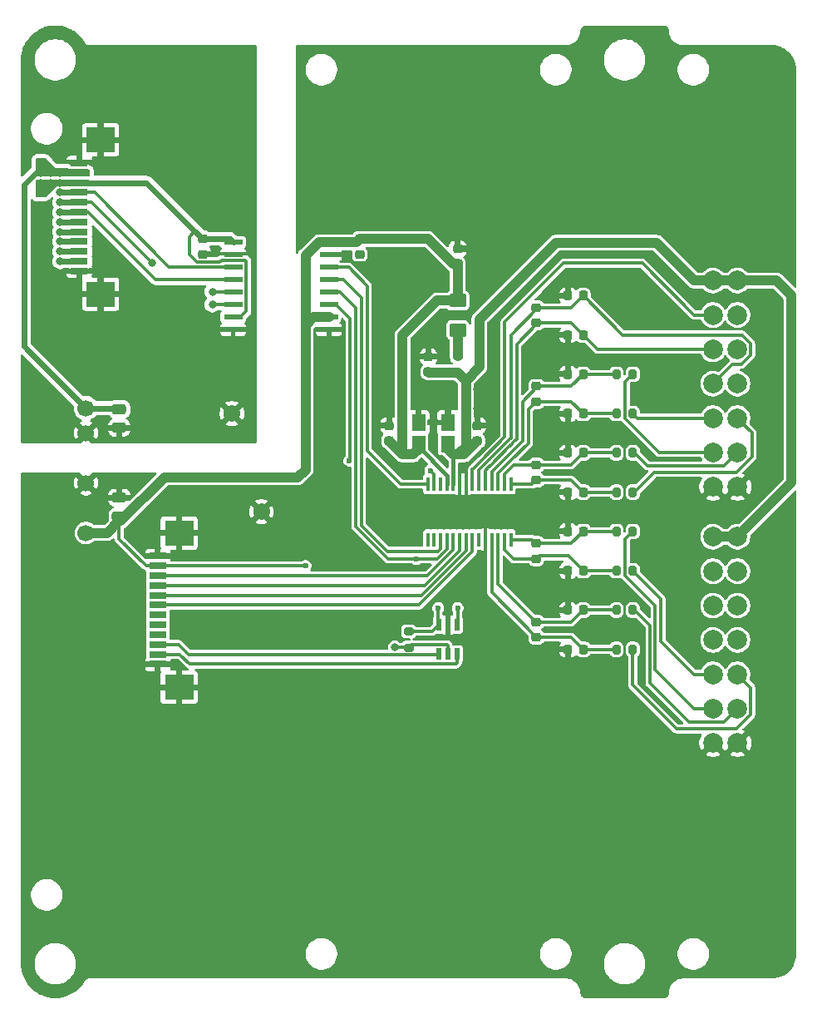
<source format=gbr>
%TF.GenerationSoftware,KiCad,Pcbnew,9.0.1*%
%TF.CreationDate,2025-04-28T13:09:30+03:00*%
%TF.ProjectId,PM_CNV-AI4_W,504d5f43-4e56-42d4-9149-345f572e6b69,rev?*%
%TF.SameCoordinates,Original*%
%TF.FileFunction,Copper,L1,Top*%
%TF.FilePolarity,Positive*%
%FSLAX46Y46*%
G04 Gerber Fmt 4.6, Leading zero omitted, Abs format (unit mm)*
G04 Created by KiCad (PCBNEW 9.0.1) date 2025-04-28 13:09:30*
%MOMM*%
%LPD*%
G01*
G04 APERTURE LIST*
G04 Aperture macros list*
%AMRoundRect*
0 Rectangle with rounded corners*
0 $1 Rounding radius*
0 $2 $3 $4 $5 $6 $7 $8 $9 X,Y pos of 4 corners*
0 Add a 4 corners polygon primitive as box body*
4,1,4,$2,$3,$4,$5,$6,$7,$8,$9,$2,$3,0*
0 Add four circle primitives for the rounded corners*
1,1,$1+$1,$2,$3*
1,1,$1+$1,$4,$5*
1,1,$1+$1,$6,$7*
1,1,$1+$1,$8,$9*
0 Add four rect primitives between the rounded corners*
20,1,$1+$1,$2,$3,$4,$5,0*
20,1,$1+$1,$4,$5,$6,$7,0*
20,1,$1+$1,$6,$7,$8,$9,0*
20,1,$1+$1,$8,$9,$2,$3,0*%
G04 Aperture macros list end*
%TA.AperFunction,SMDPad,CuDef*%
%ADD10RoundRect,0.200000X-0.200000X-0.275000X0.200000X-0.275000X0.200000X0.275000X-0.200000X0.275000X0*%
%TD*%
%TA.AperFunction,SMDPad,CuDef*%
%ADD11RoundRect,0.225000X0.225000X0.250000X-0.225000X0.250000X-0.225000X-0.250000X0.225000X-0.250000X0*%
%TD*%
%TA.AperFunction,SMDPad,CuDef*%
%ADD12RoundRect,0.225000X0.250000X-0.225000X0.250000X0.225000X-0.250000X0.225000X-0.250000X-0.225000X0*%
%TD*%
%TA.AperFunction,ComponentPad*%
%ADD13C,2.000000*%
%TD*%
%TA.AperFunction,ComponentPad*%
%ADD14C,1.725000*%
%TD*%
%TA.AperFunction,SMDPad,CuDef*%
%ADD15RoundRect,0.200000X-0.275000X0.200000X-0.275000X-0.200000X0.275000X-0.200000X0.275000X0.200000X0*%
%TD*%
%TA.AperFunction,SMDPad,CuDef*%
%ADD16RoundRect,0.250001X0.624999X-0.462499X0.624999X0.462499X-0.624999X0.462499X-0.624999X-0.462499X0*%
%TD*%
%TA.AperFunction,SMDPad,CuDef*%
%ADD17R,1.803400X0.635000*%
%TD*%
%TA.AperFunction,SMDPad,CuDef*%
%ADD18R,2.997200X2.590800*%
%TD*%
%TA.AperFunction,SMDPad,CuDef*%
%ADD19RoundRect,0.200000X0.275000X-0.200000X0.275000X0.200000X-0.275000X0.200000X-0.275000X-0.200000X0*%
%TD*%
%TA.AperFunction,SMDPad,CuDef*%
%ADD20R,1.397000X1.738275*%
%TD*%
%TA.AperFunction,SMDPad,CuDef*%
%ADD21R,1.854200X0.482600*%
%TD*%
%TA.AperFunction,SMDPad,CuDef*%
%ADD22RoundRect,0.250000X0.475000X-0.250000X0.475000X0.250000X-0.475000X0.250000X-0.475000X-0.250000X0*%
%TD*%
%TA.AperFunction,SMDPad,CuDef*%
%ADD23R,0.558800X1.181100*%
%TD*%
%TA.AperFunction,ComponentPad*%
%ADD24C,1.700000*%
%TD*%
%TA.AperFunction,SMDPad,CuDef*%
%ADD25R,0.355600X1.473200*%
%TD*%
%TA.AperFunction,SMDPad,CuDef*%
%ADD26RoundRect,0.250000X-0.475000X0.250000X-0.475000X-0.250000X0.475000X-0.250000X0.475000X0.250000X0*%
%TD*%
%TA.AperFunction,SMDPad,CuDef*%
%ADD27RoundRect,0.225000X-0.250000X0.225000X-0.250000X-0.225000X0.250000X-0.225000X0.250000X0.225000X0*%
%TD*%
%TA.AperFunction,ViaPad*%
%ADD28C,0.800000*%
%TD*%
%TA.AperFunction,ViaPad*%
%ADD29C,0.600000*%
%TD*%
%TA.AperFunction,Conductor*%
%ADD30C,0.300000*%
%TD*%
%TA.AperFunction,Conductor*%
%ADD31C,1.000000*%
%TD*%
%TA.AperFunction,Conductor*%
%ADD32C,0.600000*%
%TD*%
%TA.AperFunction,Conductor*%
%ADD33C,0.400000*%
%TD*%
G04 APERTURE END LIST*
D10*
%TO.P,R5,1*%
%TO.N,/AIN6*%
X21175000Y6000000D03*
%TO.P,R5,2*%
%TO.N,/1.SIG-*%
X22825000Y6000000D03*
%TD*%
%TO.P,R9,1*%
%TO.N,/AIN2*%
X21175000Y-10000000D03*
%TO.P,R9,2*%
%TO.N,/3.SIG-*%
X22825000Y-10000000D03*
%TD*%
D11*
%TO.P,C20,1*%
%TO.N,/AIN8*%
X17775000Y14000000D03*
%TO.P,C20,2*%
%TO.N,GND_CNV*%
X16225000Y14000000D03*
%TD*%
%TO.P,C21,1*%
%TO.N,/AIN7*%
X17775000Y10000000D03*
%TO.P,C21,2*%
%TO.N,GND_CNV*%
X16225000Y10000000D03*
%TD*%
D12*
%TO.P,C9,1*%
%TO.N,+5V_CNV_FLT*%
X2000000Y14225000D03*
%TO.P,C9,2*%
%TO.N,GND_CNV*%
X2000000Y15775000D03*
%TD*%
%TO.P,C17,1*%
%TO.N,/AIN1*%
X13000000Y-12775000D03*
%TO.P,C17,2*%
%TO.N,/AIN2*%
X13000000Y-11225000D03*
%TD*%
D13*
%TO.P,J3,1,Pin_1*%
%TO.N,GND_CNV*%
X31000000Y2540000D03*
%TO.P,J3,2,Pin_3*%
%TO.N,/0.SIG-*%
X31000000Y6040000D03*
%TO.P,J3,3,3*%
%TO.N,/0.SIG+*%
X31000000Y9540000D03*
%TO.P,J3,4,4*%
%TO.N,/SENSE-*%
X31000000Y13040000D03*
%TO.P,J3,5,Pin_9*%
%TO.N,/SENSE+*%
X31000000Y16540000D03*
%TO.P,J3,6,Pin_9*%
%TO.N,/EXC-*%
X31000000Y20040000D03*
%TO.P,J3,7,Pin_9*%
%TO.N,+5V_CNV_FLT*%
X31000000Y23540000D03*
%TO.P,J3,8,Pin_2*%
%TO.N,GND_CNV*%
X33500000Y2540000D03*
%TO.P,J3,9,Pin_4*%
%TO.N,/1.SIG-*%
X33500000Y6040000D03*
%TO.P,J3,10,Pin_6*%
%TO.N,/1.SIG+*%
X33500000Y9540000D03*
%TO.P,J3,11,Pin_8*%
%TO.N,/SENSE-*%
X33500000Y13040000D03*
%TO.P,J3,12,Pin_10*%
%TO.N,/SENSE+*%
X33500000Y16540000D03*
%TO.P,J3,13,Pin_10*%
%TO.N,/EXC-*%
X33500000Y20040000D03*
%TO.P,J3,14,Pin_10*%
%TO.N,+5V_CNV_FLT*%
X33500000Y23540000D03*
%TD*%
D12*
%TO.P,C14,1*%
%TO.N,/AIN7*%
X13000000Y11225000D03*
%TO.P,C14,2*%
%TO.N,/AIN8*%
X13000000Y12775000D03*
%TD*%
D11*
%TO.P,C19,1*%
%TO.N,/SENSE+*%
X17775000Y18000000D03*
%TO.P,C19,2*%
%TO.N,GND_CNV*%
X16225000Y18000000D03*
%TD*%
D12*
%TO.P,C15,1*%
%TO.N,/AIN5*%
X13000000Y3225000D03*
%TO.P,C15,2*%
%TO.N,/AIN6*%
X13000000Y4775000D03*
%TD*%
D11*
%TO.P,C18,1*%
%TO.N,/SENSE-*%
X17775000Y22000000D03*
%TO.P,C18,2*%
%TO.N,GND_CNV*%
X16225000Y22000000D03*
%TD*%
D14*
%TO.P,U3,1*%
%TO.N,GND_CNV*%
X-15000000Y0D03*
%TD*%
D15*
%TO.P,R2,1*%
%TO.N,Net-(L1-Pad1)*%
X5000000Y15825000D03*
%TO.P,R2,2*%
%TO.N,+5V_CNV_FLT*%
X5000000Y14175000D03*
%TD*%
D11*
%TO.P,C25,1*%
%TO.N,/AIN3*%
X17775000Y-6000000D03*
%TO.P,C25,2*%
%TO.N,GND_CNV*%
X16225000Y-6000000D03*
%TD*%
D14*
%TO.P,U2,1*%
%TO.N,GND_MCU*%
X-18000000Y10000000D03*
%TD*%
D10*
%TO.P,R4,1*%
%TO.N,/AIN7*%
X21175000Y10000000D03*
%TO.P,R4,2*%
%TO.N,/0.SIG+*%
X22825000Y10000000D03*
%TD*%
D11*
%TO.P,C23,1*%
%TO.N,/AIN5*%
X17775000Y2000000D03*
%TO.P,C23,2*%
%TO.N,GND_CNV*%
X16225000Y2000000D03*
%TD*%
D12*
%TO.P,C7,1*%
%TO.N,+5V_CNV*%
X-2000000Y7225000D03*
%TO.P,C7,2*%
%TO.N,GND_CNV*%
X-2000000Y8775000D03*
%TD*%
D16*
%TO.P,L1,1*%
%TO.N,Net-(L1-Pad1)*%
X5000000Y18512500D03*
%TO.P,L1,2*%
%TO.N,+5V_CNV*%
X5000000Y21487500D03*
%TD*%
D13*
%TO.P,J4,1,Pin_1*%
%TO.N,GND_CNV*%
X31000000Y-23540000D03*
%TO.P,J4,2,Pin_3*%
%TO.N,/2.SIG-*%
X31000000Y-20040000D03*
%TO.P,J4,3,3*%
%TO.N,/2.SIG+*%
X31000000Y-16540000D03*
%TO.P,J4,4,4*%
%TO.N,/SENSE-*%
X31000000Y-13040000D03*
%TO.P,J4,5,Pin_9*%
%TO.N,/SENSE+*%
X31000000Y-9540000D03*
%TO.P,J4,6,Pin_9*%
%TO.N,/EXC-*%
X31000000Y-6040000D03*
%TO.P,J4,7,Pin_9*%
%TO.N,+5V_CNV_FLT*%
X31000000Y-2540000D03*
%TO.P,J4,8,Pin_2*%
%TO.N,GND_CNV*%
X33500000Y-23540000D03*
%TO.P,J4,9,Pin_4*%
%TO.N,/3.SIG-*%
X33500000Y-20040000D03*
%TO.P,J4,10,Pin_6*%
%TO.N,/3.SIG+*%
X33500000Y-16540000D03*
%TO.P,J4,11,Pin_8*%
%TO.N,/SENSE-*%
X33500000Y-13040000D03*
%TO.P,J4,12,Pin_10*%
%TO.N,/SENSE+*%
X33500000Y-9540000D03*
%TO.P,J4,13,Pin_10*%
%TO.N,/EXC-*%
X33500000Y-6040000D03*
%TO.P,J4,14,Pin_10*%
%TO.N,+5V_CNV_FLT*%
X33500000Y-2540000D03*
%TD*%
D17*
%TO.P,J2,1,Pin_1*%
%TO.N,GND_CNV*%
X-25556000Y-15499992D03*
%TO.P,J2,2,Pin_2*%
%TO.N,/MISO_LED*%
X-25556000Y-14499994D03*
%TO.P,J2,3,Pin_3*%
%TO.N,/CS_LED*%
X-25556000Y-13499996D03*
%TO.P,J2,4,Pin_4*%
%TO.N,unconnected-(J2-Pin_4-Pad4)*%
X-25556000Y-12499998D03*
%TO.P,J2,5,Pin_5*%
%TO.N,unconnected-(J2-Pin_5-Pad5)*%
X-25556000Y-11500000D03*
%TO.P,J2,6,Pin_6*%
%TO.N,unconnected-(J2-Pin_6-Pad6)*%
X-25556000Y-10500000D03*
%TO.P,J2,7,Pin_7*%
%TO.N,/P0*%
X-25556000Y-9500000D03*
%TO.P,J2,8,Pin_8*%
%TO.N,/P1*%
X-25556000Y-8500000D03*
%TO.P,J2,9,Pin_9*%
%TO.N,/P2*%
X-25556000Y-7500002D03*
%TO.P,J2,10,Pin_10*%
%TO.N,/P3*%
X-25556000Y-6500004D03*
%TO.P,J2,11,Pin_11*%
%TO.N,+5V_CNV*%
X-25556000Y-5500006D03*
%TO.P,J2,12,Pin_11*%
%TO.N,GND_CNV*%
X-25556000Y-4500008D03*
D18*
%TO.P,J2,13,Pin_11*%
X-23385999Y-17850003D03*
X-23385999Y-2149997D03*
%TD*%
D19*
%TO.P,R1,1*%
%TO.N,+5V_CNV*%
X0Y-13825000D03*
%TO.P,R1,2*%
%TO.N,/CS_CNV*%
X0Y-12175000D03*
%TD*%
D20*
%TO.P,C8,1*%
%TO.N,+5V_CNV*%
X1000000Y6913337D03*
%TO.P,C8,2*%
%TO.N,GND_CNV*%
X1000000Y9086663D03*
%TD*%
D11*
%TO.P,C24,1*%
%TO.N,/AIN4*%
X17775000Y-2000000D03*
%TO.P,C24,2*%
%TO.N,GND_CNV*%
X16225000Y-2000000D03*
%TD*%
D21*
%TO.P,U5,1,VDD*%
%TO.N,+3.3V_MCU*%
X-17876800Y27445000D03*
%TO.P,U5,2,GNDA*%
%TO.N,GND_MCU*%
X-17876800Y26175000D03*
%TO.P,U5,3,VI1*%
%TO.N,/MOSI_MCU*%
X-17876800Y24905000D03*
%TO.P,U5,4,VI2*%
%TO.N,/SCK_MCU*%
X-17876800Y23635000D03*
%TO.P,U5,5,VI3*%
%TO.N,/CS_MCU*%
X-17876800Y22365000D03*
%TO.P,U5,6,VO4*%
%TO.N,/MISO_MCU*%
X-17876800Y21095000D03*
%TO.P,U5,7,ENA*%
%TO.N,+3.3V_MCU*%
X-17876800Y19825000D03*
%TO.P,U5,8,GNDA*%
%TO.N,GND_MCU*%
X-17876800Y18555000D03*
%TO.P,U5,9,GNDB*%
%TO.N,GND_CNV*%
X-8123200Y18555000D03*
%TO.P,U5,10,ENB*%
%TO.N,+5V_CNV*%
X-8123200Y19825000D03*
%TO.P,U5,11,VI4*%
%TO.N,/MISO_CNV*%
X-8123200Y21095000D03*
%TO.P,U5,12,VO3*%
%TO.N,/CS_CNV*%
X-8123200Y22365000D03*
%TO.P,U5,13,VO2*%
%TO.N,/SCK_CNV*%
X-8123200Y23635000D03*
%TO.P,U5,14,VO1*%
%TO.N,/MOSI_CNV*%
X-8123200Y24905000D03*
%TO.P,U5,15,GNDB*%
%TO.N,GND_CNV*%
X-8123200Y26175000D03*
%TO.P,U5,16,VISO*%
%TO.N,+5V_CNV*%
X-8123200Y27445000D03*
%TD*%
D12*
%TO.P,C16,1*%
%TO.N,/AIN3*%
X13000000Y-4775000D03*
%TO.P,C16,2*%
%TO.N,/AIN4*%
X13000000Y-3225000D03*
%TD*%
D22*
%TO.P,C2,1*%
%TO.N,+5V_CNV*%
X-29500000Y-450000D03*
%TO.P,C2,2*%
%TO.N,GND_CNV*%
X-29500000Y1450000D03*
%TD*%
D23*
%TO.P,U6,1,1A*%
%TO.N,/MISO_CNV*%
X4950001Y-11533150D03*
%TO.P,U6,2,GND*%
%TO.N,GND_CNV*%
X4000000Y-11533150D03*
%TO.P,U6,3,2A*%
%TO.N,/CS_CNV*%
X3049999Y-11533150D03*
%TO.P,U6,4,2Y*%
%TO.N,/CS_LED*%
X3049999Y-14466850D03*
%TO.P,U6,5,VCC*%
%TO.N,+5V_CNV*%
X4000000Y-14466850D03*
%TO.P,U6,6,1Y*%
%TO.N,/MISO_LED*%
X4950001Y-14466850D03*
%TD*%
D11*
%TO.P,C27,1*%
%TO.N,/AIN1*%
X17775000Y-14000000D03*
%TO.P,C27,2*%
%TO.N,GND_CNV*%
X16225000Y-14000000D03*
%TD*%
D12*
%TO.P,C11,1*%
%TO.N,+5V_CNV*%
X5000000Y25225000D03*
%TO.P,C11,2*%
%TO.N,GND_CNV*%
X5000000Y26775000D03*
%TD*%
D24*
%TO.P,PS1,1,Vin*%
%TO.N,+5V_MCU*%
X-32875000Y10540000D03*
%TO.P,PS1,2,GND*%
%TO.N,GND_MCU*%
X-32875000Y8000000D03*
%TO.P,PS1,4,0V*%
%TO.N,GND_CNV*%
X-32875000Y2920000D03*
%TO.P,PS1,6,+V*%
%TO.N,+5V_CNV*%
X-32875000Y-2160000D03*
%TD*%
D25*
%TO.P,U7,1,MCLK1*%
%TO.N,unconnected-(U7-MCLK1-Pad1)*%
X1950000Y-2819400D03*
%TO.P,U7,2,MCLK2*%
%TO.N,unconnected-(U7-MCLK2-Pad2)*%
X2600001Y-2819400D03*
%TO.P,U7,3,SCK*%
%TO.N,/SCK_CNV*%
X3250000Y-2819400D03*
%TO.P,U7,4,CS*%
%TO.N,/CS_CNV*%
X3900001Y-2819400D03*
%TO.P,U7,5,P3*%
%TO.N,/P3*%
X4549999Y-2819400D03*
%TO.P,U7,6,P2*%
%TO.N,/P2*%
X5200001Y-2819400D03*
%TO.P,U7,7,P1*%
%TO.N,/P1*%
X5849999Y-2819400D03*
%TO.P,U7,8,P0*%
%TO.N,/P0*%
X6499998Y-2819400D03*
%TO.P,U7,9,NC*%
%TO.N,unconnected-(U7-NC-Pad9)*%
X7149999Y-2819400D03*
%TO.P,U7,10,AINCOM*%
%TO.N,GND_CNV*%
X7799998Y-2819400D03*
%TO.P,U7,11,AIN1*%
%TO.N,/AIN1*%
X8449999Y-2819400D03*
%TO.P,U7,12,AIN2*%
%TO.N,/AIN2*%
X9099998Y-2819400D03*
%TO.P,U7,13,AIN3*%
%TO.N,/AIN3*%
X9749999Y-2819400D03*
%TO.P,U7,14,AIN4*%
%TO.N,/AIN4*%
X10399998Y-2819400D03*
%TO.P,U7,15,AIN5*%
%TO.N,/AIN5*%
X10400000Y2819400D03*
%TO.P,U7,16,AIN6*%
%TO.N,/AIN6*%
X9749999Y2819400D03*
%TO.P,U7,17,AIN7*%
%TO.N,/AIN7*%
X9100000Y2819400D03*
%TO.P,U7,18,AIN8*%
%TO.N,/AIN8*%
X8449999Y2819400D03*
%TO.P,U7,19,REFIN1(+)*%
%TO.N,/SENSE+*%
X7800001Y2819400D03*
%TO.P,U7,20,REFIN1(-)*%
%TO.N,/SENSE-*%
X7149999Y2819400D03*
%TO.P,U7,21,BPDSW*%
%TO.N,/EXC-*%
X6500001Y2819400D03*
%TO.P,U7,22,AGND*%
%TO.N,GND_CNV*%
X5849999Y2819400D03*
%TO.P,U7,23,DGND*%
X5200001Y2819400D03*
%TO.P,U7,24,AVDD*%
%TO.N,+5V_CNV_FLT*%
X4549999Y2819400D03*
%TO.P,U7,25,DVDD*%
%TO.N,+5V_CNV*%
X3900001Y2819400D03*
%TO.P,U7,26,\u002ASYNC*%
%TO.N,unconnected-(U7-\u002ASYNC-Pad26)*%
X3250000Y2819400D03*
%TO.P,U7,27,MISO*%
%TO.N,/MISO_CNV*%
X2600001Y2819400D03*
%TO.P,U7,28,MOSI*%
%TO.N,/MOSI_CNV*%
X1950000Y2819400D03*
%TD*%
D26*
%TO.P,C1,1*%
%TO.N,+5V_MCU*%
X-29500000Y10450000D03*
%TO.P,C1,2*%
%TO.N,GND_MCU*%
X-29500000Y8550000D03*
%TD*%
D12*
%TO.P,C12,1*%
%TO.N,+5V_CNV_FLT*%
X7000000Y7225000D03*
%TO.P,C12,2*%
%TO.N,GND_CNV*%
X7000000Y8775000D03*
%TD*%
D10*
%TO.P,R7,1*%
%TO.N,/AIN4*%
X21175000Y-2000000D03*
%TO.P,R7,2*%
%TO.N,/2.SIG-*%
X22825000Y-2000000D03*
%TD*%
D17*
%TO.P,J1,1,Pin_1*%
%TO.N,GND_MCU*%
X-33556000Y24500008D03*
%TO.P,J1,2,Pin_2*%
%TO.N,/INT_MCU*%
X-33556000Y25500006D03*
%TO.P,J1,3,Pin_3*%
%TO.N,/CS3_MCU*%
X-33556000Y26500004D03*
%TO.P,J1,4,Pin_4*%
%TO.N,/CS2_MCU*%
X-33556000Y27500002D03*
%TO.P,J1,5,Pin_5*%
%TO.N,/CS1_MCU*%
X-33556000Y28500000D03*
%TO.P,J1,6,Pin_6*%
%TO.N,/CS0_MCU*%
X-33556000Y29500000D03*
%TO.P,J1,7,Pin_7*%
%TO.N,/SCK_MCU*%
X-33556000Y30500000D03*
%TO.P,J1,8,Pin_8*%
%TO.N,/MISO_MCU*%
X-33556000Y31500000D03*
%TO.P,J1,9,Pin_9*%
%TO.N,/MOSI_MCU*%
X-33556000Y32499998D03*
%TO.P,J1,10,Pin_10*%
%TO.N,+3.3V_MCU*%
X-33556000Y33499996D03*
%TO.P,J1,11,Pin_11*%
%TO.N,+5V_MCU*%
X-33556000Y34499994D03*
%TO.P,J1,12,Pin_11*%
%TO.N,GND_MCU*%
X-33556000Y35499992D03*
D18*
%TO.P,J1,13,Pin_11*%
X-31385999Y22149997D03*
X-31385999Y37850003D03*
%TD*%
D12*
%TO.P,C13,1*%
%TO.N,/SENSE+*%
X13000000Y19225000D03*
%TO.P,C13,2*%
%TO.N,/SENSE-*%
X13000000Y20775000D03*
%TD*%
D11*
%TO.P,C26,1*%
%TO.N,/AIN2*%
X17775000Y-10000000D03*
%TO.P,C26,2*%
%TO.N,GND_CNV*%
X16225000Y-10000000D03*
%TD*%
D10*
%TO.P,R3,1*%
%TO.N,/AIN8*%
X21175000Y14000000D03*
%TO.P,R3,2*%
%TO.N,/0.SIG-*%
X22825000Y14000000D03*
%TD*%
D11*
%TO.P,C22,1*%
%TO.N,/AIN6*%
X17775000Y6000000D03*
%TO.P,C22,2*%
%TO.N,GND_CNV*%
X16225000Y6000000D03*
%TD*%
D10*
%TO.P,R8,1*%
%TO.N,/AIN3*%
X21175000Y-6000000D03*
%TO.P,R8,2*%
%TO.N,/2.SIG+*%
X22825000Y-6000000D03*
%TD*%
D20*
%TO.P,C10,1*%
%TO.N,+5V_CNV_FLT*%
X4000000Y6913337D03*
%TO.P,C10,2*%
%TO.N,GND_CNV*%
X4000000Y9086663D03*
%TD*%
D12*
%TO.P,C5,1*%
%TO.N,DGND*%
X-5000000Y26225000D03*
%TO.P,C5,2*%
%TO.N,+5V_CNV*%
X-5000000Y27775000D03*
%TD*%
D27*
%TO.P,C3,1*%
%TO.N,+3.3V_MCU*%
X-21000000Y27775000D03*
%TO.P,C3,2*%
%TO.N,GND_MCU*%
X-21000000Y26225000D03*
%TD*%
D10*
%TO.P,R6,1*%
%TO.N,/AIN5*%
X21175000Y2000000D03*
%TO.P,R6,2*%
%TO.N,/1.SIG+*%
X22825000Y2000000D03*
%TD*%
%TO.P,R10,1*%
%TO.N,/AIN1*%
X21175000Y-14000000D03*
%TO.P,R10,2*%
%TO.N,/3.SIG+*%
X22825000Y-14000000D03*
%TD*%
D28*
%TO.N,/CS3_MCU*%
X-35500000Y26500000D03*
%TO.N,/CS1_MCU*%
X-35500000Y28500000D03*
%TO.N,+5V_CNV*%
X-1400000Y-13800000D03*
D29*
X-10500000Y-5500006D03*
D28*
%TO.N,/CS0_MCU*%
X-35500000Y29500000D03*
%TO.N,/CS2_MCU*%
X-35500000Y27500000D03*
%TO.N,+3.3V_MCU*%
X-37500000Y33500000D03*
X-36500000Y33499996D03*
X-37500000Y32500000D03*
X-35500000Y33499996D03*
%TO.N,/INT_MCU*%
X-35500000Y25500000D03*
D29*
%TO.N,/MISO_CNV*%
X5000000Y-9800000D03*
X2200000Y4200000D03*
X-6050000Y5202487D03*
%TO.N,/CS_CNV*%
X3000000Y-9800000D03*
X800000Y-4800000D03*
D28*
%TO.N,GND_MCU*%
X-32000000Y20000000D03*
X-31000000Y40000000D03*
X-30000000Y40000000D03*
X-30000000Y20000000D03*
X-33000000Y20000000D03*
X-32000000Y40000000D03*
X-31000000Y20000000D03*
X-33000000Y40000000D03*
%TO.N,+5V_MCU*%
X-37500000Y34500000D03*
X-36500000Y34500000D03*
X-37500000Y35500000D03*
X-35500000Y34500000D03*
%TO.N,GND_CNV*%
X-4000000Y31500000D03*
X-6000000Y29500000D03*
X33000000Y-29500000D03*
X-5000000Y30500000D03*
X-7000000Y17000000D03*
X31000000Y-29500000D03*
X-3000000Y11500000D03*
X-4000000Y29500000D03*
X-7000000Y15000000D03*
X1000000Y12500000D03*
X31000000Y27500000D03*
X33000000Y29500000D03*
X4000000Y12500000D03*
X-6000000Y31500000D03*
X-9000000Y15000000D03*
X-3000000Y13500000D03*
X-9000000Y17000000D03*
X-32500000Y-8000000D03*
X-8000000Y16000000D03*
X-34500000Y-10000000D03*
X-1500000Y24500000D03*
X2500000Y12500000D03*
X32000000Y-28500000D03*
X32000000Y28500000D03*
X-3500000Y24500000D03*
X31000000Y-27500000D03*
X8000000Y13500000D03*
X1000000Y11000000D03*
X2500000Y11000000D03*
X8000000Y11500000D03*
X-2000000Y10500000D03*
X4000000Y11000000D03*
X31000000Y29500000D03*
X-33500000Y-9000000D03*
X-34500000Y-8000000D03*
X7000000Y10500000D03*
X-3500000Y26500000D03*
X-2500000Y25500000D03*
X33000000Y-27500000D03*
X7000000Y12500000D03*
X-1500000Y26500000D03*
X33000000Y27500000D03*
X-32500000Y-10000000D03*
X-2000000Y12500000D03*
%TO.N,/CS_MCU*%
X-20000000Y22400000D03*
%TO.N,/SCK_MCU*%
X-35500000Y30500000D03*
%TO.N,/MISO_MCU*%
X-26100000Y25300000D03*
X-20000000Y21100000D03*
X-35500000Y31499990D03*
%TO.N,/MOSI_MCU*%
X-35500000Y32499993D03*
%TD*%
D30*
%TO.N,/AIN8*%
X8449999Y2819400D02*
X8449999Y4049999D01*
X21175000Y14000000D02*
X17775000Y14000000D01*
X11603000Y7294480D02*
X11603000Y7294479D01*
X11600000Y7200000D02*
X11600000Y7291480D01*
X11603000Y11203000D02*
X13000000Y12600000D01*
X13000000Y12775000D02*
X16550000Y12775000D01*
X16550000Y12775000D02*
X17775000Y14000000D01*
X8449999Y4049999D02*
X11600000Y7200000D01*
X13000000Y12600000D02*
X13000000Y12775000D01*
X11600000Y7291480D02*
X11603000Y7294480D01*
X11603000Y7294480D02*
X11603000Y11203000D01*
%TO.N,/SENSE-*%
X13000000Y20600000D02*
X13000000Y20775000D01*
X32960000Y15000000D02*
X33870603Y15000000D01*
X10007519Y7116040D02*
X10007521Y7116040D01*
X33950603Y18000000D02*
X21775000Y18000000D01*
X31590000Y13090000D02*
X31590000Y13040000D01*
X7592482Y4701002D02*
X7592481Y4701002D01*
X7149999Y4249999D02*
X7299001Y4399001D01*
X10301000Y7409519D02*
X10301000Y7409521D01*
X7592479Y4701000D02*
X7592482Y4701002D01*
X7299001Y4407522D02*
X7299001Y4407521D01*
X7885962Y4994482D02*
X10007519Y7116040D01*
X34851000Y17099603D02*
X33950603Y18000000D01*
X34851000Y15980397D02*
X34851000Y17099603D01*
X16550000Y20775000D02*
X17775000Y22000000D01*
X21775000Y18000000D02*
X17775000Y22000000D01*
X7396827Y4505348D02*
X7592479Y4701000D01*
X33870603Y15000000D02*
X34851000Y15980397D01*
X10301000Y7409521D02*
X10400000Y7508521D01*
X7149999Y2819400D02*
X7149999Y4249999D01*
X7299001Y4399001D02*
X7299001Y4407522D01*
X7592482Y4701002D02*
X7592483Y4701002D01*
X31000000Y13040000D02*
X32960000Y15000000D01*
X7592482Y4701002D02*
X7885962Y4994482D01*
X10007521Y7116040D02*
X10301000Y7409519D01*
X7299001Y4407522D02*
X7396827Y4505348D01*
X10400000Y18000000D02*
X13000000Y20600000D01*
X10400000Y7508521D02*
X10400000Y18000000D01*
X13000000Y20775000D02*
X16550000Y20775000D01*
%TO.N,/CS_LED*%
X-23424004Y-13499996D02*
X-25556000Y-13499996D01*
X-22424000Y-14500000D02*
X-23424004Y-13499996D01*
X-1686075Y-14576000D02*
X-1762075Y-14500000D01*
X2940849Y-14576000D02*
X-1686075Y-14576000D01*
X3049999Y-14466850D02*
X2940849Y-14576000D01*
X-1762075Y-14500000D02*
X-22424000Y-14500000D01*
%TO.N,/AIN3*%
X9749999Y-3856000D02*
X10668999Y-4775000D01*
X16275000Y-4500000D02*
X17775000Y-6000000D01*
X13275000Y-4500000D02*
X16275000Y-4500000D01*
X17775000Y-6000000D02*
X21175000Y-6000000D01*
X10668999Y-4775000D02*
X13000000Y-4775000D01*
X13000000Y-4775000D02*
X13275000Y-4500000D01*
X9749999Y-2819400D02*
X9749999Y-3856000D01*
%TO.N,/AIN1*%
X17775000Y-14000000D02*
X21175000Y-14000000D01*
X13000000Y-12775000D02*
X16550000Y-12775000D01*
X8449999Y-2819400D02*
X8449999Y-8224999D01*
X8449999Y-8224999D02*
X13000000Y-12775000D01*
X16550000Y-12775000D02*
X17775000Y-14000000D01*
%TO.N,/SENSE+*%
X7800001Y4200001D02*
X7800004Y4200001D01*
X10508520Y6908521D02*
X10508521Y6908519D01*
X11000000Y7399998D02*
X11000000Y17050000D01*
X8093483Y4493480D02*
X8386962Y4786960D01*
X16550000Y19225000D02*
X17775000Y18000000D01*
X8386962Y4786962D02*
X10215041Y6615040D01*
X7800001Y2819400D02*
X7800001Y4191481D01*
X8386962Y4786960D02*
X8386962Y4786962D01*
X7800004Y4200001D02*
X8093483Y4493480D01*
X10508520Y6908521D02*
X10607521Y7007521D01*
X13000000Y19225000D02*
X16550000Y19225000D01*
X10607521Y7007521D02*
X10607520Y7007521D01*
X10508521Y6908519D02*
X10508521Y6908521D01*
X10607521Y7007521D02*
X10802000Y7201998D01*
X13000000Y19050000D02*
X11000000Y17050000D01*
X10215042Y6615040D02*
X10508521Y6908521D01*
X10802000Y7201998D02*
X11000000Y7399998D01*
X19235000Y16540000D02*
X31000000Y16540000D01*
X10802000Y7201998D02*
X10802000Y7202000D01*
X13000000Y19225000D02*
X13000000Y19050000D01*
X17775000Y18000000D02*
X19235000Y16540000D01*
X7800001Y4191481D02*
X7800001Y4200001D01*
X10508521Y6908521D02*
X10508520Y6908521D01*
%TO.N,/AIN2*%
X13000000Y-11225000D02*
X16550000Y-11225000D01*
X9099998Y-7324998D02*
X13000000Y-11225000D01*
X9099998Y-2819400D02*
X9099998Y-7324998D01*
X17775000Y-10000000D02*
X21175000Y-10000000D01*
X16550000Y-11225000D02*
X17775000Y-10000000D01*
%TO.N,/AIN5*%
X17775000Y2000000D02*
X21175000Y2000000D01*
X16550000Y3225000D02*
X17775000Y2000000D01*
X13000000Y3225000D02*
X16550000Y3225000D01*
X10400000Y2819400D02*
X12594400Y2819400D01*
X12594400Y2819400D02*
X13000000Y3225000D01*
%TO.N,/AIN6*%
X9749999Y2819400D02*
X9749999Y3856000D01*
X9749999Y3856000D02*
X10668999Y4775000D01*
X16550000Y4775000D02*
X17775000Y6000000D01*
X13000000Y4775000D02*
X16550000Y4775000D01*
X17775000Y6000000D02*
X21175000Y6000000D01*
X10668999Y4775000D02*
X13000000Y4775000D01*
%TO.N,/MISO_LED*%
X-23316806Y-14499994D02*
X-25556000Y-14499994D01*
X-22316800Y-15500000D02*
X-23316806Y-14499994D01*
X4950001Y-15357400D02*
X4950001Y-14466850D01*
X4807401Y-15500000D02*
X4950001Y-15357400D01*
X-22316800Y-15500000D02*
X4807401Y-15500000D01*
D31*
%TO.N,Net-(L1-Pad1)*%
X5000000Y15825000D02*
X5000000Y18512500D01*
D30*
%TO.N,/0.SIG+*%
X23285000Y9540000D02*
X31000000Y9540000D01*
X22825000Y10000000D02*
X23285000Y9540000D01*
%TO.N,/0.SIG-*%
X22825000Y14000000D02*
X22074000Y13249000D01*
X22074000Y9491226D02*
X25525226Y6040000D01*
X25525226Y6040000D02*
X31000000Y6040000D01*
X22074000Y13249000D02*
X22074000Y9491226D01*
%TO.N,/1.SIG-*%
X23000000Y6000000D02*
X24311000Y4689000D01*
X22825000Y6000000D02*
X23000000Y6000000D01*
X24311000Y4689000D02*
X32149000Y4689000D01*
X32149000Y4689000D02*
X33500000Y6040000D01*
%TO.N,/1.SIG+*%
X23000000Y2000000D02*
X25000000Y4000000D01*
X33370603Y4000000D02*
X35000000Y5629397D01*
X25000000Y4000000D02*
X33370603Y4000000D01*
X22825000Y2000000D02*
X23000000Y2000000D01*
X35000000Y5629397D02*
X35000000Y8040000D01*
X35000000Y8040000D02*
X33500000Y9540000D01*
%TO.N,/2.SIG-*%
X29090000Y-20040000D02*
X25100000Y-16050000D01*
X22074000Y-2751000D02*
X22825000Y-2000000D01*
X25100000Y-9534774D02*
X22074000Y-6508774D01*
X22074000Y-6508774D02*
X22074000Y-2751000D01*
X25100000Y-16050000D02*
X25100000Y-9534774D01*
X29090000Y-20040000D02*
X31000000Y-20040000D01*
%TO.N,/2.SIG+*%
X25700000Y-13150000D02*
X25700000Y-8875000D01*
X25700000Y-8875000D02*
X22825000Y-6000000D01*
X29090000Y-16540000D02*
X25700000Y-13150000D01*
X29090000Y-16540000D02*
X31000000Y-16540000D01*
%TO.N,/3.SIG-*%
X28530397Y-21391000D02*
X32149000Y-21391000D01*
X22825000Y-10000000D02*
X23000000Y-10000000D01*
X24599000Y-11599000D02*
X24599000Y-17459603D01*
X23000000Y-10000000D02*
X24599000Y-11599000D01*
X32149000Y-21391000D02*
X33500000Y-20040000D01*
X24599000Y-17459603D02*
X28530397Y-21391000D01*
%TO.N,/3.SIG+*%
X27300000Y-22100000D02*
X33350603Y-22100000D01*
X33350603Y-22100000D02*
X34851000Y-20599603D01*
X22825000Y-17625000D02*
X27300000Y-22100000D01*
X34851000Y-20599603D02*
X34851000Y-17891000D01*
X22825000Y-14000000D02*
X22825000Y-17625000D01*
X34851000Y-17891000D02*
X33500000Y-16540000D01*
D32*
%TO.N,/CS3_MCU*%
X-35500000Y26500000D02*
X-33556004Y26500000D01*
X-33556004Y26500000D02*
X-33556000Y26500004D01*
D30*
%TO.N,/AIN4*%
X16550000Y-3225000D02*
X17775000Y-2000000D01*
X13000000Y-3225000D02*
X16550000Y-3225000D01*
X17775000Y-2000000D02*
X21175000Y-2000000D01*
X10399998Y-2819400D02*
X12594400Y-2819400D01*
X12594400Y-2819400D02*
X13000000Y-3225000D01*
D32*
%TO.N,/CS1_MCU*%
X-35500000Y28500000D02*
X-33556000Y28500000D01*
D31*
%TO.N,+5V_CNV*%
X-10499000Y4292478D02*
X-10499000Y19000000D01*
X-10499000Y26101000D02*
X-9155000Y27445000D01*
D30*
X-10500000Y-5500006D02*
X-25556000Y-5500006D01*
D31*
X-9674000Y19825000D02*
X-10499000Y19000000D01*
X458222Y5848000D02*
X-623000Y5848000D01*
X-10499000Y19000000D02*
X-10499000Y26101000D01*
X5000000Y25225000D02*
X4525000Y25225000D01*
D30*
X3949000Y-13525300D02*
X4000000Y-13576300D01*
D31*
X-32875000Y-2160000D02*
X-30710000Y-2160000D01*
D33*
X3900001Y3699999D02*
X1000000Y6600000D01*
D31*
X-623000Y5848000D02*
X-623000Y17977000D01*
D30*
X-25556000Y-5500006D02*
X-26757700Y-5500006D01*
D31*
X-9155000Y27445000D02*
X-8123200Y27445000D01*
D30*
X-26757700Y-5500006D02*
X-29500000Y-2757706D01*
D31*
X1000000Y6913337D02*
X1000000Y6389778D01*
X-623000Y5848000D02*
X-2000000Y7225000D01*
D33*
X1000000Y6600000D02*
X1000000Y6913337D01*
D31*
X4525000Y25225000D02*
X1975000Y27775000D01*
X1000000Y6389778D02*
X458222Y5848000D01*
X-11292478Y3499000D02*
X-10499000Y4292478D01*
X2887500Y21487500D02*
X5000000Y21487500D01*
X5000000Y21487500D02*
X5000000Y25225000D01*
D30*
X4000000Y-13576300D02*
X4000000Y-14466850D01*
D33*
X3900001Y2819400D02*
X3900001Y3699999D01*
D30*
X-25000Y-13800000D02*
X0Y-13825000D01*
D31*
X-8123200Y27445000D02*
X-5330000Y27445000D01*
X-5330000Y27445000D02*
X-5000000Y27775000D01*
D30*
X-29500000Y-2757706D02*
X-29500000Y-950000D01*
X299700Y-13525300D02*
X3949000Y-13525300D01*
D31*
X-8123200Y19825000D02*
X-9674000Y19825000D01*
D30*
X0Y-13825000D02*
X299700Y-13525300D01*
D31*
X-29500000Y-950000D02*
X-29323156Y-950000D01*
X-30710000Y-2160000D02*
X-29500000Y-950000D01*
X-29323156Y-950000D02*
X-24874156Y3499000D01*
D30*
X-1400000Y-13800000D02*
X-25000Y-13800000D01*
D31*
X-24874156Y3499000D02*
X-11292478Y3499000D01*
X-623000Y17977000D02*
X2887500Y21487500D01*
X1975000Y27775000D02*
X-5000000Y27775000D01*
D32*
%TO.N,/CS0_MCU*%
X-33556000Y29500000D02*
X-35500000Y29500000D01*
%TO.N,/CS2_MCU*%
X-33556002Y27500000D02*
X-33556000Y27500002D01*
X-33556000Y27500002D02*
X-35499998Y27500002D01*
X-35499998Y27500002D02*
X-35500000Y27500000D01*
D30*
%TO.N,+3.3V_MCU*%
X-22362500Y26174500D02*
X-21594000Y25406000D01*
D32*
X-20000000Y27775000D02*
X-18206800Y27775000D01*
D30*
X-22362500Y28000000D02*
X-22362500Y26174500D01*
D32*
X-33556000Y33499996D02*
X-37499996Y33499996D01*
X-29500000Y33499996D02*
X-30500000Y33499996D01*
D30*
X-16684100Y25582700D02*
X-16598700Y25497300D01*
X-16598700Y25497300D02*
X-16598700Y20417300D01*
D32*
X-26724996Y33499996D02*
X-29500000Y33499996D01*
X-21000000Y27775000D02*
X-20000000Y27775000D01*
X-21793750Y28568750D02*
X-21000000Y27775000D01*
X-31500000Y33499996D02*
X-33556000Y33499996D01*
D30*
X-19238578Y25406000D02*
X-19061878Y25582700D01*
X-17191000Y19825000D02*
X-17876800Y19825000D01*
X-21793750Y28568750D02*
X-22362500Y28000000D01*
X-16598700Y20417300D02*
X-17191000Y19825000D01*
X-21594000Y25406000D02*
X-19238578Y25406000D01*
D32*
X-21793750Y28568750D02*
X-26724996Y33499996D01*
X-30500000Y33499996D02*
X-31500000Y33499996D01*
X-18206800Y27775000D02*
X-17876800Y27445000D01*
D30*
X-19061878Y25582700D02*
X-16684100Y25582700D01*
D32*
X-37499996Y33499996D02*
X-37500000Y33500000D01*
%TO.N,/INT_MCU*%
X-33556006Y25500000D02*
X-33556000Y25500006D01*
X-33556000Y25500006D02*
X-35499994Y25500006D01*
X-35499994Y25500006D02*
X-35500000Y25500000D01*
D30*
%TO.N,/AIN7*%
X12200000Y10425000D02*
X13000000Y11225000D01*
X12200000Y7000000D02*
X12200000Y10425000D01*
X9542479Y4357000D02*
X10167999Y4982521D01*
X13000000Y11225000D02*
X16550000Y11225000D01*
X16550000Y11225000D02*
X17775000Y10000000D01*
X9100000Y2819400D02*
X9100000Y3900000D01*
X17775000Y10000000D02*
X21175000Y10000000D01*
X9248999Y4063521D02*
X9248999Y4063520D01*
X9542478Y4357000D02*
X9542479Y4357000D01*
X9248999Y4063520D02*
X9542478Y4357000D01*
X10461478Y5276000D02*
X10476000Y5276000D01*
X9100000Y3900000D02*
X9248999Y4048999D01*
X10167999Y4982521D02*
X10461478Y5276000D01*
X9248999Y4048999D02*
X9248999Y4063521D01*
X10476000Y5276000D02*
X12200000Y7000000D01*
%TO.N,/EXC-*%
X6500001Y2819400D02*
X6500001Y4300001D01*
X7384962Y5202002D02*
X9800000Y7617040D01*
X9800000Y19300000D02*
X15800000Y25300000D01*
X6500001Y4300001D02*
X6648999Y4448999D01*
X6648999Y4448999D02*
X6648999Y4457519D01*
X6798001Y4606522D02*
X6798001Y4615042D01*
X6798001Y4615042D02*
X7384958Y5202002D01*
X7384958Y5202002D02*
X7384962Y5202002D01*
X15800000Y25300000D02*
X23830000Y25300000D01*
X9800000Y7617040D02*
X9800000Y19300000D01*
X23830000Y25300000D02*
X29090000Y20040000D01*
X6648999Y4457519D02*
X6798001Y4606522D01*
X29090000Y20040000D02*
X31000000Y20040000D01*
%TO.N,/MISO_CNV*%
X-7437400Y21095000D02*
X-8123200Y21095000D01*
X5000000Y-11483151D02*
X4950001Y-11533150D01*
X2600001Y3799999D02*
X2200000Y4200000D01*
X-6000000Y5252487D02*
X-6000000Y19657600D01*
X5000000Y-9800000D02*
X5000000Y-11483151D01*
X2600001Y2819400D02*
X2600001Y3799999D01*
X-6050000Y5202487D02*
X-6000000Y5252487D01*
X-6000000Y19657600D02*
X-7437400Y21095000D01*
%TO.N,/MOSI_CNV*%
X-4200000Y23000000D02*
X-6105000Y24905000D01*
X1950000Y2819400D02*
X-819400Y2819400D01*
X-4200000Y6200000D02*
X-4200000Y23000000D01*
X-819400Y2819400D02*
X-4200000Y6200000D01*
X-6105000Y24905000D02*
X-8123200Y24905000D01*
%TO.N,/CS_CNV*%
X800000Y-4800000D02*
X-2108520Y-4800000D01*
X2408149Y-12175000D02*
X3049999Y-11533150D01*
X0Y-12175000D02*
X2408149Y-12175000D01*
X2908520Y-4800000D02*
X800000Y-4800000D01*
X3000000Y-11483151D02*
X3049999Y-11533150D01*
X-5007521Y-1901000D02*
X-5007520Y-1901000D01*
X-5400000Y-1508520D02*
X-5400000Y20730000D01*
X3000000Y-9800000D02*
X3000000Y-11483151D01*
X-5007520Y-1901000D02*
X-5400000Y-1508520D01*
X3900001Y-2819400D02*
X3900001Y-3808519D01*
X-7035000Y22365000D02*
X-8123200Y22365000D01*
X-5400000Y20730000D02*
X-7035000Y22365000D01*
X-2794000Y-4114520D02*
X-5007521Y-1901000D01*
X3900001Y-3808519D02*
X2908520Y-4800000D01*
X-2108520Y-4800000D02*
X-2794000Y-4114520D01*
%TO.N,/SCK_CNV*%
X3000000Y-4000000D02*
X-2200000Y-4000000D01*
X-2200000Y-4000000D02*
X-4800000Y-1400000D01*
X3250000Y-2819400D02*
X3250000Y-3750000D01*
X3250000Y-3750000D02*
X3000000Y-4000000D01*
X-6635000Y23635000D02*
X-8123200Y23635000D01*
X-4800000Y21800000D02*
X-6635000Y23635000D01*
X-4800000Y-1400000D02*
X-4800000Y21800000D01*
D32*
%TO.N,GND_MCU*%
X-33556008Y24500000D02*
X-33556000Y24500008D01*
%TO.N,+5V_MCU*%
X-39199000Y33301000D02*
X-39199000Y16864000D01*
X-32875000Y10540000D02*
X-29590000Y10540000D01*
X-37500000Y34500000D02*
X-33556006Y34500000D01*
D30*
X-33556006Y34500000D02*
X-33556000Y34499994D01*
D32*
X-39199000Y16864000D02*
X-32875000Y10540000D01*
X-29590000Y10540000D02*
X-29500000Y10450000D01*
X-38000000Y34500000D02*
X-39199000Y33301000D01*
X-37500000Y34500000D02*
X-38000000Y34500000D01*
D31*
%TO.N,+5V_CNV_FLT*%
X5824000Y13351000D02*
X5000000Y14175000D01*
X5000000Y14175000D02*
X2050000Y14175000D01*
X15000000Y27400000D02*
X25230000Y27400000D01*
X25230000Y27400000D02*
X29090000Y23540000D01*
X4541778Y5848000D02*
X5058422Y5848000D01*
X2050000Y14175000D02*
X2000000Y14225000D01*
X37460000Y23540000D02*
X38999000Y22001000D01*
X5058422Y5848000D02*
X5824000Y6613578D01*
X5824000Y13351000D02*
X7200000Y14727000D01*
X33500000Y-2540000D02*
X31000000Y-2540000D01*
X5623000Y5848000D02*
X7000000Y7225000D01*
X4000000Y6913337D02*
X4000000Y6389778D01*
X4541778Y5848000D02*
X5623000Y5848000D01*
D33*
X4549999Y2819400D02*
X4549999Y5839779D01*
D31*
X38999000Y2959000D02*
X33500000Y-2540000D01*
X7200000Y14727000D02*
X7200000Y19600000D01*
X7200000Y19600000D02*
X15000000Y27400000D01*
X29090000Y23540000D02*
X37460000Y23540000D01*
D33*
X4549999Y5839779D02*
X4541778Y5848000D01*
D31*
X4000000Y6389778D02*
X4541778Y5848000D01*
X38999000Y22001000D02*
X38999000Y2959000D01*
X5824000Y6613578D02*
X5824000Y13351000D01*
D30*
%TO.N,/CS_MCU*%
X-20000000Y22400000D02*
X-17911800Y22400000D01*
X-17911800Y22400000D02*
X-17876800Y22365000D01*
D32*
%TO.N,/SCK_MCU*%
X-35500000Y30500000D02*
X-33556000Y30500000D01*
D30*
X-32634800Y30500000D02*
X-33556000Y30500000D01*
X-25769800Y23635000D02*
X-32634800Y30500000D01*
X-17876800Y23635000D02*
X-25769800Y23635000D01*
D32*
%TO.N,/MISO_MCU*%
X-33556010Y31499990D02*
X-33556000Y31500000D01*
D30*
X-19995000Y21095000D02*
X-20000000Y21100000D01*
X-26100000Y25300000D02*
X-32300000Y31500000D01*
D32*
X-33556000Y31500000D02*
X-35499990Y31500000D01*
X-35499990Y31500000D02*
X-35500000Y31499990D01*
D30*
X-17876800Y21095000D02*
X-19995000Y21095000D01*
X-32300000Y31500000D02*
X-33556000Y31500000D01*
D32*
%TO.N,/MOSI_MCU*%
X-35500000Y32499993D02*
X-33556005Y32499993D01*
D30*
X-31999998Y32499998D02*
X-33556000Y32499998D01*
X-24405000Y24905000D02*
X-31999998Y32499998D01*
X-17876800Y24905000D02*
X-24405000Y24905000D01*
D32*
X-33556005Y32499993D02*
X-33556000Y32499998D01*
D30*
%TO.N,/P1*%
X1334081Y-8500000D02*
X-25556000Y-8500000D01*
X5849999Y-3984082D02*
X1334081Y-8500000D01*
X5849999Y-2819400D02*
X5849999Y-3984082D01*
%TO.N,/P3*%
X4549999Y-2819400D02*
X4549999Y-3867041D01*
X4549999Y-3867041D02*
X1917036Y-6500004D01*
X1917036Y-6500004D02*
X-25556000Y-6500004D01*
%TO.N,/P0*%
X1042602Y-9500000D02*
X-25556000Y-9500000D01*
X6499998Y-4042604D02*
X1042602Y-9500000D01*
X6499998Y-2819400D02*
X6499998Y-4042604D01*
%TO.N,/P2*%
X5200001Y-3925560D02*
X5200001Y-2819400D01*
X-25556000Y-7500002D02*
X1625558Y-7500002D01*
X1625558Y-7500002D02*
X5200001Y-3925560D01*
%TD*%
%TA.AperFunction,Conductor*%
%TO.N,+5V_MCU*%
G36*
X-36984323Y35980315D02*
G01*
X-36963681Y35963681D01*
X-36000000Y35000000D01*
X-34751541Y35000000D01*
X-34684502Y34980315D01*
X-34663860Y34963681D01*
X-34630465Y34930286D01*
X-34527691Y34884907D01*
X-34502565Y34881992D01*
X-32624000Y34881993D01*
X-32556961Y34862308D01*
X-32511206Y34809505D01*
X-32500000Y34757993D01*
X-32500000Y34241996D01*
X-32519685Y34174957D01*
X-32572489Y34129202D01*
X-32624000Y34117996D01*
X-34502557Y34117996D01*
X-34502583Y34117994D01*
X-34527688Y34115083D01*
X-34533852Y34112361D01*
X-34536799Y34111060D01*
X-34586881Y34100496D01*
X-35100230Y34100496D01*
X-35162370Y34118743D01*
X-35162819Y34117901D01*
X-35166860Y34120061D01*
X-35167269Y34120181D01*
X-35168088Y34120718D01*
X-35168191Y34120773D01*
X-35295668Y34173575D01*
X-35295678Y34173578D01*
X-35431005Y34200496D01*
X-35431007Y34200496D01*
X-35568993Y34200496D01*
X-35568995Y34200496D01*
X-35704323Y34173578D01*
X-35704333Y34173575D01*
X-35831810Y34120773D01*
X-35837181Y34117901D01*
X-35837877Y34119202D01*
X-35848928Y34115743D01*
X-35864835Y34105519D01*
X-35895805Y34101067D01*
X-35897562Y34100516D01*
X-35899770Y34100496D01*
X-36100230Y34100496D01*
X-36162370Y34118743D01*
X-36162819Y34117901D01*
X-36166860Y34120061D01*
X-36167269Y34120181D01*
X-36168088Y34120718D01*
X-36168191Y34120773D01*
X-36295668Y34173575D01*
X-36295678Y34173578D01*
X-36431005Y34200496D01*
X-36431007Y34200496D01*
X-36568993Y34200496D01*
X-36568995Y34200496D01*
X-36704323Y34173578D01*
X-36704333Y34173575D01*
X-36831810Y34120773D01*
X-36837181Y34117901D01*
X-36837877Y34119202D01*
X-36848928Y34115743D01*
X-36864835Y34105519D01*
X-36895805Y34101067D01*
X-36897562Y34100516D01*
X-36899770Y34100496D01*
X-37100224Y34100496D01*
X-37162371Y34118745D01*
X-37162819Y34117905D01*
X-37166851Y34120060D01*
X-37167263Y34120181D01*
X-37168088Y34120722D01*
X-37168191Y34120777D01*
X-37295668Y34173579D01*
X-37295678Y34173582D01*
X-37431005Y34200500D01*
X-37431007Y34200500D01*
X-37568993Y34200500D01*
X-37568995Y34200500D01*
X-37704323Y34173582D01*
X-37704333Y34173579D01*
X-37828548Y34122128D01*
X-37898018Y34114659D01*
X-37960497Y34145935D01*
X-37996149Y34206024D01*
X-38000000Y34236689D01*
X-38000000Y35876000D01*
X-37980315Y35943039D01*
X-37927511Y35988794D01*
X-37876000Y36000000D01*
X-37051362Y36000000D01*
X-36984323Y35980315D01*
G37*
%TD.AperFunction*%
%TD*%
%TA.AperFunction,Conductor*%
%TO.N,+3.3V_MCU*%
G36*
X-37239911Y33823113D02*
G01*
X-37239903Y33823112D01*
X-37239899Y33823111D01*
X-37239894Y33823110D01*
X-37186298Y33807372D01*
X-37100224Y33794996D01*
X-37100221Y33794996D01*
X-36901754Y33794996D01*
X-36899770Y33794996D01*
X-36897003Y33795009D01*
X-36894795Y33795029D01*
X-36852766Y33801660D01*
X-36852336Y33798675D01*
X-36821366Y33803127D01*
X-36803647Y33806209D01*
X-36761368Y33823414D01*
X-36749995Y33825716D01*
X-36726290Y33823676D01*
X-36702620Y33826072D01*
X-36701201Y33825798D01*
X-36568996Y33799500D01*
X-36568993Y33799500D01*
X-36431005Y33799500D01*
X-36324247Y33820736D01*
X-36299031Y33825752D01*
X-36239904Y33823112D01*
X-36186304Y33807372D01*
X-36100230Y33794996D01*
X-36100227Y33794996D01*
X-35901754Y33794996D01*
X-35899770Y33794996D01*
X-35897003Y33795009D01*
X-35894795Y33795029D01*
X-35852766Y33801660D01*
X-35852336Y33798675D01*
X-35821366Y33803127D01*
X-35803647Y33806209D01*
X-35761368Y33823414D01*
X-35749995Y33825716D01*
X-35726290Y33823676D01*
X-35702620Y33826072D01*
X-35701201Y33825798D01*
X-35568996Y33799500D01*
X-35568993Y33799500D01*
X-35431005Y33799500D01*
X-35324247Y33820736D01*
X-35299031Y33825752D01*
X-35239904Y33823112D01*
X-35186304Y33807372D01*
X-35100230Y33794996D01*
X-35100227Y33794996D01*
X-34586886Y33794996D01*
X-34586881Y33794996D01*
X-34523828Y33801574D01*
X-34501854Y33806209D01*
X-34484704Y33809826D01*
X-34459113Y33812496D01*
X-32624000Y33812496D01*
X-32556961Y33792811D01*
X-32511206Y33740007D01*
X-32500000Y33688496D01*
X-32500000Y33241998D01*
X-32519685Y33174959D01*
X-32572489Y33129204D01*
X-32624000Y33117998D01*
X-34502557Y33117998D01*
X-34502583Y33117996D01*
X-34527688Y33115085D01*
X-34527689Y33115084D01*
X-34536804Y33111059D01*
X-34586891Y33100493D01*
X-35100230Y33100493D01*
X-35162370Y33118740D01*
X-35162819Y33117898D01*
X-35166860Y33120058D01*
X-35167269Y33120178D01*
X-35168088Y33120715D01*
X-35168191Y33120770D01*
X-35295668Y33173572D01*
X-35295678Y33173575D01*
X-35431005Y33200493D01*
X-35431007Y33200493D01*
X-35568993Y33200493D01*
X-35568995Y33200493D01*
X-35704323Y33173575D01*
X-35704333Y33173572D01*
X-35831805Y33120772D01*
X-35831818Y33120765D01*
X-35946542Y33044108D01*
X-35946546Y33044105D01*
X-35966597Y33024053D01*
X-35994777Y33005224D01*
X-36963681Y32036319D01*
X-37025004Y32002834D01*
X-37051362Y32000000D01*
X-37876000Y32000000D01*
X-37943039Y32019685D01*
X-37988794Y32072489D01*
X-38000000Y32124000D01*
X-38000000Y33599404D01*
X-37991357Y33628841D01*
X-37984833Y33658830D01*
X-37981078Y33663848D01*
X-37980315Y33666443D01*
X-37963687Y33687080D01*
X-37867713Y33783054D01*
X-37806394Y33816536D01*
X-37800229Y33817534D01*
X-37800240Y33817595D01*
X-37795899Y33818379D01*
X-37795891Y33818379D01*
X-37765312Y33826184D01*
X-37710856Y33824836D01*
X-37710304Y33827608D01*
X-37568998Y33799501D01*
X-37568995Y33799500D01*
X-37568993Y33799500D01*
X-37431005Y33799500D01*
X-37299029Y33825752D01*
X-37285076Y33825129D01*
X-37274838Y33828135D01*
X-37239911Y33823113D01*
G37*
%TD.AperFunction*%
%TD*%
%TA.AperFunction,Conductor*%
%TO.N,GND_MCU*%
G36*
X-39294297Y15968194D02*
G01*
X-39287819Y15962162D01*
X-34148105Y10822448D01*
X-34114620Y10761125D01*
X-34113313Y10715370D01*
X-34125500Y10638423D01*
X-34125500Y10441578D01*
X-34094710Y10247174D01*
X-34033883Y10059971D01*
X-33964755Y9924300D01*
X-33944524Y9884595D01*
X-33828828Y9725354D01*
X-33689646Y9586172D01*
X-33530405Y9470476D01*
X-33441153Y9425000D01*
X-33353236Y9380204D01*
X-33302440Y9332229D01*
X-33285645Y9264408D01*
X-33308182Y9198274D01*
X-33353237Y9159234D01*
X-33523314Y9072578D01*
X-32948642Y8497906D01*
X-33067993Y8465925D01*
X-33182007Y8400099D01*
X-33275099Y8307007D01*
X-33340925Y8192993D01*
X-33372906Y8073642D01*
X-33947578Y8648314D01*
X-34033417Y8479841D01*
X-34033421Y8479831D01*
X-34094222Y8292706D01*
X-34125000Y8098383D01*
X-34125000Y7901618D01*
X-34094222Y7707295D01*
X-34033421Y7520170D01*
X-34033417Y7520160D01*
X-33947578Y7351688D01*
X-33947577Y7351688D01*
X-33372906Y7926359D01*
X-33340925Y7807007D01*
X-33275099Y7692993D01*
X-33182007Y7599901D01*
X-33067993Y7534075D01*
X-32948642Y7502095D01*
X-33450736Y7000000D01*
X-39375500Y7000000D01*
X-39442539Y7019685D01*
X-39488294Y7072489D01*
X-39499500Y7124000D01*
X-39499500Y15874481D01*
X-39479815Y15941520D01*
X-39427011Y15987275D01*
X-39357853Y15997219D01*
X-39294297Y15968194D01*
G37*
%TD.AperFunction*%
%TA.AperFunction,Conductor*%
G36*
X-35672900Y49483902D02*
G01*
X-35661155Y49482779D01*
X-35342866Y49436967D01*
X-35331288Y49434733D01*
X-35018801Y49358842D01*
X-35007498Y49355520D01*
X-34703637Y49250233D01*
X-34692689Y49245845D01*
X-34448813Y49134336D01*
X-34400247Y49112130D01*
X-34389751Y49106712D01*
X-34354412Y49086283D01*
X-34111353Y48945774D01*
X-34101447Y48939399D01*
X-33839629Y48752701D01*
X-33830357Y48745399D01*
X-33783978Y48705150D01*
X-33587496Y48534638D01*
X-33578953Y48526479D01*
X-33357257Y48293572D01*
X-33349536Y48284646D01*
X-33150989Y48031676D01*
X-33144158Y48022061D01*
X-32968997Y47748870D01*
X-32965926Y47743820D01*
X-32934527Y47689294D01*
X-32934525Y47689292D01*
X-32841447Y47596007D01*
X-32841441Y47596003D01*
X-32727391Y47529987D01*
X-32727388Y47529986D01*
X-32600132Y47495737D01*
X-32468348Y47495591D01*
X-32468338Y47495594D01*
X-32460292Y47496643D01*
X-32460275Y47496507D01*
X-32437440Y47499500D01*
X-15624000Y47499500D01*
X-15556961Y47479815D01*
X-15511206Y47427011D01*
X-15500000Y47375500D01*
X-15500000Y7124000D01*
X-15519685Y7056961D01*
X-15572489Y7011206D01*
X-15624000Y7000000D01*
X-32299264Y7000000D01*
X-32801359Y7502095D01*
X-32682007Y7534075D01*
X-32567993Y7599901D01*
X-32474901Y7692993D01*
X-32409075Y7807007D01*
X-32377095Y7926359D01*
X-31802425Y7351689D01*
X-31716582Y7520165D01*
X-31655779Y7707295D01*
X-31625000Y7901618D01*
X-31625000Y8098383D01*
X-31646536Y8234351D01*
X-30625000Y8234351D01*
X-30622101Y8197511D01*
X-30622100Y8197505D01*
X-30576284Y8039807D01*
X-30576283Y8039804D01*
X-30492686Y7898448D01*
X-30492679Y7898439D01*
X-30376562Y7782322D01*
X-30376553Y7782315D01*
X-30235197Y7698718D01*
X-30235194Y7698717D01*
X-30077496Y7652901D01*
X-30077490Y7652900D01*
X-30040650Y7650001D01*
X-30040634Y7650000D01*
X-29800000Y7650000D01*
X-29200000Y7650000D01*
X-28959366Y7650000D01*
X-28959351Y7650001D01*
X-28922511Y7652900D01*
X-28922505Y7652901D01*
X-28764807Y7698717D01*
X-28764804Y7698718D01*
X-28623448Y7782315D01*
X-28623439Y7782322D01*
X-28507322Y7898439D01*
X-28507315Y7898448D01*
X-28423718Y8039804D01*
X-28423717Y8039807D01*
X-28377901Y8197505D01*
X-28377900Y8197511D01*
X-28375001Y8234351D01*
X-28375000Y8234366D01*
X-28375000Y8250000D01*
X-29200000Y8250000D01*
X-29200000Y7650000D01*
X-29800000Y7650000D01*
X-29800000Y8250000D01*
X-30625000Y8250000D01*
X-30625000Y8234351D01*
X-31646536Y8234351D01*
X-31654077Y8281964D01*
X-31655779Y8292706D01*
X-31716583Y8479839D01*
X-31802424Y8648313D01*
X-31802424Y8648314D01*
X-32377095Y8073643D01*
X-32409075Y8192993D01*
X-32474901Y8307007D01*
X-32567993Y8400099D01*
X-32682007Y8465925D01*
X-32801358Y8497906D01*
X-32226688Y9072577D01*
X-32226688Y9072578D01*
X-32396764Y9159234D01*
X-32447560Y9207208D01*
X-32464356Y9275029D01*
X-32441819Y9341164D01*
X-32396765Y9380204D01*
X-32394975Y9381116D01*
X-32219595Y9470476D01*
X-32060354Y9586172D01*
X-31921172Y9725354D01*
X-31875376Y9788387D01*
X-31820047Y9831051D01*
X-31775059Y9839500D01*
X-30585809Y9839500D01*
X-30518770Y9819815D01*
X-30498128Y9803181D01*
X-30376871Y9681924D01*
X-30376868Y9681922D01*
X-30376865Y9681919D01*
X-30264056Y9615204D01*
X-30249240Y9606442D01*
X-30201557Y9555373D01*
X-30189053Y9486631D01*
X-30215698Y9422042D01*
X-30249240Y9392978D01*
X-30376553Y9317686D01*
X-30376562Y9317679D01*
X-30492679Y9201562D01*
X-30492686Y9201553D01*
X-30576283Y9060197D01*
X-30576284Y9060194D01*
X-30622100Y8902496D01*
X-30622101Y8902490D01*
X-30625000Y8865650D01*
X-30625000Y8850000D01*
X-28375000Y8850000D01*
X-28375000Y8865635D01*
X-28375001Y8865650D01*
X-28377900Y8902490D01*
X-28377901Y8902496D01*
X-28384887Y8926542D01*
X-28423717Y9060194D01*
X-28423718Y9060197D01*
X-28507315Y9201553D01*
X-28507322Y9201562D01*
X-28623439Y9317679D01*
X-28623448Y9317686D01*
X-28750761Y9392978D01*
X-28798444Y9444047D01*
X-28810948Y9512789D01*
X-28784303Y9577378D01*
X-28750763Y9606441D01*
X-28623135Y9681919D01*
X-28506919Y9798135D01*
X-28423256Y9939602D01*
X-28377402Y10097431D01*
X-28377250Y10099361D01*
X-19262500Y10099361D01*
X-19262500Y9900640D01*
X-19231413Y9704363D01*
X-19170007Y9515371D01*
X-19081871Y9342396D01*
X-18559144Y9865122D01*
X-18535815Y9778058D01*
X-18460115Y9646942D01*
X-18353058Y9539885D01*
X-18221942Y9464185D01*
X-18134880Y9440857D01*
X-18657607Y8918132D01*
X-18484624Y8829992D01*
X-18295638Y8768588D01*
X-18099360Y8737500D01*
X-17900640Y8737500D01*
X-17704363Y8768588D01*
X-17515370Y8829995D01*
X-17515363Y8829998D01*
X-17342395Y8918132D01*
X-17865121Y9440858D01*
X-17778058Y9464185D01*
X-17646942Y9539885D01*
X-17539885Y9646942D01*
X-17464185Y9778058D01*
X-17440858Y9865121D01*
X-16918132Y9342395D01*
X-16829998Y9515363D01*
X-16829995Y9515370D01*
X-16768588Y9704363D01*
X-16737500Y9900640D01*
X-16737500Y10099361D01*
X-16768588Y10295638D01*
X-16829992Y10484624D01*
X-16918132Y10657607D01*
X-17440858Y10134881D01*
X-17464185Y10221942D01*
X-17539885Y10353058D01*
X-17646942Y10460115D01*
X-17778058Y10535815D01*
X-17865121Y10559144D01*
X-17342395Y11081870D01*
X-17515371Y11170007D01*
X-17704363Y11231413D01*
X-17900640Y11262500D01*
X-18099360Y11262500D01*
X-18295638Y11231413D01*
X-18484630Y11170007D01*
X-18484633Y11170006D01*
X-18657606Y11081870D01*
X-18134880Y10559144D01*
X-18221942Y10535815D01*
X-18353058Y10460115D01*
X-18460115Y10353058D01*
X-18535815Y10221942D01*
X-18559144Y10134880D01*
X-19081870Y10657606D01*
X-19170006Y10484633D01*
X-19170007Y10484630D01*
X-19231413Y10295638D01*
X-19262500Y10099361D01*
X-28377250Y10099361D01*
X-28374500Y10134306D01*
X-28374500Y10765694D01*
X-28377402Y10802569D01*
X-28383177Y10822448D01*
X-28423254Y10960393D01*
X-28423256Y10960395D01*
X-28423256Y10960398D01*
X-28506919Y11101865D01*
X-28506921Y11101867D01*
X-28506924Y11101871D01*
X-28623130Y11218077D01*
X-28623138Y11218083D01*
X-28764604Y11301745D01*
X-28764607Y11301746D01*
X-28922427Y11347598D01*
X-28922433Y11347599D01*
X-28959299Y11350500D01*
X-28959306Y11350500D01*
X-30040694Y11350500D01*
X-30040702Y11350500D01*
X-30077568Y11347599D01*
X-30077574Y11347598D01*
X-30235394Y11301746D01*
X-30235397Y11301745D01*
X-30309757Y11257768D01*
X-30372878Y11240500D01*
X-31775059Y11240500D01*
X-31842098Y11260185D01*
X-31875377Y11291614D01*
X-31921172Y11354646D01*
X-32060354Y11493828D01*
X-32219595Y11609524D01*
X-32394971Y11698883D01*
X-32582174Y11759710D01*
X-32776578Y11790500D01*
X-32776583Y11790500D01*
X-32973417Y11790500D01*
X-32973423Y11790500D01*
X-33050370Y11778313D01*
X-33119663Y11787268D01*
X-33157448Y11813105D01*
X-38462181Y17117838D01*
X-38495666Y17179161D01*
X-38498500Y17205519D01*
X-38498500Y18282221D01*
X-19203899Y18282221D01*
X-19189065Y18188551D01*
X-19189063Y18188545D01*
X-19131544Y18075659D01*
X-19131537Y18075650D01*
X-19041951Y17986064D01*
X-19041947Y17986061D01*
X-18929045Y17928534D01*
X-18835386Y17913701D01*
X-18118101Y17913701D01*
X-17635500Y17913701D01*
X-16918221Y17913701D01*
X-16824551Y17928536D01*
X-16824545Y17928538D01*
X-16711659Y17986057D01*
X-16711650Y17986064D01*
X-16622064Y18075650D01*
X-16622061Y18075654D01*
X-16564534Y18188556D01*
X-16549700Y18282214D01*
X-16549700Y18313700D01*
X-17635500Y18313700D01*
X-17635500Y17913701D01*
X-18118101Y17913701D01*
X-18118100Y17913702D01*
X-18118100Y18313700D01*
X-19203899Y18313700D01*
X-19203899Y18282221D01*
X-38498500Y18282221D01*
X-38498500Y20823118D01*
X-33284598Y20823118D01*
X-33269764Y20729448D01*
X-33269762Y20729442D01*
X-33212243Y20616556D01*
X-33212236Y20616547D01*
X-33122650Y20526961D01*
X-33122646Y20526958D01*
X-33009744Y20469431D01*
X-32916085Y20454598D01*
X-31686000Y20454598D01*
X-31085999Y20454598D01*
X-29855920Y20454598D01*
X-29762250Y20469433D01*
X-29762244Y20469435D01*
X-29649358Y20526954D01*
X-29649349Y20526961D01*
X-29559763Y20616547D01*
X-29559760Y20616551D01*
X-29502233Y20729453D01*
X-29487399Y20823111D01*
X-29487399Y21849997D01*
X-31085999Y21849997D01*
X-31085999Y20454598D01*
X-31686000Y20454598D01*
X-31685999Y20454599D01*
X-31685999Y21849997D01*
X-33284598Y21849997D01*
X-33284598Y20823118D01*
X-38498500Y20823118D01*
X-38498500Y23463733D01*
X-33284599Y23463733D01*
X-33284599Y22449997D01*
X-31685999Y22449997D01*
X-31085999Y22449997D01*
X-29487400Y22449997D01*
X-29487400Y23476877D01*
X-29502235Y23570547D01*
X-29502237Y23570553D01*
X-29559756Y23683439D01*
X-29559763Y23683448D01*
X-29649349Y23773034D01*
X-29649353Y23773037D01*
X-29762255Y23830564D01*
X-29855913Y23845397D01*
X-31085999Y23845397D01*
X-31085999Y22449997D01*
X-31685999Y22449997D01*
X-31685999Y23845397D01*
X-32174786Y23845397D01*
X-32241825Y23865082D01*
X-32287580Y23917886D01*
X-32297524Y23987044D01*
X-32285271Y24025691D01*
X-32269135Y24057361D01*
X-32269134Y24057364D01*
X-32254300Y24151022D01*
X-32254300Y24200008D01*
X-33256000Y24200008D01*
X-33256000Y23781449D01*
X-33250733Y23771803D01*
X-33240440Y23762829D01*
X-33234317Y23741738D01*
X-33223791Y23722462D01*
X-33224766Y23708842D01*
X-33220958Y23695730D01*
X-33226086Y23660811D01*
X-33284599Y23463733D01*
X-38498500Y23463733D01*
X-38498500Y24151029D01*
X-34857699Y24151029D01*
X-34842865Y24057359D01*
X-34842863Y24057353D01*
X-34785344Y23944467D01*
X-34785337Y23944458D01*
X-34695751Y23854872D01*
X-34695747Y23854869D01*
X-34582845Y23797342D01*
X-34489186Y23782509D01*
X-33856001Y23782509D01*
X-33856000Y23782510D01*
X-33856000Y24200008D01*
X-34857699Y24200008D01*
X-34857699Y24151029D01*
X-38498500Y24151029D01*
X-38498500Y31709050D01*
X-38478815Y31776089D01*
X-38426011Y31821844D01*
X-38356853Y31831788D01*
X-38293297Y31802763D01*
X-38280795Y31790261D01*
X-38249495Y31754139D01*
X-38171923Y31684958D01*
X-38171922Y31684958D01*
X-38171921Y31684957D01*
X-38057288Y31630612D01*
X-38057286Y31630612D01*
X-38057285Y31630611D01*
X-37990246Y31610926D01*
X-37990242Y31610926D01*
X-37990240Y31610925D01*
X-37974450Y31608655D01*
X-37876000Y31594500D01*
X-37875997Y31594500D01*
X-37051361Y31594500D01*
X-37047291Y31594719D01*
X-37008013Y31596824D01*
X-36981655Y31599658D01*
X-36972038Y31601076D01*
X-36950163Y31604300D01*
X-36950162Y31604301D01*
X-36950158Y31604301D01*
X-36830668Y31646935D01*
X-36769345Y31680420D01*
X-36676949Y31749587D01*
X-36411212Y32015325D01*
X-36349892Y32048808D01*
X-36280200Y32043824D01*
X-36224266Y32001953D01*
X-36199849Y31936489D01*
X-36208972Y31880190D01*
X-36269736Y31733492D01*
X-36269739Y31733480D01*
X-36300500Y31578837D01*
X-36300500Y31421144D01*
X-36269739Y31266501D01*
X-36269736Y31266489D01*
X-36209398Y31120819D01*
X-36209388Y31120801D01*
X-36174699Y31068885D01*
X-36153821Y31002208D01*
X-36172306Y30934828D01*
X-36174699Y30931105D01*
X-36209388Y30879190D01*
X-36209398Y30879172D01*
X-36269736Y30733502D01*
X-36269739Y30733490D01*
X-36300500Y30578847D01*
X-36300500Y30421154D01*
X-36269739Y30266511D01*
X-36269736Y30266499D01*
X-36209398Y30120828D01*
X-36209391Y30120815D01*
X-36174696Y30068891D01*
X-36153818Y30002214D01*
X-36172302Y29934833D01*
X-36174696Y29931109D01*
X-36209391Y29879186D01*
X-36209398Y29879173D01*
X-36269736Y29733502D01*
X-36269739Y29733490D01*
X-36300500Y29578847D01*
X-36300500Y29421154D01*
X-36269739Y29266511D01*
X-36269736Y29266499D01*
X-36209398Y29120828D01*
X-36209391Y29120815D01*
X-36174696Y29068891D01*
X-36153818Y29002214D01*
X-36172302Y28934833D01*
X-36174696Y28931109D01*
X-36209391Y28879186D01*
X-36209398Y28879173D01*
X-36269736Y28733502D01*
X-36269739Y28733490D01*
X-36300500Y28578847D01*
X-36300500Y28421154D01*
X-36269739Y28266511D01*
X-36269736Y28266499D01*
X-36209398Y28120828D01*
X-36209391Y28120815D01*
X-36174696Y28068891D01*
X-36153818Y28002214D01*
X-36172302Y27934833D01*
X-36174696Y27931109D01*
X-36209391Y27879186D01*
X-36209398Y27879173D01*
X-36269736Y27733502D01*
X-36269739Y27733490D01*
X-36300500Y27578847D01*
X-36300500Y27421154D01*
X-36269739Y27266511D01*
X-36269736Y27266499D01*
X-36209398Y27120828D01*
X-36209391Y27120815D01*
X-36174696Y27068891D01*
X-36153818Y27002214D01*
X-36172302Y26934833D01*
X-36174696Y26931109D01*
X-36209391Y26879186D01*
X-36209398Y26879173D01*
X-36269736Y26733502D01*
X-36269739Y26733490D01*
X-36300500Y26578847D01*
X-36300500Y26421154D01*
X-36269739Y26266511D01*
X-36269736Y26266499D01*
X-36209398Y26120828D01*
X-36209391Y26120815D01*
X-36174696Y26068891D01*
X-36153818Y26002214D01*
X-36172302Y25934833D01*
X-36174696Y25931109D01*
X-36209391Y25879186D01*
X-36209398Y25879173D01*
X-36269736Y25733502D01*
X-36269739Y25733490D01*
X-36300500Y25578847D01*
X-36300500Y25421154D01*
X-36269739Y25266511D01*
X-36269736Y25266499D01*
X-36209398Y25120828D01*
X-36209391Y25120815D01*
X-36121790Y24989712D01*
X-36121787Y24989708D01*
X-36010293Y24878214D01*
X-36010289Y24878211D01*
X-35879186Y24790610D01*
X-35879173Y24790603D01*
X-35733502Y24730265D01*
X-35733497Y24730263D01*
X-35578847Y24699501D01*
X-35578844Y24699500D01*
X-35578842Y24699500D01*
X-35421156Y24699500D01*
X-35421155Y24699501D01*
X-35266503Y24730263D01*
X-35122122Y24790068D01*
X-35074670Y24799506D01*
X-34609471Y24799506D01*
X-34590073Y24797979D01*
X-34489225Y24782007D01*
X-34489219Y24782006D01*
X-32622782Y24782007D01*
X-32528996Y24796860D01*
X-32528995Y24796861D01*
X-32519357Y24798387D01*
X-32519126Y24796923D01*
X-32499668Y24800008D01*
X-32254301Y24800008D01*
X-32254301Y24848988D01*
X-32269136Y24942658D01*
X-32269137Y24942659D01*
X-32269394Y24943165D01*
X-32269522Y24943847D01*
X-32272152Y24951942D01*
X-32271107Y24952282D01*
X-32282289Y25011834D01*
X-32269389Y25055760D01*
X-32268654Y25057202D01*
X-32253800Y25150987D01*
X-32253801Y25849024D01*
X-32268654Y25942810D01*
X-32269110Y25943705D01*
X-32269336Y25944908D01*
X-32271670Y25952091D01*
X-32270743Y25952393D01*
X-32282011Y26012368D01*
X-32271581Y26047893D01*
X-32271669Y26047921D01*
X-32270665Y26051013D01*
X-32269112Y26056303D01*
X-32268654Y26057200D01*
X-32253800Y26150985D01*
X-32253801Y26849022D01*
X-32268654Y26942808D01*
X-32269110Y26943703D01*
X-32269336Y26944906D01*
X-32271670Y26952089D01*
X-32270743Y26952391D01*
X-32282011Y27012366D01*
X-32271581Y27047891D01*
X-32271669Y27047919D01*
X-32270665Y27051011D01*
X-32269112Y27056301D01*
X-32268654Y27057198D01*
X-32253800Y27150983D01*
X-32253801Y27849020D01*
X-32268654Y27942806D01*
X-32269110Y27943701D01*
X-32269336Y27944904D01*
X-32271670Y27952087D01*
X-32270743Y27952389D01*
X-32282011Y28012364D01*
X-32271581Y28047889D01*
X-32271669Y28047917D01*
X-32270665Y28051009D01*
X-32269112Y28056299D01*
X-32268654Y28057196D01*
X-32253800Y28150981D01*
X-32253801Y28849018D01*
X-32268654Y28942804D01*
X-32269114Y28943706D01*
X-32269341Y28944918D01*
X-32271669Y28952082D01*
X-32270743Y28952383D01*
X-32282010Y29012374D01*
X-32278151Y29033023D01*
X-32274811Y29045113D01*
X-32268654Y29057196D01*
X-32264869Y29081099D01*
X-32263010Y29087824D01*
X-32248128Y29111819D01*
X-32236034Y29137331D01*
X-32229958Y29141116D01*
X-32226183Y29147200D01*
X-32200689Y29159341D01*
X-32176723Y29174264D01*
X-32169565Y29174162D01*
X-32163101Y29177240D01*
X-32135093Y29173671D01*
X-32106861Y29173268D01*
X-32100142Y29169217D01*
X-32093792Y29168407D01*
X-32080987Y29157666D01*
X-32055807Y29142482D01*
X-26107815Y23194490D01*
X-25982285Y23122016D01*
X-25842275Y23084500D01*
X-25842274Y23084500D01*
X-25697326Y23084500D01*
X-20737373Y23084500D01*
X-20670334Y23064815D01*
X-20624579Y23012011D01*
X-20614635Y22942853D01*
X-20634271Y22891609D01*
X-20709391Y22779186D01*
X-20709398Y22779173D01*
X-20769736Y22633502D01*
X-20769739Y22633490D01*
X-20800500Y22478847D01*
X-20800500Y22321154D01*
X-20769739Y22166511D01*
X-20769736Y22166499D01*
X-20709398Y22020828D01*
X-20709391Y22020815D01*
X-20621790Y21889712D01*
X-20621787Y21889708D01*
X-20569760Y21837681D01*
X-20536275Y21776358D01*
X-20541259Y21706666D01*
X-20569760Y21662319D01*
X-20621787Y21610293D01*
X-20621790Y21610289D01*
X-20709391Y21479186D01*
X-20709398Y21479173D01*
X-20769736Y21333502D01*
X-20769739Y21333490D01*
X-20800500Y21178847D01*
X-20800500Y21021154D01*
X-20769739Y20866511D01*
X-20769736Y20866499D01*
X-20709398Y20720828D01*
X-20709391Y20720815D01*
X-20621790Y20589712D01*
X-20621787Y20589708D01*
X-20510293Y20478214D01*
X-20510289Y20478211D01*
X-20379186Y20390610D01*
X-20379173Y20390603D01*
X-20239668Y20332819D01*
X-20233497Y20330263D01*
X-20104697Y20304643D01*
X-20078847Y20299501D01*
X-20078844Y20299500D01*
X-20078842Y20299500D01*
X-19921156Y20299500D01*
X-19921155Y20299501D01*
X-19766503Y20330263D01*
X-19620821Y20390606D01*
X-19489711Y20478211D01*
X-19478148Y20489774D01*
X-19459740Y20508181D01*
X-19432813Y20522885D01*
X-19406994Y20539477D01*
X-19400794Y20540369D01*
X-19398417Y20541666D01*
X-19372059Y20544500D01*
X-19191455Y20544500D01*
X-19124416Y20524815D01*
X-19078661Y20472011D01*
X-19068717Y20402853D01*
X-19097742Y20339297D01*
X-19103774Y20332819D01*
X-19131946Y20304648D01*
X-19131949Y20304643D01*
X-19189548Y20191602D01*
X-19204400Y20097825D01*
X-19204400Y19552183D01*
X-19193608Y19484043D01*
X-19189546Y19458396D01*
X-19131950Y19345358D01*
X-19131948Y19345356D01*
X-19131946Y19345353D01*
X-19063921Y19277328D01*
X-19030436Y19216005D01*
X-19035420Y19146313D01*
X-19063921Y19101966D01*
X-19131537Y19034351D01*
X-19131540Y19034347D01*
X-19189067Y18921445D01*
X-19203900Y18827787D01*
X-19203900Y18796300D01*
X-16549701Y18796300D01*
X-16549701Y18827780D01*
X-16564536Y18921450D01*
X-16564538Y18921456D01*
X-16622057Y19034342D01*
X-16622064Y19034351D01*
X-16689679Y19101966D01*
X-16723164Y19163289D01*
X-16718180Y19232981D01*
X-16689679Y19277328D01*
X-16621655Y19345353D01*
X-16621650Y19345358D01*
X-16564054Y19458396D01*
X-16564054Y19458398D01*
X-16564053Y19458399D01*
X-16549201Y19552176D01*
X-16549200Y19552181D01*
X-16549201Y19636915D01*
X-16529517Y19703952D01*
X-16512887Y19724590D01*
X-16158190Y20079285D01*
X-16085716Y20204815D01*
X-16048200Y20344826D01*
X-16048200Y20489774D01*
X-16048200Y25569775D01*
X-16085716Y25709785D01*
X-16088673Y25714907D01*
X-16099690Y25733990D01*
X-16158188Y25835312D01*
X-16158192Y25835317D01*
X-16346084Y26023209D01*
X-16346085Y26023210D01*
X-16471615Y26095684D01*
X-16495280Y26102025D01*
X-16495284Y26102026D01*
X-16495285Y26102027D01*
X-16578041Y26124201D01*
X-16611625Y26133200D01*
X-19134353Y26133200D01*
X-19250699Y26102025D01*
X-19250700Y26102026D01*
X-19274361Y26095685D01*
X-19274366Y26095683D01*
X-19399889Y26023213D01*
X-19399894Y26023209D01*
X-19430283Y25992819D01*
X-19491606Y25959334D01*
X-19517964Y25956500D01*
X-20876000Y25956500D01*
X-20943039Y25976185D01*
X-20988794Y26028989D01*
X-21000000Y26080500D01*
X-21000000Y26401000D01*
X-20980315Y26468039D01*
X-20927511Y26513794D01*
X-20876000Y26525000D01*
X-20125936Y26525000D01*
X-20127789Y26548546D01*
X-20127790Y26548553D01*
X-20171844Y26700186D01*
X-20171845Y26700189D01*
X-20252227Y26836109D01*
X-20252233Y26836117D01*
X-20278935Y26862819D01*
X-20312420Y26924142D01*
X-20307436Y26993834D01*
X-20265564Y27049767D01*
X-20200100Y27074184D01*
X-20191254Y27074500D01*
X-20068993Y27074500D01*
X-19263548Y27074500D01*
X-19196509Y27054815D01*
X-19166473Y27027652D01*
X-19158721Y27017898D01*
X-19131950Y26965358D01*
X-19058927Y26892335D01*
X-19054527Y26886799D01*
X-19043929Y26860715D01*
X-19030436Y26836005D01*
X-19030953Y26828780D01*
X-19028226Y26822069D01*
X-19033412Y26794397D01*
X-19035420Y26766313D01*
X-19040014Y26759166D01*
X-19041095Y26753395D01*
X-19049331Y26744668D01*
X-19063921Y26721966D01*
X-19131537Y26654351D01*
X-19131540Y26654347D01*
X-19189067Y26541445D01*
X-19203900Y26447787D01*
X-19203900Y26416300D01*
X-16549701Y26416300D01*
X-16549701Y26447780D01*
X-16564536Y26541450D01*
X-16564538Y26541456D01*
X-16622057Y26654342D01*
X-16622064Y26654351D01*
X-16689679Y26721966D01*
X-16723164Y26783289D01*
X-16718180Y26852981D01*
X-16689679Y26897328D01*
X-16621655Y26965353D01*
X-16621650Y26965358D01*
X-16564054Y27078396D01*
X-16564054Y27078398D01*
X-16564053Y27078399D01*
X-16549201Y27172176D01*
X-16549200Y27172181D01*
X-16549201Y27717818D01*
X-16564054Y27811604D01*
X-16621650Y27924642D01*
X-16621654Y27924646D01*
X-16621655Y27924648D01*
X-16711353Y28014346D01*
X-16711356Y28014348D01*
X-16711358Y28014350D01*
X-16793701Y28056306D01*
X-16824399Y28071948D01*
X-16918176Y28086800D01*
X-16918181Y28086800D01*
X-17476582Y28086800D01*
X-17543621Y28106485D01*
X-17564259Y28123115D01*
X-17760257Y28319114D01*
X-17874989Y28395775D01*
X-17874988Y28395775D01*
X-17874993Y28395778D01*
X-18002468Y28448579D01*
X-18002478Y28448582D01*
X-18137804Y28475500D01*
X-18137806Y28475500D01*
X-18137807Y28475500D01*
X-19931007Y28475500D01*
X-20291899Y28475500D01*
X-20356675Y28494521D01*
X-20356865Y28494199D01*
X-20358133Y28494949D01*
X-20358938Y28495185D01*
X-20361015Y28496654D01*
X-20499610Y28578618D01*
X-20499615Y28578620D01*
X-20651367Y28622708D01*
X-20651380Y28622710D01*
X-20686830Y28625500D01*
X-20686837Y28625500D01*
X-20808481Y28625500D01*
X-20875520Y28645185D01*
X-20896162Y28661819D01*
X-21347207Y29112864D01*
X-26278450Y34044108D01*
X-26278451Y34044109D01*
X-26393189Y34120774D01*
X-26520664Y34173575D01*
X-26520674Y34173578D01*
X-26656000Y34200496D01*
X-26656002Y34200496D01*
X-26656003Y34200496D01*
X-29431007Y34200496D01*
X-30431007Y34200496D01*
X-31431007Y34200496D01*
X-31970500Y34200496D01*
X-32037539Y34220181D01*
X-32083294Y34272985D01*
X-32094500Y34324496D01*
X-32094500Y34757993D01*
X-32103767Y34844190D01*
X-32114973Y34895702D01*
X-32137692Y34967358D01*
X-32188168Y35048422D01*
X-32204754Y35075058D01*
X-32217245Y35089473D01*
X-32217250Y35089478D01*
X-32250507Y35127857D01*
X-32328077Y35197035D01*
X-32373483Y35218561D01*
X-32373484Y35218562D01*
X-32442713Y35251382D01*
X-32509753Y35271067D01*
X-32509761Y35271069D01*
X-32624000Y35287493D01*
X-34377516Y35287493D01*
X-34444555Y35307178D01*
X-34451471Y35311961D01*
X-34455616Y35315041D01*
X-34455617Y35315042D01*
X-34570252Y35369388D01*
X-34637294Y35389074D01*
X-34637302Y35389076D01*
X-34751541Y35405500D01*
X-35780674Y35405500D01*
X-35847713Y35425185D01*
X-35868355Y35441819D01*
X-36275515Y35848979D01*
X-34857700Y35848979D01*
X-34857700Y35799992D01*
X-33856000Y35799992D01*
X-33856000Y36217492D01*
X-34489180Y36217492D01*
X-34582850Y36202657D01*
X-34582856Y36202655D01*
X-34695742Y36145136D01*
X-34695751Y36145129D01*
X-34785337Y36055543D01*
X-34785340Y36055539D01*
X-34842867Y35942637D01*
X-34857700Y35848979D01*
X-36275515Y35848979D01*
X-36676936Y36250400D01*
X-36676949Y36250413D01*
X-36676968Y36250430D01*
X-36676986Y36250447D01*
X-36709242Y36279420D01*
X-36709249Y36279426D01*
X-36729878Y36296049D01*
X-36729879Y36296050D01*
X-36729888Y36296057D01*
X-36755439Y36315042D01*
X-36758635Y36316557D01*
X-36870073Y36369388D01*
X-36937115Y36389074D01*
X-36937123Y36389076D01*
X-37051362Y36405500D01*
X-37876000Y36405500D01*
X-37876009Y36405500D01*
X-37962198Y36396233D01*
X-38013707Y36385027D01*
X-38013710Y36385026D01*
X-38085360Y36362310D01*
X-38085362Y36362309D01*
X-38085363Y36362309D01*
X-38193060Y36295249D01*
X-38193060Y36295248D01*
X-38245855Y36249502D01*
X-38315044Y36171921D01*
X-38369389Y36057288D01*
X-38389074Y35990248D01*
X-38389076Y35990240D01*
X-38405500Y35876001D01*
X-38405500Y35136446D01*
X-38425185Y35069407D01*
X-38443088Y35049274D01*
X-38442236Y35048422D01*
X-39287819Y34202839D01*
X-39349142Y34169354D01*
X-39418834Y34174338D01*
X-39474767Y34216210D01*
X-39499184Y34281674D01*
X-39499500Y34290520D01*
X-39499500Y36523124D01*
X-33284598Y36523124D01*
X-33269764Y36429454D01*
X-33269764Y36429453D01*
X-33234473Y36360192D01*
X-33221577Y36291523D01*
X-33247853Y36226782D01*
X-33256000Y36217648D01*
X-33256000Y35799992D01*
X-32254301Y35799992D01*
X-32254301Y35848972D01*
X-32269136Y35942642D01*
X-32285271Y35974309D01*
X-32298167Y36042978D01*
X-32271891Y36107719D01*
X-32214784Y36147976D01*
X-32174786Y36154604D01*
X-31685999Y36154604D01*
X-31085999Y36154604D01*
X-29855920Y36154604D01*
X-29762250Y36169439D01*
X-29762244Y36169441D01*
X-29649358Y36226960D01*
X-29649349Y36226967D01*
X-29559763Y36316553D01*
X-29559760Y36316557D01*
X-29502233Y36429459D01*
X-29487399Y36523117D01*
X-29487399Y37550003D01*
X-31085999Y37550003D01*
X-31085999Y36154604D01*
X-31685999Y36154604D01*
X-31685999Y37550003D01*
X-33284598Y37550003D01*
X-33284598Y36523124D01*
X-39499500Y36523124D01*
X-39499500Y39125962D01*
X-38476729Y39125962D01*
X-38476729Y38874039D01*
X-38437319Y38625215D01*
X-38359469Y38385617D01*
X-38245097Y38161152D01*
X-38097028Y37957351D01*
X-38097024Y37957346D01*
X-37918884Y37779206D01*
X-37918879Y37779202D01*
X-37812182Y37701683D01*
X-37715074Y37631130D01*
X-37572045Y37558253D01*
X-37490613Y37516761D01*
X-37490611Y37516761D01*
X-37490608Y37516759D01*
X-37251014Y37438910D01*
X-37002191Y37399500D01*
X-37002190Y37399500D01*
X-36750268Y37399500D01*
X-36750267Y37399500D01*
X-36501444Y37438910D01*
X-36261850Y37516759D01*
X-36037384Y37631130D01*
X-35983100Y37670571D01*
X-35940275Y37701683D01*
X-35833580Y37779202D01*
X-35833582Y37779202D01*
X-35833573Y37779207D01*
X-35655436Y37957344D01*
X-35507359Y38161155D01*
X-35392988Y38385621D01*
X-35315139Y38625215D01*
X-35275729Y38874038D01*
X-35275729Y39125962D01*
X-35283795Y39176890D01*
X-33284599Y39176890D01*
X-33284599Y38150003D01*
X-31685999Y38150003D01*
X-31085999Y38150003D01*
X-29487400Y38150003D01*
X-29487400Y39176883D01*
X-29502235Y39270553D01*
X-29502237Y39270559D01*
X-29559756Y39383445D01*
X-29559763Y39383454D01*
X-29649349Y39473040D01*
X-29649353Y39473043D01*
X-29762255Y39530570D01*
X-29855913Y39545403D01*
X-31085999Y39545403D01*
X-31085999Y38150003D01*
X-31685999Y38150003D01*
X-31685999Y39545403D01*
X-32916079Y39545403D01*
X-33009749Y39530568D01*
X-33009755Y39530566D01*
X-33122641Y39473047D01*
X-33122650Y39473040D01*
X-33212236Y39383454D01*
X-33212239Y39383450D01*
X-33269766Y39270548D01*
X-33284599Y39176890D01*
X-35283795Y39176890D01*
X-35315139Y39374785D01*
X-35392988Y39614379D01*
X-35392990Y39614382D01*
X-35392990Y39614384D01*
X-35434482Y39695816D01*
X-35507359Y39838845D01*
X-35526277Y39864883D01*
X-35655431Y40042650D01*
X-35655435Y40042655D01*
X-35833575Y40220795D01*
X-35833580Y40220799D01*
X-36037381Y40368868D01*
X-36037382Y40368869D01*
X-36037384Y40368870D01*
X-36107482Y40404587D01*
X-36261846Y40483240D01*
X-36501444Y40561090D01*
X-36750267Y40600500D01*
X-37002191Y40600500D01*
X-37126603Y40580795D01*
X-37251015Y40561090D01*
X-37490613Y40483240D01*
X-37715078Y40368868D01*
X-37918879Y40220799D01*
X-37918884Y40220795D01*
X-38097024Y40042655D01*
X-38097028Y40042650D01*
X-38245097Y39838849D01*
X-38359469Y39614384D01*
X-38437319Y39374786D01*
X-38476729Y39125962D01*
X-39499500Y39125962D01*
X-39499500Y45996949D01*
X-39499351Y46003034D01*
X-39492737Y46137668D01*
X-38100500Y46137668D01*
X-38100500Y45862333D01*
X-38100499Y45862316D01*
X-38064562Y45589345D01*
X-38064561Y45589340D01*
X-38064560Y45589334D01*
X-38064559Y45589332D01*
X-37993296Y45323370D01*
X-37887925Y45068983D01*
X-37887920Y45068972D01*
X-37808191Y44930879D01*
X-37750249Y44830521D01*
X-37750247Y44830518D01*
X-37750246Y44830517D01*
X-37582630Y44612074D01*
X-37582624Y44612067D01*
X-37387934Y44417377D01*
X-37387928Y44417372D01*
X-37169479Y44249751D01*
X-37016222Y44161268D01*
X-36931029Y44112081D01*
X-36931024Y44112079D01*
X-36931021Y44112077D01*
X-36676632Y44006705D01*
X-36410666Y43935440D01*
X-36137674Y43899500D01*
X-36137667Y43899500D01*
X-35862333Y43899500D01*
X-35862326Y43899500D01*
X-35589334Y43935440D01*
X-35323368Y44006705D01*
X-35068979Y44112077D01*
X-34830521Y44249751D01*
X-34612072Y44417372D01*
X-34417372Y44612072D01*
X-34249751Y44830521D01*
X-34112077Y45068979D01*
X-34006705Y45323368D01*
X-33935440Y45589334D01*
X-33899500Y45862326D01*
X-33899500Y46137674D01*
X-33935440Y46410666D01*
X-34006705Y46676632D01*
X-34112077Y46931021D01*
X-34112079Y46931024D01*
X-34112081Y46931029D01*
X-34164367Y47021589D01*
X-34249751Y47169479D01*
X-34375577Y47333460D01*
X-34417371Y47387927D01*
X-34417377Y47387934D01*
X-34612067Y47582624D01*
X-34612074Y47582630D01*
X-34830517Y47750246D01*
X-34830518Y47750247D01*
X-34830521Y47750249D01*
X-34928494Y47806814D01*
X-35068972Y47887920D01*
X-35068983Y47887925D01*
X-35323370Y47993296D01*
X-35466665Y48031691D01*
X-35589334Y48064560D01*
X-35589340Y48064561D01*
X-35589345Y48064562D01*
X-35862316Y48100499D01*
X-35862321Y48100500D01*
X-35862326Y48100500D01*
X-36137674Y48100500D01*
X-36137680Y48100500D01*
X-36137685Y48100499D01*
X-36410656Y48064562D01*
X-36410663Y48064561D01*
X-36410666Y48064560D01*
X-36466875Y48049500D01*
X-36676631Y47993296D01*
X-36931018Y47887925D01*
X-36931029Y47887920D01*
X-37169484Y47750246D01*
X-37387927Y47582630D01*
X-37387934Y47582624D01*
X-37582624Y47387934D01*
X-37582630Y47387927D01*
X-37750246Y47169484D01*
X-37887920Y46931029D01*
X-37887925Y46931018D01*
X-37993296Y46676631D01*
X-38064559Y46410669D01*
X-38064562Y46410656D01*
X-38100499Y46137685D01*
X-38100500Y46137668D01*
X-39492737Y46137668D01*
X-39492238Y46147818D01*
X-39492238Y46147819D01*
X-39482948Y46336928D01*
X-39481755Y46349038D01*
X-39448313Y46574487D01*
X-39433151Y46676704D01*
X-39430782Y46688615D01*
X-39350290Y47009957D01*
X-39346760Y47021589D01*
X-39329753Y47069121D01*
X-39235165Y47333475D01*
X-39230524Y47344682D01*
X-39088876Y47644172D01*
X-39083160Y47654864D01*
X-38912855Y47939002D01*
X-38906112Y47949095D01*
X-38708768Y48215182D01*
X-38701065Y48224567D01*
X-38478595Y48470025D01*
X-38470025Y48478595D01*
X-38224567Y48701065D01*
X-38215182Y48708768D01*
X-37949095Y48906112D01*
X-37939002Y48912855D01*
X-37654864Y49083160D01*
X-37644172Y49088876D01*
X-37344682Y49230524D01*
X-37333475Y49235165D01*
X-37021588Y49346761D01*
X-37009957Y49350290D01*
X-36688615Y49430782D01*
X-36676704Y49433151D01*
X-36349038Y49481756D01*
X-36336932Y49482948D01*
X-36005985Y49499207D01*
X-35994003Y49499214D01*
X-35672900Y49483902D01*
G37*
%TD.AperFunction*%
%TD*%
%TA.AperFunction,Conductor*%
%TO.N,GND_CNV*%
G36*
X24914099Y26579815D02*
G01*
X24934741Y26563181D01*
X28468211Y23029711D01*
X28542586Y22955336D01*
X28579712Y22918210D01*
X28682221Y22849716D01*
X28710821Y22830606D01*
X28813833Y22787938D01*
X28856502Y22770263D01*
X29011152Y22739501D01*
X29011155Y22739500D01*
X29011157Y22739500D01*
X29011158Y22739500D01*
X29910967Y22739500D01*
X29978006Y22719815D01*
X30005252Y22696038D01*
X30008035Y22692780D01*
X30152786Y22548029D01*
X30256675Y22472551D01*
X30318390Y22427713D01*
X30420687Y22375590D01*
X30500776Y22334782D01*
X30500778Y22334782D01*
X30500781Y22334780D01*
X30567447Y22313119D01*
X30695465Y22271523D01*
X30785644Y22257240D01*
X30897648Y22239500D01*
X30897649Y22239500D01*
X31102351Y22239500D01*
X31102352Y22239500D01*
X31304534Y22271523D01*
X31499219Y22334780D01*
X31681610Y22427713D01*
X31781361Y22500186D01*
X31847213Y22548029D01*
X31847215Y22548032D01*
X31847219Y22548034D01*
X31991966Y22692781D01*
X31991972Y22692790D01*
X31994748Y22696038D01*
X32053258Y22734227D01*
X32089033Y22739500D01*
X32410967Y22739500D01*
X32478006Y22719815D01*
X32505252Y22696038D01*
X32508035Y22692780D01*
X32652786Y22548029D01*
X32756675Y22472551D01*
X32818390Y22427713D01*
X32920687Y22375590D01*
X33000776Y22334782D01*
X33000778Y22334782D01*
X33000781Y22334780D01*
X33067447Y22313119D01*
X33195465Y22271523D01*
X33285644Y22257240D01*
X33397648Y22239500D01*
X33397649Y22239500D01*
X33602351Y22239500D01*
X33602352Y22239500D01*
X33804534Y22271523D01*
X33999219Y22334780D01*
X34181610Y22427713D01*
X34281361Y22500186D01*
X34347213Y22548029D01*
X34347215Y22548032D01*
X34347219Y22548034D01*
X34491966Y22692781D01*
X34491972Y22692790D01*
X34494748Y22696038D01*
X34553258Y22734227D01*
X34589033Y22739500D01*
X37077060Y22739500D01*
X37144099Y22719815D01*
X37164741Y22703181D01*
X38162181Y21705741D01*
X38195666Y21644418D01*
X38198500Y21618060D01*
X38198500Y3341941D01*
X38178815Y3274902D01*
X38162181Y3254260D01*
X33704022Y-1203898D01*
X33642699Y-1237383D01*
X33606619Y-1239835D01*
X33602359Y-1239500D01*
X33602352Y-1239500D01*
X33397648Y-1239500D01*
X33373329Y-1243351D01*
X33195465Y-1271522D01*
X33000776Y-1334781D01*
X32818386Y-1427715D01*
X32652786Y-1548028D01*
X32508035Y-1692779D01*
X32505252Y-1696038D01*
X32446742Y-1734227D01*
X32410967Y-1739500D01*
X32089033Y-1739500D01*
X32021994Y-1719815D01*
X31994748Y-1696038D01*
X31991964Y-1692779D01*
X31847213Y-1548028D01*
X31681613Y-1427715D01*
X31681612Y-1427714D01*
X31681610Y-1427713D01*
X31610097Y-1391275D01*
X31499223Y-1334781D01*
X31304534Y-1271522D01*
X31129995Y-1243878D01*
X31102352Y-1239500D01*
X30897648Y-1239500D01*
X30873329Y-1243351D01*
X30695465Y-1271522D01*
X30500776Y-1334781D01*
X30318386Y-1427715D01*
X30152786Y-1548028D01*
X30008028Y-1692786D01*
X29887715Y-1858386D01*
X29794781Y-2040776D01*
X29731522Y-2235465D01*
X29699500Y-2437648D01*
X29699500Y-2642351D01*
X29731522Y-2844531D01*
X29794781Y-3039223D01*
X29887715Y-3221613D01*
X30008028Y-3387213D01*
X30152786Y-3531971D01*
X30282196Y-3625991D01*
X30318390Y-3652287D01*
X30417270Y-3702669D01*
X30500776Y-3745218D01*
X30500778Y-3745218D01*
X30500781Y-3745220D01*
X30586381Y-3773033D01*
X30695465Y-3808477D01*
X30796557Y-3824488D01*
X30897648Y-3840500D01*
X30897649Y-3840500D01*
X31102351Y-3840500D01*
X31102352Y-3840500D01*
X31304534Y-3808477D01*
X31499219Y-3745220D01*
X31681610Y-3652287D01*
X31787178Y-3575588D01*
X31847213Y-3531971D01*
X31847215Y-3531968D01*
X31847219Y-3531966D01*
X31991966Y-3387219D01*
X31991972Y-3387210D01*
X31994748Y-3383962D01*
X32053258Y-3345773D01*
X32089033Y-3340500D01*
X32410967Y-3340500D01*
X32478006Y-3360185D01*
X32505252Y-3383962D01*
X32508035Y-3387220D01*
X32652786Y-3531971D01*
X32782196Y-3625991D01*
X32818390Y-3652287D01*
X32917270Y-3702669D01*
X33000776Y-3745218D01*
X33000778Y-3745218D01*
X33000781Y-3745220D01*
X33086381Y-3773033D01*
X33195465Y-3808477D01*
X33296557Y-3824488D01*
X33397648Y-3840500D01*
X33397649Y-3840500D01*
X33602351Y-3840500D01*
X33602352Y-3840500D01*
X33804534Y-3808477D01*
X33999219Y-3745220D01*
X34181610Y-3652287D01*
X34287178Y-3575588D01*
X34347213Y-3531971D01*
X34347215Y-3531968D01*
X34347219Y-3531966D01*
X34491966Y-3387219D01*
X34491968Y-3387215D01*
X34491971Y-3387213D01*
X34547705Y-3310500D01*
X34612287Y-3221610D01*
X34705220Y-3039219D01*
X34768477Y-2844534D01*
X34768476Y-2844534D01*
X34768478Y-2844531D01*
X34800500Y-2642351D01*
X34800500Y-2437652D01*
X34800165Y-2433404D01*
X34814519Y-2365024D01*
X34836097Y-2335979D01*
X39287821Y2115744D01*
X39349142Y2149227D01*
X39418834Y2144243D01*
X39474767Y2102371D01*
X39499184Y2036907D01*
X39499500Y2028061D01*
X39499500Y-44996249D01*
X39499274Y-45003736D01*
X39481728Y-45293794D01*
X39479923Y-45308659D01*
X39428219Y-45590798D01*
X39424635Y-45605336D01*
X39339306Y-45879167D01*
X39333997Y-45893168D01*
X39216275Y-46154736D01*
X39209316Y-46167995D01*
X39060928Y-46413459D01*
X39052422Y-46425782D01*
X38875526Y-46651573D01*
X38865596Y-46662781D01*
X38662781Y-46865596D01*
X38651573Y-46875526D01*
X38425782Y-47052422D01*
X38413459Y-47060928D01*
X38167995Y-47209316D01*
X38154736Y-47216275D01*
X37893168Y-47333997D01*
X37879167Y-47339306D01*
X37605336Y-47424635D01*
X37590798Y-47428219D01*
X37308659Y-47479923D01*
X37293794Y-47481728D01*
X37003736Y-47499274D01*
X36996249Y-47499500D01*
X27892682Y-47499500D01*
X27680235Y-47530044D01*
X27680225Y-47530047D01*
X27474284Y-47590517D01*
X27279061Y-47679672D01*
X27279048Y-47679679D01*
X27098485Y-47795720D01*
X26936275Y-47936275D01*
X26795720Y-48098485D01*
X26679679Y-48279048D01*
X26679672Y-48279061D01*
X26590517Y-48474284D01*
X26530047Y-48680225D01*
X26530044Y-48680235D01*
X26499500Y-48892682D01*
X26499500Y-48993038D01*
X26498720Y-49006922D01*
X26498720Y-49006923D01*
X26488540Y-49097264D01*
X26482362Y-49124333D01*
X26454648Y-49203537D01*
X26442600Y-49228555D01*
X26397957Y-49299604D01*
X26380644Y-49321313D01*
X26321313Y-49380644D01*
X26299604Y-49397957D01*
X26228555Y-49442600D01*
X26203537Y-49454648D01*
X26124333Y-49482362D01*
X26097264Y-49488540D01*
X26017075Y-49497576D01*
X26006921Y-49498720D01*
X25993038Y-49499500D01*
X18006962Y-49499500D01*
X17993078Y-49498720D01*
X17980553Y-49497308D01*
X17902735Y-49488540D01*
X17875666Y-49482362D01*
X17796462Y-49454648D01*
X17771444Y-49442600D01*
X17700395Y-49397957D01*
X17678686Y-49380644D01*
X17619355Y-49321313D01*
X17602042Y-49299604D01*
X17557399Y-49228555D01*
X17545351Y-49203537D01*
X17543861Y-49199280D01*
X17517636Y-49124331D01*
X17511459Y-49097263D01*
X17501280Y-49006922D01*
X17500500Y-48993038D01*
X17500500Y-48892683D01*
X17500500Y-48892682D01*
X17469954Y-48680231D01*
X17409484Y-48474290D01*
X17409483Y-48474288D01*
X17409482Y-48474284D01*
X17320327Y-48279061D01*
X17320320Y-48279048D01*
X17249102Y-48168231D01*
X17204281Y-48098487D01*
X17124227Y-48006100D01*
X17063724Y-47936275D01*
X16901514Y-47795720D01*
X16901513Y-47795719D01*
X16820979Y-47743963D01*
X16720951Y-47679679D01*
X16720938Y-47679672D01*
X16525715Y-47590517D01*
X16319774Y-47530047D01*
X16319764Y-47530044D01*
X16128754Y-47502582D01*
X16107318Y-47499500D01*
X16065892Y-47499500D01*
X-32601792Y-47499500D01*
X-32729088Y-47533608D01*
X-32843214Y-47599500D01*
X-32936400Y-47692685D01*
X-32967736Y-47746958D01*
X-32971126Y-47752489D01*
X-33165305Y-48051501D01*
X-33172934Y-48062002D01*
X-33395280Y-48336575D01*
X-33403965Y-48346220D01*
X-33653780Y-48596036D01*
X-33663425Y-48604721D01*
X-33937998Y-48827066D01*
X-33948499Y-48834695D01*
X-34244797Y-49027113D01*
X-34256037Y-49033603D01*
X-34570837Y-49194001D01*
X-34582694Y-49199280D01*
X-34912528Y-49325891D01*
X-34924872Y-49329902D01*
X-35266142Y-49421346D01*
X-35278839Y-49424044D01*
X-35627783Y-49479310D01*
X-35640690Y-49480667D01*
X-35993510Y-49499158D01*
X-36006490Y-49499158D01*
X-36359311Y-49480667D01*
X-36372218Y-49479310D01*
X-36721162Y-49424044D01*
X-36733859Y-49421346D01*
X-37075130Y-49329902D01*
X-37087474Y-49325891D01*
X-37417308Y-49199280D01*
X-37429165Y-49194001D01*
X-37559663Y-49127509D01*
X-37743971Y-49033599D01*
X-37755190Y-49027122D01*
X-38051508Y-48834691D01*
X-38062002Y-48827066D01*
X-38336576Y-48604721D01*
X-38346221Y-48596036D01*
X-38596037Y-48346220D01*
X-38604722Y-48336575D01*
X-38741044Y-48168231D01*
X-38827074Y-48061992D01*
X-38834689Y-48051511D01*
X-39027121Y-47755190D01*
X-39033597Y-47743976D01*
X-39194007Y-47429153D01*
X-39199276Y-47417317D01*
X-39325894Y-47087468D01*
X-39329903Y-47075129D01*
X-39334748Y-47057048D01*
X-39421349Y-46733852D01*
X-39424045Y-46721161D01*
X-39431098Y-46676632D01*
X-39471623Y-46420760D01*
X-39479311Y-46372217D01*
X-39480668Y-46359310D01*
X-39499330Y-46003222D01*
X-39499500Y-45996732D01*
X-39499500Y-45862332D01*
X-38100500Y-45862332D01*
X-38100500Y-46137667D01*
X-38100499Y-46137684D01*
X-38064562Y-46410655D01*
X-38064561Y-46410660D01*
X-38064560Y-46410666D01*
X-38041035Y-46498462D01*
X-37993296Y-46676630D01*
X-37887925Y-46931017D01*
X-37887920Y-46931028D01*
X-37817832Y-47052422D01*
X-37750249Y-47169479D01*
X-37750247Y-47169482D01*
X-37750246Y-47169483D01*
X-37582630Y-47387926D01*
X-37582624Y-47387933D01*
X-37387934Y-47582623D01*
X-37387928Y-47582628D01*
X-37169479Y-47750249D01*
X-37057294Y-47815019D01*
X-36931029Y-47887919D01*
X-36931024Y-47887921D01*
X-36931021Y-47887923D01*
X-36676632Y-47993295D01*
X-36410666Y-48064560D01*
X-36137674Y-48100500D01*
X-36137667Y-48100500D01*
X-35862333Y-48100500D01*
X-35862326Y-48100500D01*
X-35589334Y-48064560D01*
X-35323368Y-47993295D01*
X-35068979Y-47887923D01*
X-34830521Y-47750249D01*
X-34612072Y-47582628D01*
X-34417372Y-47387928D01*
X-34249751Y-47169479D01*
X-34112077Y-46931021D01*
X-34006705Y-46676632D01*
X-33935440Y-46410666D01*
X-33899500Y-46137674D01*
X-33899500Y-45862326D01*
X-33935440Y-45589334D01*
X-34006705Y-45323368D01*
X-34112077Y-45068979D01*
X-34224626Y-44874038D01*
X-10476729Y-44874038D01*
X-10476729Y-45125961D01*
X-10437319Y-45374785D01*
X-10359469Y-45614383D01*
X-10245097Y-45838848D01*
X-10097028Y-46042649D01*
X-10097024Y-46042654D01*
X-9918884Y-46220794D01*
X-9918879Y-46220798D01*
X-9741112Y-46349952D01*
X-9715074Y-46368870D01*
X-9572045Y-46441747D01*
X-9490613Y-46483239D01*
X-9490611Y-46483239D01*
X-9490608Y-46483241D01*
X-9251014Y-46561090D01*
X-9002191Y-46600500D01*
X-9002190Y-46600500D01*
X-8750268Y-46600500D01*
X-8750267Y-46600500D01*
X-8501444Y-46561090D01*
X-8261850Y-46483241D01*
X-8037384Y-46368870D01*
X-7833573Y-46220793D01*
X-7655436Y-46042656D01*
X-7507359Y-45838845D01*
X-7392988Y-45614379D01*
X-7315139Y-45374785D01*
X-7275729Y-45125962D01*
X-7275729Y-44874038D01*
X13399500Y-44874038D01*
X13399500Y-45125961D01*
X13438910Y-45374785D01*
X13516760Y-45614383D01*
X13631132Y-45838848D01*
X13779201Y-46042649D01*
X13779205Y-46042654D01*
X13957345Y-46220794D01*
X13957350Y-46220798D01*
X14135117Y-46349952D01*
X14161155Y-46368870D01*
X14304184Y-46441747D01*
X14385616Y-46483239D01*
X14385618Y-46483239D01*
X14385621Y-46483241D01*
X14625215Y-46561090D01*
X14874038Y-46600500D01*
X14874039Y-46600500D01*
X15125961Y-46600500D01*
X15125962Y-46600500D01*
X15374785Y-46561090D01*
X15614379Y-46483241D01*
X15838845Y-46368870D01*
X16042656Y-46220793D01*
X16220793Y-46042656D01*
X16351806Y-45862332D01*
X19899500Y-45862332D01*
X19899500Y-46137667D01*
X19899501Y-46137684D01*
X19935438Y-46410655D01*
X19935439Y-46410660D01*
X19935440Y-46410666D01*
X19958965Y-46498462D01*
X20006704Y-46676630D01*
X20112075Y-46931017D01*
X20112080Y-46931028D01*
X20182168Y-47052422D01*
X20249751Y-47169479D01*
X20249753Y-47169482D01*
X20249754Y-47169483D01*
X20417370Y-47387926D01*
X20417376Y-47387933D01*
X20612066Y-47582623D01*
X20612072Y-47582628D01*
X20830521Y-47750249D01*
X20942706Y-47815019D01*
X21068971Y-47887919D01*
X21068976Y-47887921D01*
X21068979Y-47887923D01*
X21323368Y-47993295D01*
X21589334Y-48064560D01*
X21862326Y-48100500D01*
X21862333Y-48100500D01*
X22137667Y-48100500D01*
X22137674Y-48100500D01*
X22410666Y-48064560D01*
X22676632Y-47993295D01*
X22931021Y-47887923D01*
X23169479Y-47750249D01*
X23387928Y-47582628D01*
X23582628Y-47387928D01*
X23750249Y-47169479D01*
X23887923Y-46931021D01*
X23993295Y-46676632D01*
X24064560Y-46410666D01*
X24100500Y-46137674D01*
X24100500Y-45862326D01*
X24064560Y-45589334D01*
X23993295Y-45323368D01*
X23887923Y-45068979D01*
X23775374Y-44874038D01*
X27399500Y-44874038D01*
X27399500Y-45125961D01*
X27438910Y-45374785D01*
X27516760Y-45614383D01*
X27631132Y-45838848D01*
X27779201Y-46042649D01*
X27779205Y-46042654D01*
X27957345Y-46220794D01*
X27957350Y-46220798D01*
X28135117Y-46349952D01*
X28161155Y-46368870D01*
X28304184Y-46441747D01*
X28385616Y-46483239D01*
X28385618Y-46483239D01*
X28385621Y-46483241D01*
X28625215Y-46561090D01*
X28874038Y-46600500D01*
X28874039Y-46600500D01*
X29125961Y-46600500D01*
X29125962Y-46600500D01*
X29374785Y-46561090D01*
X29614379Y-46483241D01*
X29838845Y-46368870D01*
X30042656Y-46220793D01*
X30220793Y-46042656D01*
X30368870Y-45838845D01*
X30483241Y-45614379D01*
X30561090Y-45374785D01*
X30600500Y-45125962D01*
X30600500Y-44874038D01*
X30561090Y-44625215D01*
X30483241Y-44385621D01*
X30483239Y-44385618D01*
X30483239Y-44385616D01*
X30414013Y-44249754D01*
X30368870Y-44161155D01*
X30256656Y-44006705D01*
X30220798Y-43957350D01*
X30220794Y-43957345D01*
X30042654Y-43779205D01*
X30042649Y-43779201D01*
X29838848Y-43631132D01*
X29838847Y-43631131D01*
X29838845Y-43631130D01*
X29768747Y-43595413D01*
X29614383Y-43516760D01*
X29374785Y-43438910D01*
X29125962Y-43399500D01*
X28874038Y-43399500D01*
X28749626Y-43419205D01*
X28625214Y-43438910D01*
X28385616Y-43516760D01*
X28161151Y-43631132D01*
X27957350Y-43779201D01*
X27957345Y-43779205D01*
X27779205Y-43957345D01*
X27779201Y-43957350D01*
X27631132Y-44161151D01*
X27516760Y-44385616D01*
X27438910Y-44625214D01*
X27399500Y-44874038D01*
X23775374Y-44874038D01*
X23750249Y-44830521D01*
X23582628Y-44612072D01*
X23582623Y-44612066D01*
X23387933Y-44417376D01*
X23387926Y-44417370D01*
X23169483Y-44249754D01*
X23169482Y-44249753D01*
X23169479Y-44249751D01*
X23074407Y-44194861D01*
X22931028Y-44112080D01*
X22931017Y-44112075D01*
X22676630Y-44006704D01*
X22543649Y-43971072D01*
X22410666Y-43935440D01*
X22410660Y-43935439D01*
X22410655Y-43935438D01*
X22137684Y-43899501D01*
X22137679Y-43899500D01*
X22137674Y-43899500D01*
X21862326Y-43899500D01*
X21862320Y-43899500D01*
X21862315Y-43899501D01*
X21589344Y-43935438D01*
X21589337Y-43935439D01*
X21589334Y-43935440D01*
X21533125Y-43950500D01*
X21323369Y-44006704D01*
X21068982Y-44112075D01*
X21068971Y-44112080D01*
X20830516Y-44249754D01*
X20612073Y-44417370D01*
X20612066Y-44417376D01*
X20417376Y-44612066D01*
X20417370Y-44612073D01*
X20249754Y-44830516D01*
X20112080Y-45068971D01*
X20112075Y-45068982D01*
X20006704Y-45323369D01*
X19935441Y-45589331D01*
X19935438Y-45589344D01*
X19899501Y-45862315D01*
X19899500Y-45862332D01*
X16351806Y-45862332D01*
X16368870Y-45838845D01*
X16376114Y-45824626D01*
X16387659Y-45801971D01*
X16430503Y-45717882D01*
X16483241Y-45614379D01*
X16561090Y-45374785D01*
X16600500Y-45125962D01*
X16600500Y-44874038D01*
X16561090Y-44625215D01*
X16483241Y-44385621D01*
X16483239Y-44385618D01*
X16483239Y-44385616D01*
X16414013Y-44249754D01*
X16368870Y-44161155D01*
X16256656Y-44006705D01*
X16220798Y-43957350D01*
X16220794Y-43957345D01*
X16042654Y-43779205D01*
X16042649Y-43779201D01*
X15838848Y-43631132D01*
X15838847Y-43631131D01*
X15838845Y-43631130D01*
X15768747Y-43595413D01*
X15614383Y-43516760D01*
X15374785Y-43438910D01*
X15125962Y-43399500D01*
X14874038Y-43399500D01*
X14749626Y-43419205D01*
X14625214Y-43438910D01*
X14385616Y-43516760D01*
X14161151Y-43631132D01*
X13957350Y-43779201D01*
X13957345Y-43779205D01*
X13779205Y-43957345D01*
X13779201Y-43957350D01*
X13631132Y-44161151D01*
X13516760Y-44385616D01*
X13438910Y-44625214D01*
X13399500Y-44874038D01*
X-7275729Y-44874038D01*
X-7315139Y-44625215D01*
X-7392988Y-44385621D01*
X-7392990Y-44385618D01*
X-7392990Y-44385616D01*
X-7462216Y-44249754D01*
X-7507359Y-44161155D01*
X-7619573Y-44006705D01*
X-7655431Y-43957350D01*
X-7655435Y-43957345D01*
X-7833575Y-43779205D01*
X-7833580Y-43779201D01*
X-8037381Y-43631132D01*
X-8037382Y-43631131D01*
X-8037384Y-43631130D01*
X-8107482Y-43595413D01*
X-8261846Y-43516760D01*
X-8501444Y-43438910D01*
X-8750267Y-43399500D01*
X-9002191Y-43399500D01*
X-9126603Y-43419205D01*
X-9251015Y-43438910D01*
X-9490613Y-43516760D01*
X-9715078Y-43631132D01*
X-9918879Y-43779201D01*
X-9918884Y-43779205D01*
X-10097024Y-43957345D01*
X-10097028Y-43957350D01*
X-10245097Y-44161151D01*
X-10359469Y-44385616D01*
X-10437319Y-44625214D01*
X-10476729Y-44874038D01*
X-34224626Y-44874038D01*
X-34249751Y-44830521D01*
X-34417372Y-44612072D01*
X-34417377Y-44612066D01*
X-34612067Y-44417376D01*
X-34612074Y-44417370D01*
X-34830517Y-44249754D01*
X-34830518Y-44249753D01*
X-34830521Y-44249751D01*
X-34925593Y-44194861D01*
X-35068972Y-44112080D01*
X-35068983Y-44112075D01*
X-35323370Y-44006704D01*
X-35456351Y-43971072D01*
X-35589334Y-43935440D01*
X-35589340Y-43935439D01*
X-35589345Y-43935438D01*
X-35862316Y-43899501D01*
X-35862321Y-43899500D01*
X-35862326Y-43899500D01*
X-36137674Y-43899500D01*
X-36137680Y-43899500D01*
X-36137685Y-43899501D01*
X-36410656Y-43935438D01*
X-36410663Y-43935439D01*
X-36410666Y-43935440D01*
X-36466875Y-43950500D01*
X-36676631Y-44006704D01*
X-36931018Y-44112075D01*
X-36931029Y-44112080D01*
X-37169484Y-44249754D01*
X-37387927Y-44417370D01*
X-37387934Y-44417376D01*
X-37582624Y-44612066D01*
X-37582630Y-44612073D01*
X-37750246Y-44830516D01*
X-37887920Y-45068971D01*
X-37887925Y-45068982D01*
X-37993296Y-45323369D01*
X-38064559Y-45589331D01*
X-38064562Y-45589344D01*
X-38100499Y-45862315D01*
X-38100500Y-45862332D01*
X-39499500Y-45862332D01*
X-39499500Y-38874038D01*
X-38476729Y-38874038D01*
X-38476729Y-39125961D01*
X-38437319Y-39374785D01*
X-38359469Y-39614383D01*
X-38245097Y-39838848D01*
X-38097028Y-40042649D01*
X-38097024Y-40042654D01*
X-37918884Y-40220794D01*
X-37918879Y-40220798D01*
X-37741112Y-40349952D01*
X-37715074Y-40368870D01*
X-37572045Y-40441747D01*
X-37490613Y-40483239D01*
X-37490611Y-40483239D01*
X-37490608Y-40483241D01*
X-37251014Y-40561090D01*
X-37002191Y-40600500D01*
X-37002190Y-40600500D01*
X-36750268Y-40600500D01*
X-36750267Y-40600500D01*
X-36501444Y-40561090D01*
X-36261850Y-40483241D01*
X-36037384Y-40368870D01*
X-35833573Y-40220793D01*
X-35655436Y-40042656D01*
X-35507359Y-39838845D01*
X-35392988Y-39614379D01*
X-35315139Y-39374785D01*
X-35275729Y-39125962D01*
X-35275729Y-38874038D01*
X-35315139Y-38625215D01*
X-35392988Y-38385621D01*
X-35392990Y-38385618D01*
X-35392990Y-38385616D01*
X-35434482Y-38304184D01*
X-35507359Y-38161155D01*
X-35526277Y-38135117D01*
X-35655431Y-37957350D01*
X-35655435Y-37957345D01*
X-35833575Y-37779205D01*
X-35833580Y-37779201D01*
X-36037381Y-37631132D01*
X-36037382Y-37631131D01*
X-36037384Y-37631130D01*
X-36107482Y-37595413D01*
X-36261846Y-37516760D01*
X-36501444Y-37438910D01*
X-36750267Y-37399500D01*
X-37002191Y-37399500D01*
X-37126603Y-37419205D01*
X-37251015Y-37438910D01*
X-37490613Y-37516760D01*
X-37715078Y-37631132D01*
X-37918879Y-37779201D01*
X-37918884Y-37779205D01*
X-38097024Y-37957345D01*
X-38097028Y-37957350D01*
X-38245097Y-38161151D01*
X-38359469Y-38385616D01*
X-38437319Y-38625214D01*
X-38476729Y-38874038D01*
X-39499500Y-38874038D01*
X-39499500Y-19176882D01*
X-25284598Y-19176882D01*
X-25269764Y-19270552D01*
X-25269762Y-19270558D01*
X-25212243Y-19383444D01*
X-25212236Y-19383453D01*
X-25122650Y-19473039D01*
X-25122646Y-19473042D01*
X-25009744Y-19530569D01*
X-24916085Y-19545402D01*
X-23686000Y-19545402D01*
X-23085999Y-19545402D01*
X-21855920Y-19545402D01*
X-21762250Y-19530567D01*
X-21762244Y-19530565D01*
X-21649358Y-19473046D01*
X-21649349Y-19473039D01*
X-21559763Y-19383453D01*
X-21559760Y-19383449D01*
X-21502233Y-19270547D01*
X-21487399Y-19176889D01*
X-21487399Y-18150003D01*
X-23085999Y-18150003D01*
X-23085999Y-19545402D01*
X-23686000Y-19545402D01*
X-23685999Y-19545401D01*
X-23685999Y-18150003D01*
X-25284598Y-18150003D01*
X-25284598Y-19176882D01*
X-39499500Y-19176882D01*
X-39499500Y-16536267D01*
X-25284599Y-16536267D01*
X-25284599Y-17550003D01*
X-23685999Y-17550003D01*
X-23685999Y-16154603D01*
X-24174786Y-16154603D01*
X-24241825Y-16134918D01*
X-24287580Y-16082114D01*
X-24297524Y-16012956D01*
X-24285271Y-15974309D01*
X-24269135Y-15942639D01*
X-24269134Y-15942636D01*
X-24254300Y-15848978D01*
X-24254300Y-15799992D01*
X-25256000Y-15799992D01*
X-25256000Y-16218551D01*
X-25250733Y-16228197D01*
X-25240440Y-16237171D01*
X-25234317Y-16258262D01*
X-25223791Y-16277538D01*
X-25224766Y-16291158D01*
X-25220958Y-16304270D01*
X-25226086Y-16339189D01*
X-25284599Y-16536267D01*
X-39499500Y-16536267D01*
X-39499500Y-15848971D01*
X-26857699Y-15848971D01*
X-26842865Y-15942641D01*
X-26842863Y-15942647D01*
X-26785344Y-16055533D01*
X-26785337Y-16055542D01*
X-26695751Y-16145128D01*
X-26695747Y-16145131D01*
X-26582845Y-16202658D01*
X-26489186Y-16217491D01*
X-25856001Y-16217491D01*
X-25856000Y-16217490D01*
X-25856000Y-15799992D01*
X-26857699Y-15799992D01*
X-26857699Y-15848971D01*
X-39499500Y-15848971D01*
X-39499500Y3876000D01*
X-39479815Y3943039D01*
X-39427011Y3988794D01*
X-39375500Y4000000D01*
X-33746614Y4000000D01*
X-33530736Y4000000D01*
X-32948642Y3417906D01*
X-33067993Y3385925D01*
X-33182007Y3320099D01*
X-33275099Y3227007D01*
X-33340925Y3112993D01*
X-33372906Y2993642D01*
X-33947578Y3568314D01*
X-34033417Y3399841D01*
X-34033421Y3399831D01*
X-34094222Y3212706D01*
X-34125000Y3018383D01*
X-34125000Y2821618D01*
X-34094222Y2627295D01*
X-34033421Y2440170D01*
X-34033417Y2440160D01*
X-33947578Y2271688D01*
X-33947577Y2271688D01*
X-33372906Y2846359D01*
X-33340925Y2727007D01*
X-33275099Y2612993D01*
X-33182007Y2519901D01*
X-33067993Y2454075D01*
X-32948642Y2422095D01*
X-33523314Y1847424D01*
X-33354839Y1761583D01*
X-33167706Y1700779D01*
X-32973382Y1670000D01*
X-32776618Y1670000D01*
X-32582295Y1700779D01*
X-32395165Y1761582D01*
X-32387181Y1765650D01*
X-30625000Y1765650D01*
X-30625000Y1750000D01*
X-29800000Y1750000D01*
X-29200000Y1750000D01*
X-28375000Y1750000D01*
X-28375000Y1765635D01*
X-28375001Y1765650D01*
X-28377900Y1802490D01*
X-28377901Y1802496D01*
X-28423717Y1960194D01*
X-28423718Y1960197D01*
X-28507315Y2101553D01*
X-28507322Y2101562D01*
X-28623439Y2217679D01*
X-28623448Y2217686D01*
X-28764804Y2301283D01*
X-28764807Y2301284D01*
X-28922505Y2347100D01*
X-28922511Y2347101D01*
X-28959351Y2350000D01*
X-29200000Y2350000D01*
X-29200000Y1750000D01*
X-29800000Y1750000D01*
X-29800000Y2350000D01*
X-30040650Y2350000D01*
X-30077490Y2347101D01*
X-30077496Y2347100D01*
X-30235194Y2301284D01*
X-30235197Y2301283D01*
X-30376553Y2217686D01*
X-30376562Y2217679D01*
X-30492679Y2101562D01*
X-30492686Y2101553D01*
X-30576283Y1960197D01*
X-30576284Y1960194D01*
X-30622100Y1802496D01*
X-30622101Y1802490D01*
X-30625000Y1765650D01*
X-32387181Y1765650D01*
X-32226689Y1847425D01*
X-32801358Y2422095D01*
X-32682007Y2454075D01*
X-32567993Y2519901D01*
X-32474901Y2612993D01*
X-32409075Y2727007D01*
X-32377095Y2846359D01*
X-31802425Y2271689D01*
X-31716582Y2440165D01*
X-31655779Y2627295D01*
X-31625000Y2821618D01*
X-31625000Y3018383D01*
X-31655779Y3212706D01*
X-31716583Y3399839D01*
X-31802424Y3568313D01*
X-31802424Y3568314D01*
X-32377095Y2993643D01*
X-32409075Y3112993D01*
X-32474901Y3227007D01*
X-32567993Y3320099D01*
X-32682007Y3385925D01*
X-32801358Y3417906D01*
X-32236707Y3982559D01*
X-32236705Y3982562D01*
X-32219266Y4000000D01*
X-32003386Y4000000D01*
X-25804596Y4000000D01*
X-25737557Y3980315D01*
X-25691802Y3927511D01*
X-25681858Y3858353D01*
X-25710883Y3794797D01*
X-25716915Y3788319D01*
X-28318916Y1186319D01*
X-28380239Y1152834D01*
X-28406597Y1150000D01*
X-30625000Y1150000D01*
X-30625000Y1134351D01*
X-30622101Y1097511D01*
X-30622100Y1097505D01*
X-30576284Y939807D01*
X-30576283Y939804D01*
X-30492686Y798448D01*
X-30492679Y798439D01*
X-30376562Y682322D01*
X-30376553Y682315D01*
X-30235197Y598718D01*
X-30235194Y598717D01*
X-30131763Y568667D01*
X-30072878Y531061D01*
X-30043671Y467589D01*
X-30053417Y398402D01*
X-30099021Y345468D01*
X-30120868Y334237D01*
X-30247340Y284363D01*
X-30247342Y284362D01*
X-30367923Y192923D01*
X-30459361Y72344D01*
X-30514878Y-68438D01*
X-30518591Y-99360D01*
X-30525500Y-156898D01*
X-30525500Y-743102D01*
X-30522256Y-770123D01*
X-30521931Y-772823D01*
X-30533484Y-841731D01*
X-30557366Y-875286D01*
X-31005259Y-1323181D01*
X-31066582Y-1356666D01*
X-31092940Y-1359500D01*
X-31997084Y-1359500D01*
X-32064123Y-1339815D01*
X-32084765Y-1323181D01*
X-32125501Y-1282445D01*
X-32125506Y-1282441D01*
X-32272003Y-1176006D01*
X-32272004Y-1176005D01*
X-32272006Y-1176004D01*
X-32323700Y-1149664D01*
X-32433361Y-1093788D01*
X-32433364Y-1093787D01*
X-32605590Y-1037829D01*
X-32784449Y-1009500D01*
X-32784454Y-1009500D01*
X-32965546Y-1009500D01*
X-32965551Y-1009500D01*
X-33144411Y-1037829D01*
X-33316637Y-1093787D01*
X-33316640Y-1093788D01*
X-33477998Y-1176006D01*
X-33624495Y-1282441D01*
X-33624500Y-1282445D01*
X-33752555Y-1410500D01*
X-33752559Y-1410505D01*
X-33858994Y-1557002D01*
X-33941212Y-1718360D01*
X-33941213Y-1718363D01*
X-33997171Y-1890589D01*
X-34025500Y-2069448D01*
X-34025500Y-2250551D01*
X-33997171Y-2429410D01*
X-33941213Y-2601636D01*
X-33941212Y-2601639D01*
X-33920467Y-2642352D01*
X-33862134Y-2756836D01*
X-33858994Y-2762997D01*
X-33752559Y-2909494D01*
X-33752555Y-2909499D01*
X-33624500Y-3037554D01*
X-33624495Y-3037558D01*
X-33496713Y-3130396D01*
X-33477994Y-3143996D01*
X-33372516Y-3197740D01*
X-33316640Y-3226211D01*
X-33316637Y-3226212D01*
X-33230524Y-3254191D01*
X-33144409Y-3282171D01*
X-33061571Y-3295291D01*
X-32965551Y-3310500D01*
X-32965546Y-3310500D01*
X-32784449Y-3310500D01*
X-32697741Y-3296765D01*
X-32605591Y-3282171D01*
X-32433361Y-3226211D01*
X-32272006Y-3143996D01*
X-32125499Y-3037553D01*
X-32084765Y-2996819D01*
X-32023442Y-2963334D01*
X-31997084Y-2960500D01*
X-30631156Y-2960500D01*
X-30631155Y-2960499D01*
X-30476503Y-2929737D01*
X-30330821Y-2869394D01*
X-30199711Y-2781789D01*
X-30161391Y-2743468D01*
X-30154497Y-2739704D01*
X-30149908Y-2733323D01*
X-30124267Y-2723195D01*
X-30100071Y-2709983D01*
X-30092232Y-2710543D01*
X-30084923Y-2707657D01*
X-30057881Y-2712999D01*
X-30030379Y-2714966D01*
X-30024087Y-2719675D01*
X-30016378Y-2721199D01*
X-29996517Y-2740314D01*
X-29974445Y-2756836D01*
X-29970421Y-2765429D01*
X-29966036Y-2769649D01*
X-29959861Y-2787977D01*
X-29953071Y-2802475D01*
X-29950500Y-2813292D01*
X-29950500Y-2817015D01*
X-29943126Y-2844534D01*
X-29942677Y-2846211D01*
X-29942670Y-2846239D01*
X-29922389Y-2921926D01*
X-29919799Y-2931593D01*
X-29860489Y-3034320D01*
X-27034314Y-5860496D01*
X-26931587Y-5919805D01*
X-26907374Y-5926292D01*
X-26837653Y-5944974D01*
X-26777992Y-5981339D01*
X-26777991Y-5981340D01*
X-26747463Y-6044187D01*
X-26754503Y-6103058D01*
X-26752836Y-6103512D01*
X-26755285Y-6112512D01*
X-26758200Y-6137635D01*
X-26758200Y-6862360D01*
X-26758198Y-6862386D01*
X-26755287Y-6887490D01*
X-26755286Y-6887494D01*
X-26755285Y-6887495D01*
X-26727723Y-6949917D01*
X-26718652Y-7019194D01*
X-26727723Y-7050087D01*
X-26755285Y-7112508D01*
X-26755285Y-7112510D01*
X-26758200Y-7137633D01*
X-26758200Y-7862358D01*
X-26758198Y-7862384D01*
X-26755287Y-7887488D01*
X-26755286Y-7887492D01*
X-26755285Y-7887493D01*
X-26727723Y-7949915D01*
X-26718652Y-8019192D01*
X-26727723Y-8050085D01*
X-26755285Y-8112506D01*
X-26755285Y-8112508D01*
X-26758200Y-8137631D01*
X-26758200Y-8862356D01*
X-26758198Y-8862382D01*
X-26755287Y-8887487D01*
X-26755286Y-8887488D01*
X-26755286Y-8887490D01*
X-26755285Y-8887491D01*
X-26727723Y-8949913D01*
X-26718651Y-9019191D01*
X-26727722Y-9050085D01*
X-26755285Y-9112509D01*
X-26758200Y-9137631D01*
X-26758200Y-9862356D01*
X-26758198Y-9862382D01*
X-26755287Y-9887487D01*
X-26755286Y-9887488D01*
X-26755286Y-9887490D01*
X-26755285Y-9887491D01*
X-26727723Y-9949913D01*
X-26718651Y-10019191D01*
X-26727722Y-10050085D01*
X-26755285Y-10112509D01*
X-26758200Y-10137631D01*
X-26758200Y-10862356D01*
X-26758198Y-10862382D01*
X-26755287Y-10887487D01*
X-26755286Y-10887488D01*
X-26755286Y-10887490D01*
X-26755285Y-10887491D01*
X-26727723Y-10949913D01*
X-26718651Y-11019191D01*
X-26727722Y-11050085D01*
X-26755285Y-11112509D01*
X-26758200Y-11137631D01*
X-26758200Y-11862356D01*
X-26758198Y-11862382D01*
X-26755287Y-11887486D01*
X-26755286Y-11887490D01*
X-26755285Y-11887491D01*
X-26727723Y-11949913D01*
X-26718652Y-12019190D01*
X-26727723Y-12050083D01*
X-26755285Y-12112504D01*
X-26755285Y-12112506D01*
X-26758200Y-12137629D01*
X-26758200Y-12862354D01*
X-26758198Y-12862380D01*
X-26755287Y-12887484D01*
X-26755286Y-12887488D01*
X-26755285Y-12887489D01*
X-26727723Y-12949911D01*
X-26718652Y-13019188D01*
X-26727723Y-13050081D01*
X-26755285Y-13112502D01*
X-26755285Y-13112504D01*
X-26758200Y-13137627D01*
X-26758200Y-13862352D01*
X-26758198Y-13862378D01*
X-26755287Y-13887482D01*
X-26755286Y-13887486D01*
X-26755285Y-13887487D01*
X-26727723Y-13949909D01*
X-26718652Y-14019186D01*
X-26727723Y-14050079D01*
X-26755285Y-14112500D01*
X-26755285Y-14112502D01*
X-26758200Y-14137625D01*
X-26758200Y-14137631D01*
X-26758199Y-14865938D01*
X-26759832Y-14865938D01*
X-26774148Y-14927652D01*
X-26781831Y-14939615D01*
X-26785339Y-14944442D01*
X-26842867Y-15057347D01*
X-26857700Y-15151005D01*
X-26857700Y-15199992D01*
X-24254301Y-15199992D01*
X-24254301Y-15151007D01*
X-24263347Y-15093891D01*
X-24254392Y-15024598D01*
X-24209396Y-14971146D01*
X-24142644Y-14950507D01*
X-24140874Y-14950494D01*
X-23554771Y-14950494D01*
X-23487732Y-14970179D01*
X-23467090Y-14986813D01*
X-22593414Y-15860489D01*
X-22490687Y-15919799D01*
X-22490686Y-15919799D01*
X-22484768Y-15923216D01*
X-22436553Y-15973783D01*
X-22423331Y-16042391D01*
X-22449299Y-16107255D01*
X-22506213Y-16147783D01*
X-22546769Y-16154603D01*
X-23085999Y-16154603D01*
X-23085999Y-17550003D01*
X-21487400Y-17550003D01*
X-21487400Y-16523123D01*
X-21502235Y-16429453D01*
X-21502237Y-16429447D01*
X-21559756Y-16316561D01*
X-21559763Y-16316552D01*
X-21649349Y-16226966D01*
X-21649353Y-16226963D01*
X-21731740Y-16184985D01*
X-21782536Y-16137011D01*
X-21799331Y-16069190D01*
X-21776794Y-16003055D01*
X-21722079Y-15959603D01*
X-21675445Y-15950500D01*
X4866709Y-15950500D01*
X4866710Y-15950500D01*
X4957074Y-15926286D01*
X4981288Y-15919799D01*
X5084015Y-15860489D01*
X5310491Y-15634014D01*
X5369800Y-15531287D01*
X5376287Y-15507073D01*
X5400501Y-15416709D01*
X5400501Y-15352705D01*
X5402079Y-15342911D01*
X5413027Y-15319972D01*
X5420186Y-15295594D01*
X5431169Y-15281964D01*
X5432176Y-15279855D01*
X5433558Y-15278999D01*
X5436820Y-15274952D01*
X5440250Y-15271522D01*
X5481607Y-15230165D01*
X5526986Y-15127391D01*
X5529901Y-15102265D01*
X5529900Y-14313118D01*
X15375000Y-14313118D01*
X15377788Y-14348547D01*
X15377789Y-14348553D01*
X15421843Y-14500185D01*
X15421844Y-14500188D01*
X15502226Y-14636108D01*
X15502232Y-14636116D01*
X15613883Y-14747767D01*
X15613891Y-14747773D01*
X15749811Y-14828155D01*
X15749814Y-14828156D01*
X15901447Y-14872210D01*
X15901454Y-14872211D01*
X15925000Y-14874064D01*
X15925000Y-14300000D01*
X15375000Y-14300000D01*
X15375000Y-14313118D01*
X5529900Y-14313118D01*
X5529900Y-13831436D01*
X5529898Y-13831417D01*
X5526987Y-13806312D01*
X5526986Y-13806310D01*
X5526986Y-13806309D01*
X5481607Y-13703535D01*
X5402166Y-13624094D01*
X5399956Y-13623118D01*
X5299393Y-13578715D01*
X5274266Y-13575800D01*
X4625744Y-13575800D01*
X4625718Y-13575802D01*
X4600612Y-13578713D01*
X4596224Y-13579908D01*
X4526368Y-13578513D01*
X4468356Y-13539572D01*
X4443897Y-13492350D01*
X4443205Y-13489769D01*
X4419799Y-13402414D01*
X4419799Y-13402413D01*
X4360489Y-13299686D01*
X4225614Y-13164811D01*
X4159121Y-13126421D01*
X4122888Y-13105501D01*
X4110780Y-13102257D01*
X4098673Y-13099013D01*
X4098670Y-13099012D01*
X4039561Y-13083174D01*
X4008309Y-13074800D01*
X518244Y-13074800D01*
X451205Y-13055115D01*
X405450Y-13002311D01*
X395506Y-12933153D01*
X424531Y-12869597D01*
X474911Y-12834618D01*
X517328Y-12818797D01*
X517327Y-12818797D01*
X517331Y-12818796D01*
X632546Y-12732546D01*
X659227Y-12696903D01*
X675485Y-12675188D01*
X731419Y-12633318D01*
X774751Y-12625500D01*
X2467456Y-12625500D01*
X2467458Y-12625500D01*
X2542593Y-12605367D01*
X2558472Y-12601113D01*
X2558473Y-12601112D01*
X2582036Y-12594799D01*
X2684763Y-12535489D01*
X2759733Y-12460517D01*
X2821056Y-12427033D01*
X2847415Y-12424199D01*
X3374255Y-12424199D01*
X3374263Y-12424199D01*
X3387412Y-12422674D01*
X3456273Y-12434503D01*
X3473680Y-12446945D01*
X3474656Y-12445602D01*
X3482553Y-12451339D01*
X3595455Y-12508866D01*
X3689113Y-12523699D01*
X3720600Y-12523698D01*
X3720600Y-10542600D01*
X4279400Y-10542600D01*
X4279400Y-12523699D01*
X4310879Y-12523699D01*
X4404549Y-12508864D01*
X4517447Y-12451339D01*
X4525337Y-12445607D01*
X4527750Y-12448928D01*
X4571117Y-12424864D01*
X4612592Y-12422675D01*
X4625736Y-12424200D01*
X5274265Y-12424199D01*
X5274280Y-12424197D01*
X5274283Y-12424197D01*
X5299388Y-12421286D01*
X5299389Y-12421285D01*
X5299392Y-12421285D01*
X5402166Y-12375906D01*
X5481607Y-12296465D01*
X5526986Y-12193691D01*
X5529901Y-12168565D01*
X5529900Y-10897736D01*
X5528712Y-10887488D01*
X5526987Y-10872612D01*
X5526986Y-10872610D01*
X5526986Y-10872609D01*
X5481607Y-10769835D01*
X5481606Y-10769834D01*
X5475113Y-10760355D01*
X5477793Y-10758518D01*
X5453334Y-10713724D01*
X5450500Y-10687366D01*
X5450500Y-10249930D01*
X5470185Y-10182891D01*
X5476128Y-10174438D01*
X5480512Y-10168723D01*
X5480520Y-10168716D01*
X5498465Y-10137635D01*
X5512971Y-10112509D01*
X5559577Y-10031784D01*
X5600500Y-9879057D01*
X5600500Y-9720943D01*
X5559577Y-9568216D01*
X5559573Y-9568209D01*
X5480524Y-9431290D01*
X5480518Y-9431282D01*
X5368717Y-9319481D01*
X5368709Y-9319475D01*
X5231790Y-9240426D01*
X5231786Y-9240424D01*
X5231784Y-9240423D01*
X5079057Y-9199500D01*
X4920943Y-9199500D01*
X4768216Y-9240423D01*
X4768209Y-9240426D01*
X4631290Y-9319475D01*
X4631282Y-9319481D01*
X4519481Y-9431282D01*
X4519475Y-9431290D01*
X4440426Y-9568209D01*
X4440423Y-9568216D01*
X4399500Y-9720943D01*
X4399500Y-9879057D01*
X4412156Y-9926288D01*
X4440423Y-10031783D01*
X4440426Y-10031790D01*
X4519473Y-10168706D01*
X4519477Y-10168712D01*
X4519480Y-10168716D01*
X4519482Y-10168718D01*
X4523872Y-10174438D01*
X4532116Y-10195762D01*
X4544477Y-10214995D01*
X4547391Y-10235268D01*
X4549069Y-10239606D01*
X4549500Y-10249930D01*
X4549500Y-10435207D01*
X4529815Y-10502246D01*
X4477011Y-10548001D01*
X4407853Y-10557945D01*
X4406103Y-10557680D01*
X4310888Y-10542600D01*
X4279400Y-10542600D01*
X3720600Y-10542600D01*
X3720600Y-10542599D01*
X3689119Y-10542600D01*
X3593895Y-10557681D01*
X3575355Y-10555284D01*
X3556853Y-10557945D01*
X3541422Y-10550898D01*
X3524602Y-10548724D01*
X3510302Y-10536686D01*
X3493297Y-10528920D01*
X3484126Y-10514650D01*
X3471151Y-10503727D01*
X3465629Y-10485868D01*
X3455523Y-10470142D01*
X3450963Y-10438433D01*
X3450513Y-10436975D01*
X3450500Y-10435207D01*
X3450500Y-10249930D01*
X3470185Y-10182891D01*
X3476128Y-10174438D01*
X3480512Y-10168723D01*
X3480520Y-10168716D01*
X3498465Y-10137635D01*
X3512971Y-10112509D01*
X3559577Y-10031784D01*
X3600500Y-9879057D01*
X3600500Y-9720943D01*
X3559577Y-9568216D01*
X3559573Y-9568209D01*
X3480524Y-9431290D01*
X3480518Y-9431282D01*
X3368717Y-9319481D01*
X3368709Y-9319475D01*
X3231790Y-9240426D01*
X3231786Y-9240424D01*
X3231784Y-9240423D01*
X3079057Y-9199500D01*
X2920943Y-9199500D01*
X2768216Y-9240423D01*
X2768209Y-9240426D01*
X2631290Y-9319475D01*
X2631282Y-9319481D01*
X2519481Y-9431282D01*
X2519475Y-9431290D01*
X2440426Y-9568209D01*
X2440423Y-9568216D01*
X2399500Y-9720943D01*
X2399500Y-9879057D01*
X2412156Y-9926288D01*
X2440423Y-10031783D01*
X2440426Y-10031790D01*
X2519473Y-10168706D01*
X2519477Y-10168712D01*
X2519480Y-10168716D01*
X2519482Y-10168718D01*
X2523872Y-10174438D01*
X2549069Y-10239606D01*
X2549500Y-10249930D01*
X2549500Y-10687366D01*
X2529815Y-10754405D01*
X2524131Y-10761458D01*
X2518393Y-10769834D01*
X2473014Y-10872606D01*
X2473014Y-10872608D01*
X2470099Y-10897731D01*
X2470099Y-11424584D01*
X2461454Y-11454024D01*
X2454931Y-11484011D01*
X2451176Y-11489026D01*
X2450414Y-11491623D01*
X2433780Y-11512265D01*
X2257865Y-11688181D01*
X2196542Y-11721666D01*
X2170184Y-11724500D01*
X774751Y-11724500D01*
X707712Y-11704815D01*
X675485Y-11674812D01*
X632548Y-11617457D01*
X632546Y-11617454D01*
X589848Y-11585490D01*
X517335Y-11531206D01*
X517328Y-11531202D01*
X382486Y-11480910D01*
X382485Y-11480909D01*
X382483Y-11480909D01*
X322873Y-11474500D01*
X322863Y-11474500D01*
X-322871Y-11474500D01*
X-322877Y-11474501D01*
X-382484Y-11480908D01*
X-517329Y-11531202D01*
X-517336Y-11531206D01*
X-632545Y-11617452D01*
X-632548Y-11617455D01*
X-718794Y-11732664D01*
X-718798Y-11732671D01*
X-767171Y-11862368D01*
X-769091Y-11867517D01*
X-775500Y-11927127D01*
X-775500Y-11927134D01*
X-775500Y-11927135D01*
X-775500Y-12422870D01*
X-775499Y-12422876D01*
X-769092Y-12482483D01*
X-718798Y-12617328D01*
X-718794Y-12617335D01*
X-632548Y-12732544D01*
X-632545Y-12732547D01*
X-517336Y-12818793D01*
X-517329Y-12818797D01*
X-474910Y-12834618D01*
X-382483Y-12869091D01*
X-322873Y-12875500D01*
X61413Y-12875499D01*
X64347Y-12876360D01*
X67319Y-12875640D01*
X97651Y-12886139D01*
X128451Y-12895183D01*
X130453Y-12897494D01*
X133345Y-12898495D01*
X153189Y-12923733D01*
X174206Y-12947987D01*
X174641Y-12951014D01*
X176532Y-12953419D01*
X179581Y-12985374D01*
X184150Y-13017146D01*
X182879Y-13019928D01*
X183170Y-13022973D01*
X168458Y-13051505D01*
X155125Y-13080701D01*
X152129Y-13083174D01*
X151150Y-13085074D01*
X123406Y-13106890D01*
X121672Y-13107891D01*
X59678Y-13124500D01*
X-322870Y-13124500D01*
X-322877Y-13124501D01*
X-382484Y-13130908D01*
X-517329Y-13181202D01*
X-517336Y-13181206D01*
X-632543Y-13267451D01*
X-632551Y-13267458D01*
X-656768Y-13299810D01*
X-660424Y-13302546D01*
X-662322Y-13306703D01*
X-688138Y-13323293D01*
X-712701Y-13341682D01*
X-718332Y-13342697D01*
X-721100Y-13344477D01*
X-756035Y-13349500D01*
X-808482Y-13349500D01*
X-875521Y-13329815D01*
X-896159Y-13313185D01*
X-953458Y-13255886D01*
X-953459Y-13255885D01*
X-953460Y-13255884D01*
X-1068183Y-13179228D01*
X-1068196Y-13179221D01*
X-1195668Y-13126421D01*
X-1195678Y-13126418D01*
X-1331005Y-13099500D01*
X-1331007Y-13099500D01*
X-1468993Y-13099500D01*
X-1468995Y-13099500D01*
X-1604323Y-13126418D01*
X-1604333Y-13126421D01*
X-1731805Y-13179221D01*
X-1731818Y-13179228D01*
X-1846542Y-13255885D01*
X-1846546Y-13255888D01*
X-1944112Y-13353454D01*
X-1944115Y-13353458D01*
X-2020772Y-13468182D01*
X-2020779Y-13468195D01*
X-2073579Y-13595667D01*
X-2073582Y-13595677D01*
X-2100500Y-13731004D01*
X-2100500Y-13868992D01*
X-2094072Y-13901310D01*
X-2100301Y-13970901D01*
X-2143164Y-14026078D01*
X-2209054Y-14049322D01*
X-2215690Y-14049500D01*
X-22186035Y-14049500D01*
X-22253074Y-14029815D01*
X-22273716Y-14013181D01*
X-23147388Y-13139509D01*
X-23147390Y-13139507D01*
X-23203884Y-13106890D01*
X-23250116Y-13080197D01*
X-23262224Y-13076953D01*
X-23274331Y-13073709D01*
X-23274334Y-13073708D01*
X-23343725Y-13055115D01*
X-23364695Y-13049496D01*
X-23364696Y-13049496D01*
X-24238548Y-13049496D01*
X-24305587Y-13029811D01*
X-24351342Y-12977007D01*
X-24361286Y-12907849D01*
X-24358199Y-12892942D01*
X-24356717Y-12887492D01*
X-24356715Y-12887489D01*
X-24353800Y-12862363D01*
X-24353801Y-12137634D01*
X-24353803Y-12137615D01*
X-24356714Y-12112510D01*
X-24356715Y-12112509D01*
X-24356715Y-12112507D01*
X-24384278Y-12050084D01*
X-24393349Y-11980807D01*
X-24384279Y-11949915D01*
X-24356715Y-11887491D01*
X-24353800Y-11862365D01*
X-24353801Y-11137636D01*
X-24353803Y-11137617D01*
X-24356714Y-11112512D01*
X-24356715Y-11112511D01*
X-24356715Y-11112509D01*
X-24384279Y-11050083D01*
X-24393350Y-10980809D01*
X-24384282Y-10949922D01*
X-24356715Y-10887491D01*
X-24353800Y-10862365D01*
X-24353801Y-10137636D01*
X-24355485Y-10123118D01*
X-24356714Y-10112516D01*
X-24356715Y-10112514D01*
X-24356715Y-10112509D01*
X-24356718Y-10112503D01*
X-24358199Y-10107057D01*
X-24356806Y-10037201D01*
X-24317868Y-9979187D01*
X-24253746Y-9951435D01*
X-24238549Y-9950500D01*
X1101910Y-9950500D01*
X1101911Y-9950500D01*
X1192275Y-9926286D01*
X1216489Y-9919799D01*
X1319216Y-9860489D01*
X6860487Y-4319218D01*
X6915815Y-4223387D01*
X6919797Y-4216490D01*
X6950498Y-4101913D01*
X6950498Y-3980499D01*
X6953048Y-3971813D01*
X6951760Y-3962852D01*
X6962738Y-3938811D01*
X6970183Y-3913460D01*
X6977023Y-3907532D01*
X6980785Y-3899296D01*
X7003019Y-3885006D01*
X7022987Y-3867705D01*
X7033501Y-3865417D01*
X7039563Y-3861522D01*
X7074498Y-3856499D01*
X7306505Y-3856499D01*
X7373544Y-3876184D01*
X7379387Y-3880179D01*
X7384147Y-3883637D01*
X7497053Y-3941166D01*
X7590711Y-3955999D01*
X7622198Y-3955998D01*
X7622198Y-3654269D01*
X7624747Y-3645587D01*
X7623459Y-3636631D01*
X7625029Y-3629048D01*
X7625384Y-3625991D01*
X7628299Y-3600865D01*
X7628298Y-2037936D01*
X7628298Y-2037935D01*
X7971699Y-2037935D01*
X7971699Y-2817015D01*
X7971700Y-2819400D01*
X7971700Y-3600856D01*
X7971701Y-3600882D01*
X7975688Y-3635258D01*
X7975265Y-3635307D01*
X7977798Y-3654261D01*
X7977798Y-3968151D01*
X7996665Y-4002704D01*
X7999499Y-4029062D01*
X7999499Y-8284308D01*
X8010689Y-8326071D01*
X8010701Y-8326113D01*
X8030200Y-8398886D01*
X8089510Y-8501613D01*
X8089512Y-8501615D01*
X12188181Y-12600284D01*
X12221666Y-12661607D01*
X12224500Y-12687965D01*
X12224500Y-13041144D01*
X12226178Y-13055115D01*
X12234640Y-13125588D01*
X12287636Y-13259976D01*
X12374921Y-13375078D01*
X12490023Y-13462363D01*
X12490024Y-13462363D01*
X12490025Y-13462364D01*
X12624410Y-13515359D01*
X12708856Y-13525500D01*
X12708862Y-13525500D01*
X13291138Y-13525500D01*
X13291144Y-13525500D01*
X13375590Y-13515359D01*
X13509975Y-13462364D01*
X13625078Y-13375078D01*
X13701293Y-13274573D01*
X13757486Y-13233051D01*
X13800097Y-13225500D01*
X15366676Y-13225500D01*
X15433715Y-13245185D01*
X15479470Y-13297989D01*
X15489414Y-13367147D01*
X15473408Y-13412621D01*
X15421844Y-13499811D01*
X15421843Y-13499814D01*
X15377789Y-13651446D01*
X15377788Y-13651452D01*
X15375000Y-13686881D01*
X15375000Y-13700000D01*
X16101000Y-13700000D01*
X16168039Y-13719685D01*
X16213794Y-13772489D01*
X16225000Y-13824000D01*
X16225000Y-14000000D01*
X16401000Y-14000000D01*
X16468039Y-14019685D01*
X16513794Y-14072489D01*
X16525000Y-14124000D01*
X16525000Y-14874063D01*
X16548545Y-14872211D01*
X16548552Y-14872210D01*
X16700185Y-14828156D01*
X16700188Y-14828155D01*
X16836108Y-14747773D01*
X16836116Y-14747767D01*
X16947767Y-14636116D01*
X16947776Y-14636105D01*
X16956986Y-14620532D01*
X17008054Y-14572848D01*
X17076796Y-14560344D01*
X17141385Y-14586989D01*
X17162522Y-14608726D01*
X17174923Y-14625079D01*
X17290023Y-14712363D01*
X17290024Y-14712363D01*
X17290025Y-14712364D01*
X17424410Y-14765359D01*
X17508856Y-14775500D01*
X17508862Y-14775500D01*
X18041138Y-14775500D01*
X18041144Y-14775500D01*
X18125590Y-14765359D01*
X18259975Y-14712364D01*
X18375078Y-14625078D01*
X18456786Y-14517331D01*
X18467489Y-14503217D01*
X18469480Y-14504726D01*
X18510275Y-14464936D01*
X18568341Y-14450500D01*
X20421139Y-14450500D01*
X20488178Y-14470185D01*
X20525637Y-14510418D01*
X20525888Y-14510231D01*
X20527635Y-14512565D01*
X20529973Y-14515076D01*
X20531207Y-14517336D01*
X20617452Y-14632544D01*
X20617455Y-14632547D01*
X20732664Y-14718793D01*
X20732671Y-14718797D01*
X20766502Y-14731415D01*
X20867517Y-14769091D01*
X20927127Y-14775500D01*
X21422872Y-14775499D01*
X21482483Y-14769091D01*
X21617331Y-14718796D01*
X21732546Y-14632546D01*
X21818796Y-14517331D01*
X21869091Y-14382483D01*
X21875500Y-14322873D01*
X21875499Y-13677128D01*
X21869091Y-13617517D01*
X21869038Y-13617376D01*
X21818797Y-13482671D01*
X21818793Y-13482664D01*
X21732547Y-13367455D01*
X21732544Y-13367452D01*
X21617335Y-13281206D01*
X21617328Y-13281202D01*
X21482486Y-13230910D01*
X21482485Y-13230909D01*
X21482483Y-13230909D01*
X21422873Y-13224500D01*
X21422863Y-13224500D01*
X20927129Y-13224500D01*
X20927123Y-13224501D01*
X20867516Y-13230908D01*
X20732671Y-13281202D01*
X20732664Y-13281206D01*
X20617455Y-13367452D01*
X20617452Y-13367455D01*
X20531207Y-13482663D01*
X20529973Y-13484924D01*
X20528150Y-13486746D01*
X20525888Y-13489769D01*
X20525453Y-13489443D01*
X20480569Y-13534331D01*
X20421139Y-13549500D01*
X18568341Y-13549500D01*
X18501302Y-13529815D01*
X18469047Y-13495601D01*
X18467489Y-13496783D01*
X18375078Y-13374921D01*
X18259976Y-13287636D01*
X18125588Y-13234640D01*
X18082242Y-13229435D01*
X18041144Y-13224500D01*
X18041138Y-13224500D01*
X17687966Y-13224500D01*
X17620927Y-13204815D01*
X17600285Y-13188181D01*
X16826616Y-12414513D01*
X16826614Y-12414511D01*
X16759749Y-12375906D01*
X16723888Y-12355201D01*
X16711780Y-12351957D01*
X16699673Y-12348713D01*
X16699670Y-12348712D01*
X16661478Y-12338478D01*
X16609309Y-12324500D01*
X16609308Y-12324500D01*
X13800097Y-12324500D01*
X13733058Y-12304815D01*
X13701293Y-12275426D01*
X13625078Y-12174922D01*
X13625076Y-12174921D01*
X13625076Y-12174920D01*
X13524702Y-12098804D01*
X13483178Y-12042611D01*
X13478627Y-11972890D01*
X13512492Y-11911776D01*
X13524702Y-11901196D01*
X13569119Y-11867513D01*
X13625078Y-11825078D01*
X13701293Y-11724573D01*
X13757486Y-11683051D01*
X13800097Y-11675500D01*
X16609308Y-11675500D01*
X16609309Y-11675500D01*
X16699673Y-11651286D01*
X16723887Y-11644799D01*
X16826614Y-11585489D01*
X17600285Y-10811819D01*
X17661608Y-10778334D01*
X17687966Y-10775500D01*
X18041138Y-10775500D01*
X18041144Y-10775500D01*
X18125590Y-10765359D01*
X18259975Y-10712364D01*
X18375078Y-10625078D01*
X18431331Y-10550898D01*
X18467489Y-10503217D01*
X18469480Y-10504726D01*
X18510275Y-10464936D01*
X18568341Y-10450500D01*
X20421139Y-10450500D01*
X20488178Y-10470185D01*
X20525637Y-10510418D01*
X20525888Y-10510231D01*
X20527635Y-10512565D01*
X20529973Y-10515076D01*
X20531207Y-10517336D01*
X20617452Y-10632544D01*
X20617455Y-10632547D01*
X20732664Y-10718793D01*
X20732671Y-10718797D01*
X20750445Y-10725426D01*
X20867517Y-10769091D01*
X20927127Y-10775500D01*
X21422872Y-10775499D01*
X21482483Y-10769091D01*
X21617331Y-10718796D01*
X21732546Y-10632546D01*
X21818796Y-10517331D01*
X21869091Y-10382483D01*
X21875500Y-10322873D01*
X21875499Y-9677128D01*
X21869091Y-9617517D01*
X21850700Y-9568209D01*
X21818797Y-9482671D01*
X21818793Y-9482664D01*
X21732547Y-9367455D01*
X21732544Y-9367452D01*
X21617335Y-9281206D01*
X21617328Y-9281202D01*
X21482486Y-9230910D01*
X21482485Y-9230909D01*
X21482483Y-9230909D01*
X21422873Y-9224500D01*
X21422863Y-9224500D01*
X20927129Y-9224500D01*
X20927123Y-9224501D01*
X20867516Y-9230908D01*
X20732671Y-9281202D01*
X20732664Y-9281206D01*
X20617455Y-9367452D01*
X20617452Y-9367455D01*
X20531207Y-9482663D01*
X20529973Y-9484924D01*
X20528150Y-9486746D01*
X20525888Y-9489769D01*
X20525453Y-9489443D01*
X20480569Y-9534331D01*
X20421139Y-9549500D01*
X18568341Y-9549500D01*
X18501302Y-9529815D01*
X18469047Y-9495601D01*
X18467489Y-9496783D01*
X18375078Y-9374921D01*
X18259976Y-9287636D01*
X18125588Y-9234640D01*
X18082242Y-9229435D01*
X18041144Y-9224500D01*
X17508856Y-9224500D01*
X17470841Y-9229065D01*
X17424411Y-9234640D01*
X17290023Y-9287636D01*
X17174921Y-9374921D01*
X17162520Y-9391275D01*
X17106327Y-9432797D01*
X17036605Y-9437347D01*
X16975492Y-9403480D01*
X16956987Y-9379469D01*
X16947776Y-9363894D01*
X16947767Y-9363883D01*
X16836116Y-9252232D01*
X16836108Y-9252226D01*
X16700188Y-9171844D01*
X16700185Y-9171843D01*
X16548556Y-9127790D01*
X16548545Y-9127788D01*
X16525000Y-9125934D01*
X16525000Y-9876000D01*
X16505315Y-9943039D01*
X16452511Y-9988794D01*
X16401000Y-10000000D01*
X16225000Y-10000000D01*
X16225000Y-10176000D01*
X16205315Y-10243039D01*
X16152511Y-10288794D01*
X16101000Y-10300000D01*
X15375000Y-10300000D01*
X15375000Y-10313118D01*
X15377788Y-10348547D01*
X15377789Y-10348553D01*
X15421843Y-10500185D01*
X15421844Y-10500188D01*
X15473408Y-10587379D01*
X15490591Y-10655103D01*
X15468431Y-10721366D01*
X15413964Y-10765129D01*
X15366676Y-10774500D01*
X13800097Y-10774500D01*
X13733058Y-10754815D01*
X13701293Y-10725426D01*
X13692419Y-10713724D01*
X13625078Y-10624922D01*
X13625076Y-10624921D01*
X13625076Y-10624920D01*
X13509976Y-10537636D01*
X13375588Y-10484640D01*
X13332242Y-10479435D01*
X13291144Y-10474500D01*
X13291138Y-10474500D01*
X12937966Y-10474500D01*
X12870927Y-10454815D01*
X12850285Y-10438181D01*
X12098985Y-9686881D01*
X15375000Y-9686881D01*
X15375000Y-9700000D01*
X15925000Y-9700000D01*
X15925000Y-9125934D01*
X15901454Y-9127788D01*
X15901443Y-9127790D01*
X15749814Y-9171843D01*
X15749811Y-9171844D01*
X15613891Y-9252226D01*
X15613883Y-9252232D01*
X15502232Y-9363883D01*
X15502226Y-9363891D01*
X15421844Y-9499811D01*
X15421843Y-9499814D01*
X15377789Y-9651446D01*
X15377788Y-9651452D01*
X15375000Y-9686881D01*
X12098985Y-9686881D01*
X9586817Y-7174713D01*
X9553332Y-7113390D01*
X9550498Y-7087032D01*
X9550498Y-6313118D01*
X15375000Y-6313118D01*
X15377788Y-6348547D01*
X15377789Y-6348553D01*
X15421843Y-6500185D01*
X15421844Y-6500188D01*
X15502226Y-6636108D01*
X15502232Y-6636116D01*
X15613883Y-6747767D01*
X15613891Y-6747773D01*
X15749811Y-6828155D01*
X15749814Y-6828156D01*
X15901447Y-6872210D01*
X15901454Y-6872211D01*
X15925000Y-6874064D01*
X15925000Y-6300000D01*
X15375000Y-6300000D01*
X15375000Y-6313118D01*
X9550498Y-6313118D01*
X9550498Y-4592964D01*
X9570183Y-4525925D01*
X9622987Y-4480170D01*
X9692145Y-4470226D01*
X9755701Y-4499251D01*
X9762179Y-4505283D01*
X10392385Y-5135489D01*
X10495112Y-5194799D01*
X10519320Y-5201284D01*
X10519323Y-5201286D01*
X10519324Y-5201286D01*
X10549446Y-5209357D01*
X10609690Y-5225500D01*
X12199903Y-5225500D01*
X12266942Y-5245185D01*
X12298706Y-5274573D01*
X12369140Y-5367454D01*
X12374923Y-5375079D01*
X12490023Y-5462363D01*
X12490024Y-5462363D01*
X12490025Y-5462364D01*
X12624410Y-5515359D01*
X12708856Y-5525500D01*
X12708862Y-5525500D01*
X13291138Y-5525500D01*
X13291144Y-5525500D01*
X13375590Y-5515359D01*
X13509975Y-5462364D01*
X13625078Y-5375078D01*
X13712364Y-5259975D01*
X13765359Y-5125590D01*
X13773269Y-5059713D01*
X13800806Y-4995502D01*
X13858689Y-4956369D01*
X13896385Y-4950500D01*
X15670817Y-4950500D01*
X15737856Y-4970185D01*
X15783611Y-5022989D01*
X15793555Y-5092147D01*
X15764530Y-5155703D01*
X15733937Y-5181232D01*
X15613895Y-5252223D01*
X15613883Y-5252232D01*
X15502232Y-5363883D01*
X15502226Y-5363891D01*
X15421844Y-5499811D01*
X15421843Y-5499814D01*
X15377789Y-5651446D01*
X15377788Y-5651452D01*
X15375000Y-5686881D01*
X15375000Y-5700000D01*
X16101000Y-5700000D01*
X16168039Y-5719685D01*
X16213794Y-5772489D01*
X16225000Y-5824000D01*
X16225000Y-6000000D01*
X16401000Y-6000000D01*
X16468039Y-6019685D01*
X16513794Y-6072489D01*
X16525000Y-6124000D01*
X16525000Y-6874063D01*
X16548545Y-6872211D01*
X16548552Y-6872210D01*
X16700185Y-6828156D01*
X16700188Y-6828155D01*
X16836108Y-6747773D01*
X16836116Y-6747767D01*
X16947767Y-6636116D01*
X16947776Y-6636105D01*
X16956986Y-6620532D01*
X17008054Y-6572848D01*
X17076796Y-6560344D01*
X17141385Y-6586989D01*
X17162521Y-6608725D01*
X17169081Y-6617376D01*
X17174923Y-6625079D01*
X17290023Y-6712363D01*
X17290024Y-6712363D01*
X17290025Y-6712364D01*
X17424410Y-6765359D01*
X17508856Y-6775500D01*
X17508862Y-6775500D01*
X18041138Y-6775500D01*
X18041144Y-6775500D01*
X18125590Y-6765359D01*
X18259975Y-6712364D01*
X18375078Y-6625078D01*
X18424168Y-6560344D01*
X18467489Y-6503217D01*
X18469480Y-6504726D01*
X18510275Y-6464936D01*
X18568341Y-6450500D01*
X20421139Y-6450500D01*
X20488178Y-6470185D01*
X20525637Y-6510418D01*
X20525888Y-6510231D01*
X20527635Y-6512565D01*
X20529973Y-6515076D01*
X20531207Y-6517336D01*
X20617452Y-6632544D01*
X20617455Y-6632547D01*
X20732664Y-6718793D01*
X20732671Y-6718797D01*
X20770076Y-6732748D01*
X20867517Y-6769091D01*
X20927127Y-6775500D01*
X21422872Y-6775499D01*
X21482483Y-6769091D01*
X21566561Y-6737731D01*
X21636250Y-6732748D01*
X21697573Y-6766232D01*
X21707781Y-6779538D01*
X21708563Y-6778939D01*
X21713513Y-6785390D01*
X24613181Y-9685058D01*
X24646666Y-9746381D01*
X24649500Y-9772739D01*
X24649500Y-10713035D01*
X24629815Y-10780074D01*
X24577011Y-10825829D01*
X24507853Y-10835773D01*
X24444297Y-10806748D01*
X24437819Y-10800716D01*
X23561818Y-9924715D01*
X23528333Y-9863392D01*
X23525499Y-9837034D01*
X23525499Y-9677129D01*
X23525498Y-9677123D01*
X23521760Y-9642351D01*
X23519091Y-9617517D01*
X23500700Y-9568209D01*
X23468797Y-9482671D01*
X23468793Y-9482664D01*
X23382547Y-9367455D01*
X23382544Y-9367452D01*
X23267335Y-9281206D01*
X23267328Y-9281202D01*
X23132486Y-9230910D01*
X23132485Y-9230909D01*
X23132483Y-9230909D01*
X23072873Y-9224500D01*
X23072863Y-9224500D01*
X22577129Y-9224500D01*
X22577123Y-9224501D01*
X22517516Y-9230908D01*
X22382671Y-9281202D01*
X22382664Y-9281206D01*
X22267455Y-9367452D01*
X22267452Y-9367455D01*
X22181206Y-9482664D01*
X22181202Y-9482671D01*
X22130910Y-9617513D01*
X22130909Y-9617517D01*
X22124500Y-9677127D01*
X22124500Y-9677134D01*
X22124500Y-9677135D01*
X22124500Y-10322870D01*
X22124501Y-10322876D01*
X22130908Y-10382483D01*
X22181202Y-10517328D01*
X22181206Y-10517335D01*
X22267452Y-10632544D01*
X22267455Y-10632547D01*
X22382664Y-10718793D01*
X22382671Y-10718797D01*
X22400445Y-10725426D01*
X22517517Y-10769091D01*
X22577127Y-10775500D01*
X23072872Y-10775499D01*
X23073019Y-10775483D01*
X23073053Y-10775489D01*
X23076195Y-10775321D01*
X23076234Y-10776062D01*
X23141781Y-10787871D01*
X23173985Y-10811088D01*
X24112181Y-11749284D01*
X24145666Y-11810607D01*
X24148500Y-11836965D01*
X24148500Y-17518911D01*
X24172712Y-17609275D01*
X24179200Y-17633488D01*
X24179200Y-17633489D01*
X24190054Y-17652288D01*
X24238511Y-17736217D01*
X24238513Y-17736219D01*
X27940113Y-21437819D01*
X27973598Y-21499142D01*
X27968614Y-21568834D01*
X27926742Y-21624767D01*
X27861278Y-21649184D01*
X27852432Y-21649500D01*
X27537966Y-21649500D01*
X27470927Y-21629815D01*
X27450285Y-21613181D01*
X23311819Y-17474715D01*
X23278334Y-17413392D01*
X23275500Y-17387034D01*
X23275500Y-14774749D01*
X23295185Y-14707710D01*
X23325190Y-14675482D01*
X23382546Y-14632546D01*
X23468796Y-14517331D01*
X23519091Y-14382483D01*
X23525500Y-14322873D01*
X23525499Y-13677128D01*
X23519091Y-13617517D01*
X23519038Y-13617376D01*
X23468797Y-13482671D01*
X23468793Y-13482664D01*
X23382547Y-13367455D01*
X23382544Y-13367452D01*
X23267335Y-13281206D01*
X23267328Y-13281202D01*
X23132486Y-13230910D01*
X23132485Y-13230909D01*
X23132483Y-13230909D01*
X23072873Y-13224500D01*
X23072863Y-13224500D01*
X22577129Y-13224500D01*
X22577123Y-13224501D01*
X22517516Y-13230908D01*
X22382671Y-13281202D01*
X22382664Y-13281206D01*
X22267455Y-13367452D01*
X22267452Y-13367455D01*
X22181206Y-13482664D01*
X22181202Y-13482671D01*
X22130910Y-13617513D01*
X22130909Y-13617517D01*
X22124500Y-13677127D01*
X22124500Y-13677134D01*
X22124500Y-13677135D01*
X22124500Y-14322870D01*
X22124501Y-14322876D01*
X22130908Y-14382483D01*
X22181202Y-14517328D01*
X22181203Y-14517329D01*
X22181204Y-14517331D01*
X22261864Y-14625079D01*
X22267452Y-14632543D01*
X22267455Y-14632547D01*
X22324810Y-14675482D01*
X22366682Y-14731415D01*
X22374500Y-14774749D01*
X22374500Y-17684311D01*
X22388408Y-17736212D01*
X22388409Y-17736217D01*
X22405199Y-17798884D01*
X22405201Y-17798887D01*
X22464511Y-17901614D01*
X27023386Y-22460490D01*
X27126113Y-22519799D01*
X27150321Y-22526284D01*
X27150324Y-22526286D01*
X27150325Y-22526286D01*
X27180447Y-22534357D01*
X27240691Y-22550500D01*
X27240693Y-22550500D01*
X29745055Y-22550500D01*
X29812094Y-22570185D01*
X29857849Y-22622989D01*
X29867793Y-22692147D01*
X29845373Y-22747385D01*
X29802615Y-22806236D01*
X29702567Y-23002589D01*
X29634473Y-23212164D01*
X29600000Y-23429818D01*
X29600000Y-23650181D01*
X29634473Y-23867835D01*
X29702567Y-24077410D01*
X29802612Y-24273759D01*
X29819177Y-24296557D01*
X29819177Y-24296558D01*
X30339979Y-23775756D01*
X30379668Y-23871574D01*
X30456274Y-23986224D01*
X30553776Y-24083726D01*
X30668426Y-24160332D01*
X30764243Y-24200020D01*
X30243441Y-24720821D01*
X30243441Y-24720822D01*
X30266239Y-24737386D01*
X30462589Y-24837432D01*
X30672164Y-24905526D01*
X30889819Y-24940000D01*
X31110181Y-24940000D01*
X31327835Y-24905526D01*
X31537410Y-24837432D01*
X31733762Y-24737384D01*
X31733769Y-24737380D01*
X31756557Y-24720822D01*
X31756558Y-24720821D01*
X31235756Y-24200020D01*
X31331574Y-24160332D01*
X31446224Y-24083726D01*
X31543726Y-23986224D01*
X31620332Y-23871574D01*
X31660020Y-23775757D01*
X32180821Y-24296558D01*
X32237809Y-24292074D01*
X32237954Y-24293921D01*
X32274600Y-24290767D01*
X32279687Y-24293450D01*
X32319177Y-24296558D01*
X32839979Y-23775756D01*
X32879668Y-23871574D01*
X32956274Y-23986224D01*
X33053776Y-24083726D01*
X33168426Y-24160332D01*
X33264243Y-24200020D01*
X32743441Y-24720821D01*
X32743441Y-24720822D01*
X32766239Y-24737386D01*
X32962589Y-24837432D01*
X33172164Y-24905526D01*
X33389819Y-24940000D01*
X33610181Y-24940000D01*
X33827835Y-24905526D01*
X34037410Y-24837432D01*
X34233762Y-24737384D01*
X34233769Y-24737380D01*
X34256557Y-24720822D01*
X34256558Y-24720821D01*
X33735756Y-24200020D01*
X33831574Y-24160332D01*
X33946224Y-24083726D01*
X34043726Y-23986224D01*
X34120332Y-23871574D01*
X34160020Y-23775756D01*
X34680821Y-24296558D01*
X34680822Y-24296557D01*
X34697380Y-24273769D01*
X34697384Y-24273762D01*
X34797432Y-24077410D01*
X34865526Y-23867835D01*
X34900000Y-23650181D01*
X34900000Y-23429818D01*
X34865526Y-23212164D01*
X34797432Y-23002589D01*
X34697386Y-22806239D01*
X34680821Y-22783441D01*
X34160020Y-23304242D01*
X34120332Y-23208426D01*
X34043726Y-23093776D01*
X33946224Y-22996274D01*
X33831574Y-22919668D01*
X33735756Y-22879979D01*
X34256558Y-22359177D01*
X34233759Y-22342612D01*
X34062106Y-22255150D01*
X34011310Y-22207175D01*
X33994515Y-22139354D01*
X34017053Y-22073219D01*
X34030708Y-22056998D01*
X35211490Y-20876217D01*
X35270799Y-20773490D01*
X35284700Y-20721610D01*
X35301500Y-20658912D01*
X35301500Y-17831691D01*
X35270799Y-17717114D01*
X35233371Y-17652287D01*
X35211490Y-17614387D01*
X34742054Y-17144951D01*
X34708569Y-17083628D01*
X34711803Y-17018956D01*
X34768477Y-16844534D01*
X34800500Y-16642352D01*
X34800500Y-16437648D01*
X34768477Y-16235466D01*
X34765714Y-16226963D01*
X34718650Y-16082114D01*
X34705220Y-16040781D01*
X34705218Y-16040778D01*
X34705218Y-16040776D01*
X34655214Y-15942639D01*
X34612287Y-15858390D01*
X34604556Y-15847749D01*
X34491971Y-15692786D01*
X34347213Y-15548028D01*
X34181613Y-15427715D01*
X34181612Y-15427714D01*
X34181610Y-15427713D01*
X34124653Y-15398691D01*
X33999223Y-15334781D01*
X33804534Y-15271522D01*
X33629995Y-15243878D01*
X33602352Y-15239500D01*
X33397648Y-15239500D01*
X33373329Y-15243351D01*
X33195465Y-15271522D01*
X33000776Y-15334781D01*
X32818386Y-15427715D01*
X32652786Y-15548028D01*
X32508028Y-15692786D01*
X32387713Y-15858388D01*
X32360484Y-15911828D01*
X32312510Y-15962623D01*
X32244688Y-15979418D01*
X32178554Y-15956880D01*
X32139516Y-15911828D01*
X32112286Y-15858388D01*
X31991971Y-15692786D01*
X31847213Y-15548028D01*
X31681613Y-15427715D01*
X31681612Y-15427714D01*
X31681610Y-15427713D01*
X31624653Y-15398691D01*
X31499223Y-15334781D01*
X31304534Y-15271522D01*
X31129995Y-15243878D01*
X31102352Y-15239500D01*
X30897648Y-15239500D01*
X30873329Y-15243351D01*
X30695465Y-15271522D01*
X30500776Y-15334781D01*
X30318386Y-15427715D01*
X30152786Y-15548028D01*
X30008028Y-15692786D01*
X29887715Y-15858385D01*
X29804454Y-16021795D01*
X29756479Y-16072591D01*
X29693969Y-16089500D01*
X29327965Y-16089500D01*
X29260926Y-16069815D01*
X29240284Y-16053181D01*
X26186819Y-12999716D01*
X26153334Y-12938393D01*
X26153254Y-12937648D01*
X29699500Y-12937648D01*
X29699500Y-13142351D01*
X29731522Y-13344534D01*
X29794781Y-13539223D01*
X29851966Y-13651452D01*
X29886732Y-13719685D01*
X29887715Y-13721613D01*
X30008026Y-13887210D01*
X30008032Y-13887217D01*
X30152786Y-14031971D01*
X30307749Y-14144556D01*
X30318390Y-14152287D01*
X30434607Y-14211503D01*
X30500776Y-14245218D01*
X30500778Y-14245218D01*
X30500781Y-14245220D01*
X30605137Y-14279127D01*
X30695465Y-14308477D01*
X30786300Y-14322864D01*
X30897648Y-14340500D01*
X30897649Y-14340500D01*
X31102351Y-14340500D01*
X31102352Y-14340500D01*
X31304534Y-14308477D01*
X31499219Y-14245220D01*
X31681610Y-14152287D01*
X31790915Y-14072873D01*
X31847213Y-14031971D01*
X31847215Y-14031968D01*
X31847219Y-14031966D01*
X31991966Y-13887219D01*
X31991968Y-13887215D01*
X31991974Y-13887210D01*
X32069023Y-13781157D01*
X32112287Y-13721610D01*
X32139515Y-13668171D01*
X32187490Y-13617376D01*
X32255311Y-13600581D01*
X32321446Y-13623118D01*
X32360484Y-13668171D01*
X32386732Y-13719685D01*
X32387715Y-13721613D01*
X32508026Y-13887210D01*
X32508032Y-13887217D01*
X32652786Y-14031971D01*
X32807749Y-14144556D01*
X32818390Y-14152287D01*
X32934607Y-14211503D01*
X33000776Y-14245218D01*
X33000778Y-14245218D01*
X33000781Y-14245220D01*
X33105137Y-14279127D01*
X33195465Y-14308477D01*
X33286300Y-14322864D01*
X33397648Y-14340500D01*
X33397649Y-14340500D01*
X33602351Y-14340500D01*
X33602352Y-14340500D01*
X33804534Y-14308477D01*
X33999219Y-14245220D01*
X34181610Y-14152287D01*
X34290915Y-14072873D01*
X34347213Y-14031971D01*
X34347215Y-14031968D01*
X34347219Y-14031966D01*
X34491966Y-13887219D01*
X34491968Y-13887215D01*
X34491974Y-13887210D01*
X34569023Y-13781157D01*
X34612287Y-13721610D01*
X34705220Y-13539219D01*
X34768477Y-13344534D01*
X34800500Y-13142352D01*
X34800500Y-12937648D01*
X34793419Y-12892942D01*
X34768477Y-12735465D01*
X34732747Y-12625500D01*
X34705220Y-12540781D01*
X34705218Y-12540778D01*
X34705218Y-12540776D01*
X34656724Y-12445602D01*
X34612287Y-12358390D01*
X34573363Y-12304815D01*
X34491971Y-12192786D01*
X34347213Y-12048028D01*
X34181613Y-11927715D01*
X34181612Y-11927714D01*
X34181610Y-11927713D01*
X34102670Y-11887491D01*
X33999223Y-11834781D01*
X33804534Y-11771522D01*
X33629995Y-11743878D01*
X33602352Y-11739500D01*
X33397648Y-11739500D01*
X33373329Y-11743351D01*
X33195465Y-11771522D01*
X33000776Y-11834781D01*
X32818386Y-11927715D01*
X32652786Y-12048028D01*
X32508028Y-12192786D01*
X32387713Y-12358388D01*
X32360484Y-12411828D01*
X32312510Y-12462623D01*
X32244688Y-12479418D01*
X32178554Y-12456880D01*
X32139516Y-12411828D01*
X32112286Y-12358388D01*
X31991971Y-12192786D01*
X31847213Y-12048028D01*
X31681613Y-11927715D01*
X31681612Y-11927714D01*
X31681610Y-11927713D01*
X31602670Y-11887491D01*
X31499223Y-11834781D01*
X31304534Y-11771522D01*
X31129995Y-11743878D01*
X31102352Y-11739500D01*
X30897648Y-11739500D01*
X30873329Y-11743351D01*
X30695465Y-11771522D01*
X30500776Y-11834781D01*
X30318386Y-11927715D01*
X30152786Y-12048028D01*
X30008028Y-12192786D01*
X29887715Y-12358386D01*
X29794781Y-12540776D01*
X29731522Y-12735465D01*
X29699500Y-12937648D01*
X26153254Y-12937648D01*
X26150500Y-12912035D01*
X26150500Y-9437648D01*
X29699500Y-9437648D01*
X29699500Y-9642351D01*
X29731522Y-9844534D01*
X29794781Y-10039223D01*
X29858691Y-10164653D01*
X29884342Y-10214995D01*
X29887715Y-10221613D01*
X30008028Y-10387213D01*
X30152786Y-10531971D01*
X30291220Y-10632547D01*
X30318390Y-10652287D01*
X30434607Y-10711503D01*
X30500776Y-10745218D01*
X30500778Y-10745218D01*
X30500781Y-10745220D01*
X30593967Y-10775498D01*
X30695465Y-10808477D01*
X30796557Y-10824488D01*
X30897648Y-10840500D01*
X30897649Y-10840500D01*
X31102351Y-10840500D01*
X31102352Y-10840500D01*
X31304534Y-10808477D01*
X31499219Y-10745220D01*
X31681610Y-10652287D01*
X31811462Y-10557945D01*
X31847213Y-10531971D01*
X31847215Y-10531968D01*
X31847219Y-10531966D01*
X31991966Y-10387219D01*
X31991968Y-10387215D01*
X31991971Y-10387213D01*
X32091711Y-10249930D01*
X32112287Y-10221610D01*
X32139515Y-10168171D01*
X32187490Y-10117376D01*
X32255311Y-10100581D01*
X32321446Y-10123118D01*
X32360484Y-10168171D01*
X32384342Y-10214995D01*
X32387715Y-10221613D01*
X32508028Y-10387213D01*
X32652786Y-10531971D01*
X32791220Y-10632547D01*
X32818390Y-10652287D01*
X32934607Y-10711503D01*
X33000776Y-10745218D01*
X33000778Y-10745218D01*
X33000781Y-10745220D01*
X33093967Y-10775498D01*
X33195465Y-10808477D01*
X33296557Y-10824488D01*
X33397648Y-10840500D01*
X33397649Y-10840500D01*
X33602351Y-10840500D01*
X33602352Y-10840500D01*
X33804534Y-10808477D01*
X33999219Y-10745220D01*
X34181610Y-10652287D01*
X34311462Y-10557945D01*
X34347213Y-10531971D01*
X34347215Y-10531968D01*
X34347219Y-10531966D01*
X34491966Y-10387219D01*
X34491968Y-10387215D01*
X34491971Y-10387213D01*
X34591711Y-10249930D01*
X34612287Y-10221610D01*
X34705220Y-10039219D01*
X34768477Y-9844534D01*
X34800500Y-9642352D01*
X34800500Y-9437648D01*
X34768477Y-9235466D01*
X34766996Y-9230909D01*
X34705218Y-9040776D01*
X34639515Y-8911828D01*
X34612287Y-8858390D01*
X34581265Y-8815691D01*
X34491971Y-8692786D01*
X34347213Y-8548028D01*
X34181613Y-8427715D01*
X34181612Y-8427714D01*
X34181610Y-8427713D01*
X34124653Y-8398691D01*
X33999223Y-8334781D01*
X33804534Y-8271522D01*
X33629995Y-8243878D01*
X33602352Y-8239500D01*
X33397648Y-8239500D01*
X33373329Y-8243351D01*
X33195465Y-8271522D01*
X33000776Y-8334781D01*
X32818386Y-8427715D01*
X32652786Y-8548028D01*
X32508028Y-8692786D01*
X32387713Y-8858388D01*
X32360484Y-8911828D01*
X32312510Y-8962623D01*
X32244688Y-8979418D01*
X32178554Y-8956880D01*
X32139516Y-8911828D01*
X32112286Y-8858388D01*
X31991971Y-8692786D01*
X31847213Y-8548028D01*
X31681613Y-8427715D01*
X31681612Y-8427714D01*
X31681610Y-8427713D01*
X31624653Y-8398691D01*
X31499223Y-8334781D01*
X31304534Y-8271522D01*
X31129995Y-8243878D01*
X31102352Y-8239500D01*
X30897648Y-8239500D01*
X30873329Y-8243351D01*
X30695465Y-8271522D01*
X30500776Y-8334781D01*
X30318386Y-8427715D01*
X30152786Y-8548028D01*
X30008028Y-8692786D01*
X29887715Y-8858386D01*
X29794781Y-9040776D01*
X29731522Y-9235465D01*
X29699500Y-9437648D01*
X26150500Y-9437648D01*
X26150500Y-8815693D01*
X26150500Y-8815691D01*
X26119799Y-8701114D01*
X26119799Y-8701113D01*
X26060489Y-8598386D01*
X23561818Y-6099715D01*
X23547114Y-6072787D01*
X23530522Y-6046969D01*
X23529630Y-6040768D01*
X23528333Y-6038392D01*
X23525499Y-6012034D01*
X23525499Y-5937648D01*
X29699500Y-5937648D01*
X29699500Y-6142351D01*
X29731522Y-6344534D01*
X29794781Y-6539223D01*
X29858691Y-6664653D01*
X29886279Y-6718796D01*
X29887715Y-6721613D01*
X30008028Y-6887213D01*
X30152786Y-7031971D01*
X30264852Y-7113390D01*
X30318390Y-7152287D01*
X30434607Y-7211503D01*
X30500776Y-7245218D01*
X30500778Y-7245218D01*
X30500781Y-7245220D01*
X30605137Y-7279127D01*
X30695465Y-7308477D01*
X30796557Y-7324488D01*
X30897648Y-7340500D01*
X30897649Y-7340500D01*
X31102351Y-7340500D01*
X31102352Y-7340500D01*
X31304534Y-7308477D01*
X31499219Y-7245220D01*
X31681610Y-7152287D01*
X31774590Y-7084732D01*
X31847213Y-7031971D01*
X31847215Y-7031968D01*
X31847219Y-7031966D01*
X31991966Y-6887219D01*
X31991968Y-6887215D01*
X31991971Y-6887213D01*
X32073134Y-6775500D01*
X32112287Y-6721610D01*
X32139515Y-6668171D01*
X32187490Y-6617376D01*
X32255311Y-6600581D01*
X32321446Y-6623118D01*
X32360484Y-6668171D01*
X32386279Y-6718796D01*
X32387715Y-6721613D01*
X32508028Y-6887213D01*
X32652786Y-7031971D01*
X32764852Y-7113390D01*
X32818390Y-7152287D01*
X32934607Y-7211503D01*
X33000776Y-7245218D01*
X33000778Y-7245218D01*
X33000781Y-7245220D01*
X33105137Y-7279127D01*
X33195465Y-7308477D01*
X33296557Y-7324488D01*
X33397648Y-7340500D01*
X33397649Y-7340500D01*
X33602351Y-7340500D01*
X33602352Y-7340500D01*
X33804534Y-7308477D01*
X33999219Y-7245220D01*
X34181610Y-7152287D01*
X34274590Y-7084732D01*
X34347213Y-7031971D01*
X34347215Y-7031968D01*
X34347219Y-7031966D01*
X34491966Y-6887219D01*
X34491968Y-6887215D01*
X34491971Y-6887213D01*
X34573134Y-6775500D01*
X34612287Y-6721610D01*
X34705220Y-6539219D01*
X34768477Y-6344534D01*
X34800500Y-6142352D01*
X34800500Y-5937648D01*
X34797674Y-5919805D01*
X34768477Y-5735465D01*
X34730153Y-5617516D01*
X34705220Y-5540781D01*
X34705218Y-5540778D01*
X34705218Y-5540776D01*
X34662470Y-5456880D01*
X34612287Y-5358390D01*
X34559564Y-5285822D01*
X34491971Y-5192786D01*
X34347213Y-5048028D01*
X34181613Y-4927715D01*
X34181612Y-4927714D01*
X34181610Y-4927713D01*
X34124653Y-4898691D01*
X33999223Y-4834781D01*
X33804534Y-4771522D01*
X33629995Y-4743878D01*
X33602352Y-4739500D01*
X33397648Y-4739500D01*
X33373329Y-4743351D01*
X33195465Y-4771522D01*
X33000776Y-4834781D01*
X32818386Y-4927715D01*
X32652786Y-5048028D01*
X32508028Y-5192786D01*
X32387713Y-5358388D01*
X32360484Y-5411828D01*
X32312510Y-5462623D01*
X32244688Y-5479418D01*
X32178554Y-5456880D01*
X32139516Y-5411828D01*
X32112286Y-5358388D01*
X31991971Y-5192786D01*
X31847213Y-5048028D01*
X31681613Y-4927715D01*
X31681612Y-4927714D01*
X31681610Y-4927713D01*
X31624653Y-4898691D01*
X31499223Y-4834781D01*
X31304534Y-4771522D01*
X31129995Y-4743878D01*
X31102352Y-4739500D01*
X30897648Y-4739500D01*
X30873329Y-4743351D01*
X30695465Y-4771522D01*
X30500776Y-4834781D01*
X30318386Y-4927715D01*
X30152786Y-5048028D01*
X30008028Y-5192786D01*
X29887715Y-5358386D01*
X29794781Y-5540776D01*
X29731522Y-5735465D01*
X29699500Y-5937648D01*
X23525499Y-5937648D01*
X23525499Y-5677129D01*
X23525498Y-5677123D01*
X23519091Y-5617516D01*
X23468797Y-5482671D01*
X23468793Y-5482664D01*
X23382547Y-5367455D01*
X23382544Y-5367452D01*
X23267335Y-5281206D01*
X23267328Y-5281202D01*
X23132486Y-5230910D01*
X23132485Y-5230909D01*
X23132483Y-5230909D01*
X23072873Y-5224500D01*
X23072864Y-5224500D01*
X22648500Y-5224500D01*
X22581461Y-5204815D01*
X22535706Y-5152011D01*
X22524500Y-5100500D01*
X22524500Y-2988965D01*
X22533144Y-2959524D01*
X22539668Y-2929538D01*
X22543422Y-2924522D01*
X22544185Y-2921926D01*
X22560819Y-2901284D01*
X22650285Y-2811818D01*
X22711608Y-2778333D01*
X22737966Y-2775499D01*
X23072871Y-2775499D01*
X23072872Y-2775499D01*
X23132483Y-2769091D01*
X23267331Y-2718796D01*
X23382546Y-2632546D01*
X23468796Y-2517331D01*
X23519091Y-2382483D01*
X23525500Y-2322873D01*
X23525499Y-1677128D01*
X23519091Y-1617517D01*
X23502034Y-1571786D01*
X23468797Y-1482671D01*
X23468793Y-1482664D01*
X23382547Y-1367455D01*
X23382544Y-1367452D01*
X23267335Y-1281206D01*
X23267328Y-1281202D01*
X23132486Y-1230910D01*
X23132485Y-1230909D01*
X23132483Y-1230909D01*
X23072873Y-1224500D01*
X23072863Y-1224500D01*
X22577129Y-1224500D01*
X22577123Y-1224501D01*
X22517516Y-1230908D01*
X22382671Y-1281202D01*
X22382664Y-1281206D01*
X22267455Y-1367452D01*
X22267452Y-1367455D01*
X22181206Y-1482664D01*
X22181202Y-1482671D01*
X22130908Y-1617517D01*
X22126406Y-1659395D01*
X22124501Y-1677123D01*
X22124500Y-1677135D01*
X22124500Y-2012034D01*
X22115855Y-2041474D01*
X22109332Y-2071461D01*
X22105577Y-2076476D01*
X22104815Y-2079073D01*
X22088181Y-2099715D01*
X22087180Y-2100716D01*
X22025857Y-2134201D01*
X21956165Y-2129217D01*
X21900232Y-2087345D01*
X21875815Y-2021881D01*
X21875499Y-2013035D01*
X21875499Y-1677129D01*
X21875498Y-1677123D01*
X21875497Y-1677116D01*
X21869091Y-1617517D01*
X21852034Y-1571786D01*
X21818797Y-1482671D01*
X21818793Y-1482664D01*
X21732547Y-1367455D01*
X21732544Y-1367452D01*
X21617335Y-1281206D01*
X21617328Y-1281202D01*
X21482486Y-1230910D01*
X21482485Y-1230909D01*
X21482483Y-1230909D01*
X21422873Y-1224500D01*
X21422863Y-1224500D01*
X20927129Y-1224500D01*
X20927123Y-1224501D01*
X20867516Y-1230908D01*
X20732671Y-1281202D01*
X20732664Y-1281206D01*
X20617455Y-1367452D01*
X20617452Y-1367455D01*
X20531207Y-1482663D01*
X20529973Y-1484924D01*
X20528150Y-1486746D01*
X20525888Y-1489769D01*
X20525453Y-1489443D01*
X20480569Y-1534331D01*
X20421139Y-1549500D01*
X18568341Y-1549500D01*
X18501302Y-1529815D01*
X18469047Y-1495601D01*
X18467489Y-1496783D01*
X18375078Y-1374921D01*
X18259976Y-1287636D01*
X18125588Y-1234640D01*
X18082242Y-1229435D01*
X18041144Y-1224500D01*
X17508856Y-1224500D01*
X17470841Y-1229065D01*
X17424411Y-1234640D01*
X17290023Y-1287636D01*
X17174921Y-1374921D01*
X17162520Y-1391275D01*
X17106327Y-1432797D01*
X17036605Y-1437347D01*
X16975492Y-1403480D01*
X16956987Y-1379469D01*
X16947776Y-1363894D01*
X16947767Y-1363883D01*
X16836116Y-1252232D01*
X16836108Y-1252226D01*
X16700188Y-1171844D01*
X16700185Y-1171843D01*
X16548556Y-1127790D01*
X16548545Y-1127788D01*
X16525000Y-1125934D01*
X16525000Y-1876000D01*
X16505315Y-1943039D01*
X16452511Y-1988794D01*
X16401000Y-2000000D01*
X16225000Y-2000000D01*
X16225000Y-2176000D01*
X16205315Y-2243039D01*
X16152511Y-2288794D01*
X16101000Y-2300000D01*
X15375000Y-2300000D01*
X15375000Y-2313118D01*
X15377788Y-2348547D01*
X15377789Y-2348553D01*
X15421843Y-2500185D01*
X15421844Y-2500188D01*
X15473408Y-2587379D01*
X15490591Y-2655103D01*
X15468431Y-2721366D01*
X15413964Y-2765129D01*
X15366676Y-2774500D01*
X13800097Y-2774500D01*
X13733058Y-2754815D01*
X13701293Y-2725426D01*
X13647965Y-2655103D01*
X13625078Y-2624922D01*
X13625076Y-2624921D01*
X13625076Y-2624920D01*
X13509976Y-2537636D01*
X13375588Y-2484640D01*
X13332242Y-2479435D01*
X13291144Y-2474500D01*
X13291138Y-2474500D01*
X12931240Y-2474500D01*
X12918757Y-2471565D01*
X12909515Y-2472582D01*
X12884953Y-2463620D01*
X12876000Y-2461516D01*
X12871260Y-2459157D01*
X12871014Y-2458911D01*
X12768287Y-2399601D01*
X12744073Y-2393113D01*
X12732062Y-2389894D01*
X12732059Y-2389893D01*
X12672433Y-2373917D01*
X12653709Y-2368900D01*
X12653708Y-2368900D01*
X11002297Y-2368900D01*
X10935258Y-2349215D01*
X10889503Y-2296411D01*
X10878297Y-2244900D01*
X10878297Y-2037943D01*
X10878297Y-2037937D01*
X10878297Y-2037936D01*
X10878295Y-2037917D01*
X10875384Y-2012812D01*
X10875383Y-2012810D01*
X10875383Y-2012809D01*
X10830004Y-1910035D01*
X10750563Y-1830594D01*
X10695452Y-1806260D01*
X10676489Y-1797887D01*
X10676487Y-1797886D01*
X10647793Y-1785216D01*
X10647789Y-1785215D01*
X10622663Y-1782300D01*
X10177341Y-1782300D01*
X10177317Y-1782302D01*
X10152208Y-1785214D01*
X10152202Y-1785215D01*
X10125079Y-1797191D01*
X10055800Y-1806260D01*
X10024913Y-1797190D01*
X9997790Y-1785215D01*
X9997792Y-1785215D01*
X9972664Y-1782300D01*
X9527342Y-1782300D01*
X9527316Y-1782302D01*
X9502213Y-1785213D01*
X9502206Y-1785215D01*
X9475080Y-1797192D01*
X9405801Y-1806261D01*
X9374912Y-1797191D01*
X9374910Y-1797190D01*
X9347789Y-1785215D01*
X9322663Y-1782300D01*
X8877341Y-1782300D01*
X8877317Y-1782302D01*
X8852208Y-1785214D01*
X8852202Y-1785215D01*
X8825079Y-1797191D01*
X8755800Y-1806260D01*
X8724913Y-1797190D01*
X8697790Y-1785215D01*
X8697792Y-1785215D01*
X8672667Y-1782300D01*
X8293490Y-1782300D01*
X8226451Y-1762615D01*
X8220609Y-1758621D01*
X8215847Y-1755162D01*
X8102942Y-1697633D01*
X8035052Y-1686881D01*
X15375000Y-1686881D01*
X15375000Y-1700000D01*
X15925000Y-1700000D01*
X15925000Y-1125934D01*
X15901454Y-1127788D01*
X15901443Y-1127790D01*
X15749814Y-1171843D01*
X15749811Y-1171844D01*
X15613891Y-1252226D01*
X15613883Y-1252232D01*
X15502232Y-1363883D01*
X15502226Y-1363891D01*
X15421844Y-1499811D01*
X15421843Y-1499814D01*
X15377789Y-1651446D01*
X15377788Y-1651452D01*
X15375000Y-1686881D01*
X8035052Y-1686881D01*
X8009284Y-1682800D01*
X7977798Y-1682800D01*
X7977798Y-1984539D01*
X7975265Y-2003498D01*
X7975689Y-2003548D01*
X7974615Y-2012806D01*
X7974614Y-2012809D01*
X7971699Y-2037935D01*
X7628298Y-2037935D01*
X7625384Y-2012809D01*
X7624484Y-2010772D01*
X7623117Y-1999600D01*
X7623721Y-1995939D01*
X7622198Y-1984531D01*
X7622198Y-1682799D01*
X7590719Y-1682800D01*
X7497047Y-1697635D01*
X7384153Y-1755158D01*
X7379392Y-1758618D01*
X7313586Y-1782098D01*
X7306506Y-1782300D01*
X6927342Y-1782300D01*
X6927316Y-1782302D01*
X6902213Y-1785213D01*
X6902206Y-1785215D01*
X6875080Y-1797192D01*
X6805801Y-1806261D01*
X6774912Y-1797191D01*
X6774910Y-1797190D01*
X6747789Y-1785215D01*
X6722663Y-1782300D01*
X6277341Y-1782300D01*
X6277317Y-1782302D01*
X6252208Y-1785214D01*
X6252202Y-1785215D01*
X6225079Y-1797191D01*
X6155800Y-1806260D01*
X6124913Y-1797190D01*
X6097790Y-1785215D01*
X6097792Y-1785215D01*
X6072664Y-1782300D01*
X5627342Y-1782300D01*
X5627316Y-1782302D01*
X5602212Y-1785213D01*
X5602204Y-1785215D01*
X5575082Y-1797191D01*
X5505804Y-1806260D01*
X5474915Y-1797190D01*
X5447792Y-1785215D01*
X5447794Y-1785215D01*
X5422666Y-1782300D01*
X4977344Y-1782300D01*
X4977318Y-1782302D01*
X4952215Y-1785213D01*
X4952208Y-1785215D01*
X4925082Y-1797192D01*
X4855803Y-1806261D01*
X4824916Y-1797191D01*
X4797795Y-1785216D01*
X4797790Y-1785215D01*
X4772664Y-1782300D01*
X4327342Y-1782300D01*
X4327316Y-1782302D01*
X4302212Y-1785213D01*
X4302204Y-1785215D01*
X4275082Y-1797191D01*
X4205804Y-1806260D01*
X4174915Y-1797190D01*
X4147792Y-1785215D01*
X4147794Y-1785215D01*
X4122666Y-1782300D01*
X3677344Y-1782300D01*
X3677318Y-1782302D01*
X3652215Y-1785213D01*
X3652208Y-1785215D01*
X3625082Y-1797192D01*
X3555803Y-1806261D01*
X3524914Y-1797191D01*
X3524912Y-1797190D01*
X3497791Y-1785215D01*
X3472665Y-1782300D01*
X3027343Y-1782300D01*
X3027319Y-1782302D01*
X3002210Y-1785214D01*
X3002204Y-1785215D01*
X2975081Y-1797191D01*
X2905802Y-1806260D01*
X2874915Y-1797190D01*
X2847792Y-1785215D01*
X2847794Y-1785215D01*
X2822666Y-1782300D01*
X2377344Y-1782300D01*
X2377318Y-1782302D01*
X2352215Y-1785213D01*
X2352208Y-1785215D01*
X2325082Y-1797192D01*
X2255803Y-1806261D01*
X2224914Y-1797191D01*
X2224912Y-1797190D01*
X2197791Y-1785215D01*
X2172665Y-1782300D01*
X1727343Y-1782300D01*
X1727317Y-1782302D01*
X1702212Y-1785213D01*
X1702208Y-1785215D01*
X1599435Y-1830593D01*
X1519994Y-1910034D01*
X1474615Y-2012806D01*
X1474615Y-2012808D01*
X1473563Y-2021881D01*
X1471700Y-2037935D01*
X1471700Y-2787977D01*
X1471701Y-3425500D01*
X1452016Y-3492539D01*
X1399213Y-3538294D01*
X1347701Y-3549500D01*
X-1962035Y-3549500D01*
X-2029074Y-3529815D01*
X-2049716Y-3513181D01*
X-4313181Y-1249716D01*
X-4346666Y-1188393D01*
X-4349500Y-1162035D01*
X-4349500Y5413035D01*
X-4329815Y5480074D01*
X-4277011Y5525829D01*
X-4207853Y5535773D01*
X-4144297Y5506748D01*
X-4137819Y5500716D01*
X-1096014Y2458911D01*
X-1096012Y2458910D01*
X-1096008Y2458907D01*
X-1078348Y2448711D01*
X-1078343Y2448709D01*
X-993292Y2399604D01*
X-993291Y2399603D01*
X-993289Y2399603D01*
X-993286Y2399601D01*
X-878709Y2368900D01*
X1347701Y2368900D01*
X1414740Y2349215D01*
X1460495Y2296411D01*
X1471701Y2244900D01*
X1471701Y2037944D01*
X1471702Y2037918D01*
X1474613Y2012813D01*
X1474615Y2012809D01*
X1519993Y1910036D01*
X1519994Y1910035D01*
X1599435Y1830594D01*
X1702209Y1785215D01*
X1727335Y1782300D01*
X2172664Y1782301D01*
X2172679Y1782303D01*
X2172682Y1782303D01*
X2197785Y1785214D01*
X2197787Y1785215D01*
X2197791Y1785215D01*
X2224913Y1797192D01*
X2294190Y1806263D01*
X2325085Y1797192D01*
X2352210Y1785215D01*
X2377336Y1782300D01*
X2822665Y1782301D01*
X2822680Y1782303D01*
X2822683Y1782303D01*
X2847787Y1785214D01*
X2847788Y1785215D01*
X2847792Y1785215D01*
X2874915Y1797192D01*
X2944190Y1806263D01*
X2975081Y1797193D01*
X3002209Y1785215D01*
X3027335Y1782300D01*
X3472664Y1782301D01*
X3472679Y1782303D01*
X3472682Y1782303D01*
X3497785Y1785214D01*
X3497787Y1785215D01*
X3497791Y1785215D01*
X3524913Y1797192D01*
X3594190Y1806263D01*
X3625085Y1797192D01*
X3652210Y1785215D01*
X3677336Y1782300D01*
X4122665Y1782301D01*
X4122680Y1782303D01*
X4122683Y1782303D01*
X4147788Y1785214D01*
X4147788Y1785215D01*
X4147792Y1785215D01*
X4174913Y1797191D01*
X4244188Y1806263D01*
X4275081Y1797193D01*
X4302208Y1785215D01*
X4327334Y1782300D01*
X4706508Y1782301D01*
X4773547Y1762617D01*
X4779390Y1758621D01*
X4784150Y1755163D01*
X4897056Y1697634D01*
X4990714Y1682801D01*
X5022201Y1682802D01*
X5022201Y1984542D01*
X5024733Y2003495D01*
X5024309Y2003544D01*
X5027153Y2028061D01*
X5028299Y2037935D01*
X5028298Y2654330D01*
X5032523Y2686423D01*
X5050499Y2753508D01*
X5050499Y3956000D01*
X5377801Y3956000D01*
X5377801Y1682801D01*
X5409279Y1682801D01*
X5505602Y1698056D01*
X5544397Y1698055D01*
X5640712Y1682801D01*
X5672199Y1682802D01*
X5672199Y3600865D01*
X6021701Y3600865D01*
X6021701Y2821618D01*
X6021702Y2819400D01*
X6021702Y2037935D01*
X6025691Y2003541D01*
X6025266Y2003492D01*
X6027799Y1984542D01*
X6027799Y1682801D01*
X6059278Y1682801D01*
X6085046Y1686882D01*
X15375000Y1686882D01*
X15377788Y1651453D01*
X15377789Y1651447D01*
X15421843Y1499815D01*
X15421844Y1499812D01*
X15502226Y1363892D01*
X15502232Y1363884D01*
X15613883Y1252233D01*
X15613891Y1252227D01*
X15749811Y1171845D01*
X15749814Y1171844D01*
X15901447Y1127790D01*
X15901454Y1127789D01*
X15925000Y1125936D01*
X15925000Y1700000D01*
X15375000Y1700000D01*
X15375000Y1686882D01*
X6085046Y1686882D01*
X6152948Y1697636D01*
X6265843Y1755160D01*
X6270606Y1758619D01*
X6336412Y1782099D01*
X6343462Y1782301D01*
X6722665Y1782301D01*
X6722680Y1782303D01*
X6722683Y1782303D01*
X6747788Y1785214D01*
X6747788Y1785215D01*
X6747792Y1785215D01*
X6774913Y1797191D01*
X6844188Y1806263D01*
X6875081Y1797193D01*
X6902208Y1785215D01*
X6927334Y1782300D01*
X7372663Y1782301D01*
X7372678Y1782303D01*
X7372681Y1782303D01*
X7397786Y1785214D01*
X7397786Y1785215D01*
X7397790Y1785215D01*
X7424912Y1797192D01*
X7494190Y1806263D01*
X7525086Y1797191D01*
X7552207Y1785216D01*
X7552208Y1785216D01*
X7552210Y1785215D01*
X7577336Y1782300D01*
X8022665Y1782301D01*
X8022680Y1782303D01*
X8022683Y1782303D01*
X8047788Y1785214D01*
X8047788Y1785215D01*
X8047792Y1785215D01*
X8074913Y1797191D01*
X8144188Y1806263D01*
X8175081Y1797193D01*
X8202208Y1785215D01*
X8227334Y1782300D01*
X8672663Y1782301D01*
X8672678Y1782303D01*
X8672681Y1782303D01*
X8697784Y1785214D01*
X8697786Y1785215D01*
X8697790Y1785215D01*
X8724912Y1797192D01*
X8794189Y1806263D01*
X8825084Y1797192D01*
X8852209Y1785215D01*
X8877335Y1782300D01*
X9322664Y1782301D01*
X9322679Y1782303D01*
X9322682Y1782303D01*
X9347786Y1785214D01*
X9347787Y1785215D01*
X9347791Y1785215D01*
X9374914Y1797192D01*
X9444189Y1806263D01*
X9475080Y1797193D01*
X9502208Y1785215D01*
X9527334Y1782300D01*
X9972663Y1782301D01*
X9972678Y1782303D01*
X9972681Y1782303D01*
X9997784Y1785214D01*
X9997786Y1785215D01*
X9997790Y1785215D01*
X10024912Y1797192D01*
X10094189Y1806263D01*
X10125084Y1797192D01*
X10152209Y1785215D01*
X10177335Y1782300D01*
X10622664Y1782301D01*
X10622679Y1782303D01*
X10622682Y1782303D01*
X10647787Y1785214D01*
X10647788Y1785215D01*
X10647791Y1785215D01*
X10750565Y1830594D01*
X10830006Y1910035D01*
X10875385Y2012809D01*
X10878300Y2037935D01*
X10878300Y2244900D01*
X10897985Y2311939D01*
X10950789Y2357694D01*
X11002300Y2368900D01*
X12653708Y2368900D01*
X12653709Y2368900D01*
X12744073Y2393114D01*
X12768287Y2399601D01*
X12871014Y2458911D01*
X12871261Y2459159D01*
X12876002Y2461517D01*
X12896197Y2465111D01*
X12931240Y2474500D01*
X13291138Y2474500D01*
X13291144Y2474500D01*
X13375590Y2484641D01*
X13509975Y2537636D01*
X13625078Y2624922D01*
X13701293Y2725427D01*
X13757486Y2766949D01*
X13800097Y2774500D01*
X15366676Y2774500D01*
X15433715Y2754815D01*
X15479470Y2702011D01*
X15489414Y2632853D01*
X15473408Y2587379D01*
X15421844Y2500189D01*
X15421843Y2500186D01*
X15377789Y2348554D01*
X15377788Y2348548D01*
X15375000Y2313119D01*
X15375000Y2300000D01*
X16101000Y2300000D01*
X16168039Y2280315D01*
X16213794Y2227511D01*
X16225000Y2176000D01*
X16225000Y2000000D01*
X16401000Y2000000D01*
X16468039Y1980315D01*
X16513794Y1927511D01*
X16525000Y1876000D01*
X16525000Y1125937D01*
X16548545Y1127789D01*
X16548552Y1127790D01*
X16700185Y1171844D01*
X16700188Y1171845D01*
X16836108Y1252227D01*
X16836116Y1252233D01*
X16947767Y1363884D01*
X16947776Y1363895D01*
X16956986Y1379468D01*
X17008054Y1427152D01*
X17076796Y1439656D01*
X17141385Y1413011D01*
X17162522Y1391274D01*
X17174923Y1374921D01*
X17290023Y1287637D01*
X17290024Y1287637D01*
X17290025Y1287636D01*
X17424410Y1234641D01*
X17508856Y1224500D01*
X17508862Y1224500D01*
X18041138Y1224500D01*
X18041144Y1224500D01*
X18125590Y1234641D01*
X18259975Y1287636D01*
X18375078Y1374922D01*
X18424168Y1439656D01*
X18467489Y1496783D01*
X18469480Y1495274D01*
X18510275Y1535064D01*
X18568341Y1549500D01*
X20421139Y1549500D01*
X20488178Y1529815D01*
X20525637Y1489582D01*
X20525888Y1489769D01*
X20527635Y1487435D01*
X20529973Y1484924D01*
X20531207Y1482664D01*
X20617452Y1367456D01*
X20617455Y1367453D01*
X20732664Y1281207D01*
X20732671Y1281203D01*
X20777618Y1264439D01*
X20867517Y1230909D01*
X20927127Y1224500D01*
X21422872Y1224501D01*
X21482483Y1230909D01*
X21617331Y1281204D01*
X21732546Y1367454D01*
X21818796Y1482669D01*
X21869091Y1617517D01*
X21875500Y1677127D01*
X21875499Y2322872D01*
X21869091Y2382483D01*
X21862706Y2399601D01*
X21818797Y2517329D01*
X21818793Y2517336D01*
X21732547Y2632545D01*
X21732544Y2632548D01*
X21617335Y2718794D01*
X21617328Y2718798D01*
X21482486Y2769090D01*
X21482485Y2769091D01*
X21482483Y2769091D01*
X21422873Y2775500D01*
X21422863Y2775500D01*
X20927129Y2775500D01*
X20927123Y2775499D01*
X20867516Y2769092D01*
X20732671Y2718798D01*
X20732664Y2718794D01*
X20617455Y2632548D01*
X20617452Y2632545D01*
X20531207Y2517337D01*
X20529973Y2515076D01*
X20528150Y2513254D01*
X20525888Y2510231D01*
X20525453Y2510557D01*
X20480569Y2465669D01*
X20421139Y2450500D01*
X18568341Y2450500D01*
X18501302Y2470185D01*
X18469047Y2504399D01*
X18467489Y2503217D01*
X18375078Y2625079D01*
X18259976Y2712364D01*
X18125588Y2765360D01*
X18082242Y2770565D01*
X18041144Y2775500D01*
X18041138Y2775500D01*
X17687966Y2775500D01*
X17620927Y2795185D01*
X17600285Y2811819D01*
X16826616Y3585487D01*
X16826614Y3585489D01*
X16775250Y3615144D01*
X16723888Y3644799D01*
X16711780Y3648043D01*
X16699673Y3651287D01*
X16699670Y3651288D01*
X16661478Y3661522D01*
X16609309Y3675500D01*
X16609308Y3675500D01*
X13800097Y3675500D01*
X13733058Y3695185D01*
X13701293Y3724574D01*
X13691576Y3737388D01*
X13625078Y3825078D01*
X13625076Y3825079D01*
X13625076Y3825080D01*
X13524702Y3901196D01*
X13483178Y3957389D01*
X13478627Y4027110D01*
X13512492Y4088224D01*
X13524702Y4098804D01*
X13553693Y4120789D01*
X13625078Y4174922D01*
X13701293Y4275427D01*
X13757486Y4316949D01*
X13800097Y4324500D01*
X16609307Y4324500D01*
X16609309Y4324500D01*
X16706342Y4350500D01*
X16723887Y4355201D01*
X16826614Y4414511D01*
X17600285Y5188181D01*
X17661608Y5221666D01*
X17687966Y5224500D01*
X18041138Y5224500D01*
X18041144Y5224500D01*
X18125590Y5234641D01*
X18259975Y5287636D01*
X18375078Y5374922D01*
X18420084Y5434271D01*
X18467489Y5496783D01*
X18469480Y5495274D01*
X18510275Y5535064D01*
X18568341Y5549500D01*
X20421139Y5549500D01*
X20488178Y5529815D01*
X20525637Y5489582D01*
X20525888Y5489769D01*
X20527635Y5487435D01*
X20529973Y5484924D01*
X20531207Y5482664D01*
X20617452Y5367456D01*
X20617455Y5367453D01*
X20732664Y5281207D01*
X20732671Y5281203D01*
X20750445Y5274574D01*
X20867517Y5230909D01*
X20927127Y5224500D01*
X21422872Y5224501D01*
X21482483Y5230909D01*
X21617331Y5281204D01*
X21732546Y5367454D01*
X21818796Y5482669D01*
X21869091Y5617517D01*
X21875500Y5677127D01*
X21875499Y6322872D01*
X21869091Y6382483D01*
X21867554Y6386603D01*
X21818797Y6517329D01*
X21818793Y6517336D01*
X21732547Y6632545D01*
X21732544Y6632548D01*
X21617335Y6718794D01*
X21617328Y6718798D01*
X21482486Y6769090D01*
X21482485Y6769091D01*
X21482483Y6769091D01*
X21422873Y6775500D01*
X21422863Y6775500D01*
X20927129Y6775500D01*
X20927123Y6775499D01*
X20867516Y6769092D01*
X20732671Y6718798D01*
X20732664Y6718794D01*
X20617455Y6632548D01*
X20617452Y6632545D01*
X20531207Y6517337D01*
X20529973Y6515076D01*
X20528150Y6513254D01*
X20525888Y6510231D01*
X20525453Y6510557D01*
X20480569Y6465669D01*
X20421139Y6450500D01*
X18568341Y6450500D01*
X18501302Y6470185D01*
X18469047Y6504399D01*
X18467489Y6503217D01*
X18375078Y6625079D01*
X18259976Y6712364D01*
X18125588Y6765360D01*
X18082242Y6770565D01*
X18041144Y6775500D01*
X17508856Y6775500D01*
X17470841Y6770935D01*
X17424411Y6765360D01*
X17290023Y6712364D01*
X17174921Y6625079D01*
X17162520Y6608725D01*
X17106327Y6567203D01*
X17036605Y6562653D01*
X16975492Y6596520D01*
X16956987Y6620531D01*
X16947776Y6636106D01*
X16947767Y6636117D01*
X16836116Y6747768D01*
X16836108Y6747774D01*
X16700188Y6828156D01*
X16700185Y6828157D01*
X16548556Y6872210D01*
X16548545Y6872212D01*
X16525000Y6874066D01*
X16525000Y6124000D01*
X16505315Y6056961D01*
X16452511Y6011206D01*
X16401000Y6000000D01*
X16225000Y6000000D01*
X16225000Y5824000D01*
X16205315Y5756961D01*
X16152511Y5711206D01*
X16101000Y5700000D01*
X15375000Y5700000D01*
X15375000Y5686882D01*
X15377788Y5651453D01*
X15377789Y5651447D01*
X15421843Y5499815D01*
X15421844Y5499812D01*
X15473408Y5412621D01*
X15490591Y5344897D01*
X15468431Y5278634D01*
X15413964Y5234871D01*
X15366676Y5225500D01*
X13800097Y5225500D01*
X13733058Y5245185D01*
X13701293Y5274574D01*
X13696263Y5281207D01*
X13625078Y5375078D01*
X13625076Y5375079D01*
X13625076Y5375080D01*
X13509976Y5462364D01*
X13375588Y5515360D01*
X13330723Y5520747D01*
X13291144Y5525500D01*
X12708856Y5525500D01*
X12670841Y5520935D01*
X12624411Y5515360D01*
X12490023Y5462364D01*
X12374923Y5375080D01*
X12316463Y5297989D01*
X12303993Y5281544D01*
X12298707Y5274574D01*
X12242514Y5233051D01*
X12199903Y5225500D01*
X11361965Y5225500D01*
X11294926Y5245185D01*
X11249171Y5297989D01*
X11239227Y5367147D01*
X11268252Y5430703D01*
X11274284Y5437181D01*
X12150222Y6313119D01*
X15375000Y6313119D01*
X15375000Y6300000D01*
X15925000Y6300000D01*
X15925000Y6874066D01*
X15901454Y6872212D01*
X15901443Y6872210D01*
X15749814Y6828157D01*
X15749811Y6828156D01*
X15613891Y6747774D01*
X15613883Y6747768D01*
X15502232Y6636117D01*
X15502226Y6636109D01*
X15421844Y6500189D01*
X15421843Y6500186D01*
X15377789Y6348554D01*
X15377788Y6348548D01*
X15375000Y6313119D01*
X12150222Y6313119D01*
X12240331Y6403228D01*
X12399756Y6562653D01*
X12560489Y6723386D01*
X12619799Y6826113D01*
X12626285Y6850325D01*
X12626286Y6850325D01*
X12626286Y6850329D01*
X12650500Y6940691D01*
X12650500Y9686882D01*
X15375000Y9686882D01*
X15377788Y9651453D01*
X15377789Y9651447D01*
X15421843Y9499815D01*
X15421844Y9499812D01*
X15502226Y9363892D01*
X15502232Y9363884D01*
X15613883Y9252233D01*
X15613891Y9252227D01*
X15749811Y9171845D01*
X15749814Y9171844D01*
X15901447Y9127790D01*
X15901454Y9127789D01*
X15925000Y9125936D01*
X15925000Y9700000D01*
X15375000Y9700000D01*
X15375000Y9686882D01*
X12650500Y9686882D01*
X12650500Y10187035D01*
X12659144Y10216476D01*
X12665668Y10246462D01*
X12669422Y10251478D01*
X12670185Y10254074D01*
X12686819Y10274716D01*
X12850284Y10438181D01*
X12911607Y10471666D01*
X12937965Y10474500D01*
X13291138Y10474500D01*
X13291144Y10474500D01*
X13375590Y10484641D01*
X13509975Y10537636D01*
X13625078Y10624922D01*
X13701293Y10725427D01*
X13757486Y10766949D01*
X13800097Y10774500D01*
X15366676Y10774500D01*
X15433715Y10754815D01*
X15479470Y10702011D01*
X15489414Y10632853D01*
X15473408Y10587379D01*
X15421844Y10500189D01*
X15421843Y10500186D01*
X15377789Y10348554D01*
X15377788Y10348548D01*
X15375000Y10313119D01*
X15375000Y10300000D01*
X16101000Y10300000D01*
X16168039Y10280315D01*
X16213794Y10227511D01*
X16225000Y10176000D01*
X16225000Y10000000D01*
X16401000Y10000000D01*
X16468039Y9980315D01*
X16513794Y9927511D01*
X16525000Y9876000D01*
X16525000Y9125937D01*
X16548545Y9127789D01*
X16548552Y9127790D01*
X16700185Y9171844D01*
X16700188Y9171845D01*
X16836108Y9252227D01*
X16836116Y9252233D01*
X16947767Y9363884D01*
X16947776Y9363895D01*
X16956986Y9379468D01*
X17008054Y9427152D01*
X17076796Y9439656D01*
X17141385Y9413011D01*
X17162521Y9391275D01*
X17174516Y9375457D01*
X17174923Y9374921D01*
X17290023Y9287637D01*
X17290024Y9287637D01*
X17290025Y9287636D01*
X17424410Y9234641D01*
X17508856Y9224500D01*
X17508862Y9224500D01*
X18041138Y9224500D01*
X18041144Y9224500D01*
X18125590Y9234641D01*
X18259975Y9287636D01*
X18375078Y9374922D01*
X18383561Y9386109D01*
X18467489Y9496783D01*
X18469480Y9495274D01*
X18510275Y9535064D01*
X18568341Y9549500D01*
X20421139Y9549500D01*
X20488178Y9529815D01*
X20525637Y9489582D01*
X20525888Y9489769D01*
X20527635Y9487435D01*
X20529973Y9484924D01*
X20531207Y9482664D01*
X20617452Y9367456D01*
X20617455Y9367453D01*
X20732664Y9281207D01*
X20732671Y9281203D01*
X20770076Y9267252D01*
X20867517Y9230909D01*
X20927127Y9224500D01*
X21422872Y9224501D01*
X21482483Y9230909D01*
X21566561Y9262269D01*
X21636250Y9267252D01*
X21697573Y9233768D01*
X21707781Y9220462D01*
X21708563Y9221061D01*
X21713509Y9214615D01*
X21713511Y9214612D01*
X25248612Y5679510D01*
X25344050Y5624410D01*
X25344049Y5624410D01*
X25344052Y5624409D01*
X25351340Y5620201D01*
X25465917Y5589500D01*
X29693969Y5589500D01*
X29707092Y5585647D01*
X29720738Y5586576D01*
X29739958Y5575996D01*
X29761008Y5569815D01*
X29771261Y5558766D01*
X29781947Y5552883D01*
X29800506Y5527247D01*
X29803002Y5524558D01*
X29803744Y5523187D01*
X29887713Y5358390D01*
X29908514Y5329759D01*
X29912415Y5322558D01*
X29918080Y5296083D01*
X29927180Y5270579D01*
X29925283Y5262422D01*
X29927035Y5254235D01*
X29917488Y5228902D01*
X29911355Y5202525D01*
X29905349Y5196690D01*
X29902397Y5188853D01*
X29880664Y5172700D01*
X29861249Y5153831D01*
X29852297Y5151615D01*
X29846321Y5147172D01*
X29829823Y5146049D01*
X29803382Y5139500D01*
X24548965Y5139500D01*
X24481926Y5159185D01*
X24461284Y5175819D01*
X23561818Y6075285D01*
X23528333Y6136608D01*
X23525499Y6162966D01*
X23525499Y6322871D01*
X23525498Y6322877D01*
X23519091Y6382484D01*
X23468797Y6517329D01*
X23468793Y6517336D01*
X23382547Y6632545D01*
X23382544Y6632548D01*
X23267335Y6718794D01*
X23267328Y6718798D01*
X23132486Y6769090D01*
X23132485Y6769091D01*
X23132483Y6769091D01*
X23072873Y6775500D01*
X23072863Y6775500D01*
X22577129Y6775500D01*
X22577123Y6775499D01*
X22517516Y6769092D01*
X22382671Y6718798D01*
X22382664Y6718794D01*
X22267455Y6632548D01*
X22267452Y6632545D01*
X22181206Y6517336D01*
X22181202Y6517329D01*
X22130910Y6382487D01*
X22130909Y6382483D01*
X22124500Y6322873D01*
X22124500Y6322866D01*
X22124500Y6322865D01*
X22124500Y5677130D01*
X22124501Y5677124D01*
X22130908Y5617517D01*
X22181202Y5482672D01*
X22181206Y5482665D01*
X22267452Y5367456D01*
X22267455Y5367453D01*
X22382664Y5281207D01*
X22382671Y5281203D01*
X22400445Y5274574D01*
X22517517Y5230909D01*
X22577127Y5224500D01*
X23072872Y5224501D01*
X23073019Y5224517D01*
X23073053Y5224511D01*
X23076195Y5224679D01*
X23076234Y5223938D01*
X23141781Y5212129D01*
X23173985Y5188912D01*
X24034386Y4328511D01*
X24137113Y4269201D01*
X24161326Y4262714D01*
X24251691Y4238500D01*
X24312171Y4238500D01*
X24322172Y4236854D01*
X24344888Y4225917D01*
X24369074Y4218815D01*
X24375828Y4211021D01*
X24385125Y4206544D01*
X24398322Y4185061D01*
X24414829Y4166011D01*
X24416297Y4155801D01*
X24421697Y4147010D01*
X24421185Y4121807D01*
X24424773Y4096853D01*
X24420487Y4087470D01*
X24420278Y4077155D01*
X24406220Y4056230D01*
X24395748Y4033297D01*
X24389716Y4026819D01*
X23173985Y2811090D01*
X23112662Y2777605D01*
X23076214Y2775651D01*
X23076197Y2775322D01*
X23073138Y2775486D01*
X23073050Y2775481D01*
X23072873Y2775500D01*
X22577129Y2775500D01*
X22577123Y2775499D01*
X22517516Y2769092D01*
X22382671Y2718798D01*
X22382664Y2718794D01*
X22267455Y2632548D01*
X22267452Y2632545D01*
X22181206Y2517336D01*
X22181202Y2517329D01*
X22134874Y2393114D01*
X22130909Y2382483D01*
X22124500Y2322873D01*
X22124500Y2322866D01*
X22124500Y2322865D01*
X22124500Y1677130D01*
X22124501Y1677124D01*
X22130908Y1617517D01*
X22181202Y1482672D01*
X22181206Y1482665D01*
X22267452Y1367456D01*
X22267455Y1367453D01*
X22382664Y1281207D01*
X22382671Y1281203D01*
X22427618Y1264439D01*
X22517517Y1230909D01*
X22577127Y1224500D01*
X23072872Y1224501D01*
X23132483Y1230909D01*
X23267331Y1281204D01*
X23382546Y1367454D01*
X23441001Y1445541D01*
X23467360Y1480750D01*
X23468793Y1482665D01*
X23468796Y1482669D01*
X23519091Y1617517D01*
X23525500Y1677127D01*
X23525499Y1837036D01*
X23545183Y1904075D01*
X23561813Y1924712D01*
X25150284Y3513181D01*
X25211607Y3546666D01*
X25237965Y3549500D01*
X29759586Y3549500D01*
X29826625Y3529815D01*
X29872380Y3477011D01*
X29882324Y3407853D01*
X29859904Y3352614D01*
X29802613Y3273761D01*
X29702567Y3077411D01*
X29634473Y2867836D01*
X29600000Y2650182D01*
X29600000Y2429819D01*
X29634473Y2212165D01*
X29702567Y2002590D01*
X29802612Y1806241D01*
X29819177Y1783443D01*
X29819177Y1783442D01*
X30339979Y2304244D01*
X30379668Y2208426D01*
X30456274Y2093776D01*
X30553776Y1996274D01*
X30668426Y1919668D01*
X30764243Y1879980D01*
X30243441Y1359179D01*
X30243441Y1359178D01*
X30266239Y1342614D01*
X30462589Y1242568D01*
X30672164Y1174474D01*
X30889819Y1140000D01*
X31110181Y1140000D01*
X31327835Y1174474D01*
X31537410Y1242568D01*
X31733762Y1342616D01*
X31733769Y1342620D01*
X31756557Y1359178D01*
X31756558Y1359179D01*
X31235756Y1879980D01*
X31331574Y1919668D01*
X31446224Y1996274D01*
X31543726Y2093776D01*
X31620332Y2208426D01*
X31660020Y2304243D01*
X32180821Y1783442D01*
X32237809Y1787926D01*
X32237954Y1786079D01*
X32274600Y1789233D01*
X32279687Y1786550D01*
X32319177Y1783442D01*
X32839979Y2304244D01*
X32879668Y2208426D01*
X32956274Y2093776D01*
X33053776Y1996274D01*
X33168426Y1919668D01*
X33264243Y1879980D01*
X32743441Y1359179D01*
X32743441Y1359178D01*
X32766239Y1342614D01*
X32962589Y1242568D01*
X33172164Y1174474D01*
X33389819Y1140000D01*
X33610181Y1140000D01*
X33827835Y1174474D01*
X34037410Y1242568D01*
X34233762Y1342616D01*
X34233769Y1342620D01*
X34256557Y1359178D01*
X34256558Y1359179D01*
X33735756Y1879980D01*
X33831574Y1919668D01*
X33946224Y1996274D01*
X34043726Y2093776D01*
X34120332Y2208426D01*
X34160020Y2304244D01*
X34680821Y1783442D01*
X34680822Y1783443D01*
X34697380Y1806231D01*
X34697384Y1806238D01*
X34797432Y2002590D01*
X34865526Y2212165D01*
X34900000Y2429819D01*
X34900000Y2650182D01*
X34865526Y2867836D01*
X34797432Y3077411D01*
X34697386Y3273761D01*
X34680821Y3296559D01*
X34160020Y2775758D01*
X34120332Y2871574D01*
X34043726Y2986224D01*
X33946224Y3083726D01*
X33831574Y3160332D01*
X33735756Y3200021D01*
X34256558Y3720823D01*
X34233759Y3737388D01*
X34062106Y3824850D01*
X34011310Y3872825D01*
X33994515Y3940646D01*
X34017053Y4006781D01*
X34030709Y4023004D01*
X35360489Y5352783D01*
X35395994Y5414280D01*
X35419799Y5455511D01*
X35450500Y5570088D01*
X35450500Y8099309D01*
X35419799Y8213886D01*
X35419797Y8213890D01*
X35394731Y8257306D01*
X35360493Y8316608D01*
X35360487Y8316616D01*
X34742054Y8935049D01*
X34708569Y8996372D01*
X34711803Y9061044D01*
X34768477Y9235466D01*
X34800500Y9437648D01*
X34800500Y9642352D01*
X34789967Y9708856D01*
X34768477Y9844535D01*
X34724359Y9980315D01*
X34705220Y10039219D01*
X34705218Y10039222D01*
X34705218Y10039224D01*
X34635526Y10176000D01*
X34612287Y10221610D01*
X34555334Y10300000D01*
X34491971Y10387214D01*
X34347213Y10531972D01*
X34181613Y10652285D01*
X34181612Y10652286D01*
X34181610Y10652287D01*
X34124653Y10681309D01*
X33999223Y10745219D01*
X33804534Y10808478D01*
X33629995Y10836122D01*
X33602352Y10840500D01*
X33397648Y10840500D01*
X33373329Y10836649D01*
X33195465Y10808478D01*
X33000776Y10745219D01*
X32818386Y10652285D01*
X32652786Y10531972D01*
X32508028Y10387214D01*
X32387713Y10221612D01*
X32360484Y10168172D01*
X32312510Y10117377D01*
X32244688Y10100582D01*
X32178554Y10123120D01*
X32139516Y10168172D01*
X32112286Y10221612D01*
X31991971Y10387214D01*
X31847213Y10531972D01*
X31681613Y10652285D01*
X31681612Y10652286D01*
X31681610Y10652287D01*
X31624653Y10681309D01*
X31499223Y10745219D01*
X31304534Y10808478D01*
X31129995Y10836122D01*
X31102352Y10840500D01*
X30897648Y10840500D01*
X30873329Y10836649D01*
X30695465Y10808478D01*
X30500776Y10745219D01*
X30318386Y10652285D01*
X30152786Y10531972D01*
X30008028Y10387214D01*
X29887715Y10221615D01*
X29833137Y10114499D01*
X29806892Y10062989D01*
X29804454Y10058205D01*
X29756479Y10007409D01*
X29693969Y9990500D01*
X23649500Y9990500D01*
X23582461Y10010185D01*
X23536706Y10062989D01*
X23525500Y10114499D01*
X23525499Y10322870D01*
X23525498Y10322877D01*
X23523553Y10340968D01*
X23519091Y10382483D01*
X23517326Y10387214D01*
X23468797Y10517329D01*
X23468793Y10517336D01*
X23382547Y10632545D01*
X23382544Y10632548D01*
X23267335Y10718794D01*
X23267328Y10718798D01*
X23132486Y10769090D01*
X23132485Y10769091D01*
X23132483Y10769091D01*
X23072873Y10775500D01*
X23072864Y10775500D01*
X22648500Y10775500D01*
X22581461Y10795185D01*
X22535706Y10847989D01*
X22524500Y10899500D01*
X22524500Y13011035D01*
X22533144Y13040476D01*
X22539668Y13070462D01*
X22543422Y13075478D01*
X22544185Y13078074D01*
X22560819Y13098716D01*
X22650285Y13188182D01*
X22711608Y13221667D01*
X22737966Y13224501D01*
X23072871Y13224501D01*
X23072872Y13224501D01*
X23132483Y13230909D01*
X23267331Y13281204D01*
X23382546Y13367454D01*
X23468796Y13482669D01*
X23519091Y13617517D01*
X23525500Y13677127D01*
X23525499Y14322872D01*
X23519091Y14382483D01*
X23517944Y14385557D01*
X23468797Y14517329D01*
X23468793Y14517336D01*
X23382547Y14632545D01*
X23382544Y14632548D01*
X23267335Y14718794D01*
X23267328Y14718798D01*
X23132486Y14769090D01*
X23132485Y14769091D01*
X23132483Y14769091D01*
X23072873Y14775500D01*
X23072863Y14775500D01*
X22577129Y14775500D01*
X22577123Y14775499D01*
X22517516Y14769092D01*
X22382671Y14718798D01*
X22382664Y14718794D01*
X22267455Y14632548D01*
X22267452Y14632545D01*
X22181206Y14517336D01*
X22181202Y14517329D01*
X22130908Y14382483D01*
X22124501Y14322884D01*
X22124501Y14322877D01*
X22124500Y14322865D01*
X22124500Y13987966D01*
X22115855Y13958526D01*
X22109332Y13928539D01*
X22105577Y13923524D01*
X22104815Y13920927D01*
X22088181Y13900285D01*
X22087180Y13899284D01*
X22025857Y13865799D01*
X21956165Y13870783D01*
X21900232Y13912655D01*
X21875815Y13978119D01*
X21875499Y13986965D01*
X21875499Y14322871D01*
X21875498Y14322877D01*
X21875497Y14322884D01*
X21869091Y14382483D01*
X21867944Y14385557D01*
X21818797Y14517329D01*
X21818793Y14517336D01*
X21732547Y14632545D01*
X21732544Y14632548D01*
X21617335Y14718794D01*
X21617328Y14718798D01*
X21482486Y14769090D01*
X21482485Y14769091D01*
X21482483Y14769091D01*
X21422873Y14775500D01*
X21422863Y14775500D01*
X20927129Y14775500D01*
X20927123Y14775499D01*
X20867516Y14769092D01*
X20732671Y14718798D01*
X20732664Y14718794D01*
X20617455Y14632548D01*
X20617452Y14632545D01*
X20531207Y14517337D01*
X20529973Y14515076D01*
X20528150Y14513254D01*
X20525888Y14510231D01*
X20525453Y14510557D01*
X20480569Y14465669D01*
X20421139Y14450500D01*
X18568341Y14450500D01*
X18501302Y14470185D01*
X18469047Y14504399D01*
X18467489Y14503217D01*
X18375078Y14625079D01*
X18259976Y14712364D01*
X18125588Y14765360D01*
X18082242Y14770565D01*
X18041144Y14775500D01*
X17508856Y14775500D01*
X17470841Y14770935D01*
X17424411Y14765360D01*
X17290023Y14712364D01*
X17174921Y14625079D01*
X17162520Y14608725D01*
X17106327Y14567203D01*
X17036605Y14562653D01*
X16975492Y14596520D01*
X16956987Y14620531D01*
X16947776Y14636106D01*
X16947767Y14636117D01*
X16836116Y14747768D01*
X16836108Y14747774D01*
X16700188Y14828156D01*
X16700185Y14828157D01*
X16548556Y14872210D01*
X16548545Y14872212D01*
X16525000Y14874066D01*
X16525000Y14124000D01*
X16505315Y14056961D01*
X16452511Y14011206D01*
X16401000Y14000000D01*
X16225000Y14000000D01*
X16225000Y13824000D01*
X16205315Y13756961D01*
X16152511Y13711206D01*
X16101000Y13700000D01*
X15375000Y13700000D01*
X15375000Y13686882D01*
X15377788Y13651453D01*
X15377789Y13651447D01*
X15421843Y13499815D01*
X15421844Y13499812D01*
X15473408Y13412621D01*
X15490591Y13344897D01*
X15468431Y13278634D01*
X15413964Y13234871D01*
X15366676Y13225500D01*
X13800097Y13225500D01*
X13733058Y13245185D01*
X13701293Y13274574D01*
X13648240Y13344534D01*
X13625078Y13375078D01*
X13625076Y13375079D01*
X13625076Y13375080D01*
X13509976Y13462364D01*
X13375588Y13515360D01*
X13332242Y13520565D01*
X13291144Y13525500D01*
X12708856Y13525500D01*
X12670841Y13520935D01*
X12624411Y13515360D01*
X12490023Y13462364D01*
X12374921Y13375079D01*
X12287636Y13259977D01*
X12234640Y13125589D01*
X12229065Y13079159D01*
X12224500Y13041144D01*
X12224500Y13041138D01*
X12224500Y12512966D01*
X12204815Y12445927D01*
X12188181Y12425285D01*
X11662181Y11899285D01*
X11600858Y11865800D01*
X11531166Y11870784D01*
X11475233Y11912656D01*
X11450816Y11978120D01*
X11450500Y11986966D01*
X11450500Y14313119D01*
X15375000Y14313119D01*
X15375000Y14300000D01*
X15925000Y14300000D01*
X15925000Y14874066D01*
X15901454Y14872212D01*
X15901443Y14872210D01*
X15749814Y14828157D01*
X15749811Y14828156D01*
X15613891Y14747774D01*
X15613883Y14747768D01*
X15502232Y14636117D01*
X15502226Y14636109D01*
X15421844Y14500189D01*
X15421843Y14500186D01*
X15377789Y14348554D01*
X15377788Y14348548D01*
X15375000Y14313119D01*
X11450500Y14313119D01*
X11450500Y16812035D01*
X11470185Y16879074D01*
X11486819Y16899716D01*
X12273985Y17686882D01*
X15375000Y17686882D01*
X15377788Y17651453D01*
X15377789Y17651447D01*
X15421843Y17499815D01*
X15421844Y17499812D01*
X15502226Y17363892D01*
X15502232Y17363884D01*
X15613883Y17252233D01*
X15613891Y17252227D01*
X15749811Y17171845D01*
X15749814Y17171844D01*
X15901447Y17127790D01*
X15901454Y17127789D01*
X15925000Y17125936D01*
X15925000Y17700000D01*
X15375000Y17700000D01*
X15375000Y17686882D01*
X12273985Y17686882D01*
X13025284Y18438181D01*
X13086607Y18471666D01*
X13112965Y18474500D01*
X13291138Y18474500D01*
X13291144Y18474500D01*
X13375590Y18484641D01*
X13509975Y18537636D01*
X13625078Y18624922D01*
X13701293Y18725427D01*
X13757486Y18766949D01*
X13800097Y18774500D01*
X15366676Y18774500D01*
X15433715Y18754815D01*
X15479470Y18702011D01*
X15489414Y18632853D01*
X15473408Y18587379D01*
X15421844Y18500189D01*
X15421843Y18500186D01*
X15377789Y18348554D01*
X15377788Y18348548D01*
X15375000Y18313119D01*
X15375000Y18300000D01*
X16101000Y18300000D01*
X16168039Y18280315D01*
X16213794Y18227511D01*
X16225000Y18176000D01*
X16225000Y18000000D01*
X16401000Y18000000D01*
X16468039Y17980315D01*
X16513794Y17927511D01*
X16525000Y17876000D01*
X16525000Y17125937D01*
X16548545Y17127789D01*
X16548552Y17127790D01*
X16700185Y17171844D01*
X16700188Y17171845D01*
X16836108Y17252227D01*
X16836116Y17252233D01*
X16947767Y17363884D01*
X16947776Y17363895D01*
X16956986Y17379468D01*
X17008054Y17427152D01*
X17076796Y17439656D01*
X17141385Y17413011D01*
X17162521Y17391275D01*
X17173938Y17376219D01*
X17174923Y17374921D01*
X17290023Y17287637D01*
X17290024Y17287637D01*
X17290025Y17287636D01*
X17424410Y17234641D01*
X17508856Y17224500D01*
X17862035Y17224500D01*
X17929074Y17204815D01*
X17949715Y17188182D01*
X18958386Y16179510D01*
X19061113Y16120201D01*
X19085321Y16113716D01*
X19085324Y16113714D01*
X19085325Y16113714D01*
X19115447Y16105643D01*
X19175691Y16089500D01*
X29693969Y16089500D01*
X29761008Y16069815D01*
X29804454Y16021795D01*
X29887715Y15858386D01*
X30008028Y15692787D01*
X30152786Y15548029D01*
X30285721Y15451448D01*
X30318390Y15427713D01*
X30406788Y15382672D01*
X30500776Y15334782D01*
X30500778Y15334782D01*
X30500781Y15334780D01*
X30605137Y15300873D01*
X30695465Y15271523D01*
X30796557Y15255512D01*
X30897648Y15239500D01*
X30897649Y15239500D01*
X31102351Y15239500D01*
X31102352Y15239500D01*
X31304534Y15271523D01*
X31499219Y15334780D01*
X31681610Y15427713D01*
X31805216Y15517517D01*
X31847213Y15548029D01*
X31847215Y15548032D01*
X31847219Y15548034D01*
X31991966Y15692781D01*
X31991968Y15692785D01*
X31991971Y15692787D01*
X32074590Y15806504D01*
X32112287Y15858390D01*
X32139515Y15911829D01*
X32187490Y15962624D01*
X32255311Y15979419D01*
X32321446Y15956882D01*
X32360485Y15911828D01*
X32387715Y15858387D01*
X32508028Y15692787D01*
X32652782Y15548033D01*
X32661671Y15541575D01*
X32704338Y15486246D01*
X32710319Y15416633D01*
X32677714Y15354837D01*
X32676469Y15353574D01*
X31604950Y14282056D01*
X31543627Y14248571D01*
X31478951Y14251806D01*
X31304536Y14308477D01*
X31161113Y14331193D01*
X31102352Y14340500D01*
X30897648Y14340500D01*
X30873329Y14336649D01*
X30695465Y14308478D01*
X30500776Y14245219D01*
X30318386Y14152285D01*
X30152786Y14031972D01*
X30008028Y13887214D01*
X29887715Y13721614D01*
X29794781Y13539224D01*
X29731522Y13344535D01*
X29699500Y13142352D01*
X29699500Y12937649D01*
X29731522Y12735466D01*
X29794781Y12540777D01*
X29887715Y12358387D01*
X30008028Y12192787D01*
X30152786Y12048029D01*
X30252616Y11975500D01*
X30318390Y11927713D01*
X30430119Y11870784D01*
X30500776Y11834782D01*
X30500778Y11834782D01*
X30500781Y11834780D01*
X30605137Y11800873D01*
X30695465Y11771523D01*
X30796557Y11755512D01*
X30897648Y11739500D01*
X30897649Y11739500D01*
X31102351Y11739500D01*
X31102352Y11739500D01*
X31304534Y11771523D01*
X31499219Y11834780D01*
X31681610Y11927713D01*
X31814827Y12024500D01*
X31847213Y12048029D01*
X31847215Y12048032D01*
X31847219Y12048034D01*
X31991966Y12192781D01*
X31991968Y12192785D01*
X31991971Y12192787D01*
X32062617Y12290025D01*
X32112287Y12358390D01*
X32139515Y12411829D01*
X32187490Y12462624D01*
X32255311Y12479419D01*
X32321446Y12456882D01*
X32360485Y12411828D01*
X32387715Y12358387D01*
X32508028Y12192787D01*
X32652786Y12048029D01*
X32752616Y11975500D01*
X32818390Y11927713D01*
X32930119Y11870784D01*
X33000776Y11834782D01*
X33000778Y11834782D01*
X33000781Y11834780D01*
X33105137Y11800873D01*
X33195465Y11771523D01*
X33296557Y11755512D01*
X33397648Y11739500D01*
X33397649Y11739500D01*
X33602351Y11739500D01*
X33602352Y11739500D01*
X33804534Y11771523D01*
X33999219Y11834780D01*
X34181610Y11927713D01*
X34314827Y12024500D01*
X34347213Y12048029D01*
X34347215Y12048032D01*
X34347219Y12048034D01*
X34491966Y12192781D01*
X34491968Y12192785D01*
X34491971Y12192787D01*
X34562617Y12290025D01*
X34612287Y12358390D01*
X34705220Y12540781D01*
X34768477Y12735466D01*
X34800500Y12937648D01*
X34800500Y13142352D01*
X34768477Y13344535D01*
X34723596Y13482664D01*
X34705220Y13539219D01*
X34705218Y13539222D01*
X34705218Y13539224D01*
X34648037Y13651447D01*
X34612287Y13721610D01*
X34586603Y13756961D01*
X34491971Y13887214D01*
X34347213Y14031972D01*
X34181613Y14152285D01*
X34181612Y14152286D01*
X34181610Y14152287D01*
X34124653Y14181309D01*
X33999223Y14245219D01*
X33807329Y14307569D01*
X33801232Y14311739D01*
X33793923Y14312803D01*
X33772782Y14331193D01*
X33749654Y14347007D01*
X33746778Y14353811D01*
X33741206Y14358658D01*
X33733363Y14385557D01*
X33722456Y14411366D01*
X33723715Y14418644D01*
X33721648Y14425735D01*
X33729592Y14452604D01*
X33734371Y14480212D01*
X33739365Y14485655D01*
X33741460Y14492737D01*
X33762668Y14511045D01*
X33781615Y14531688D01*
X33790066Y14534695D01*
X33794350Y14538392D01*
X33809970Y14541775D01*
X33828234Y14548271D01*
X33836898Y14549500D01*
X33929912Y14549500D01*
X34027281Y14575590D01*
X34044490Y14580201D01*
X34147217Y14639511D01*
X35211490Y15703783D01*
X35270799Y15806510D01*
X35284700Y15858390D01*
X35301500Y15921088D01*
X35301500Y17158912D01*
X35277286Y17249277D01*
X35277286Y17249278D01*
X35277286Y17249279D01*
X35274042Y17261384D01*
X35270799Y17273490D01*
X35211490Y17376217D01*
X34227217Y18360489D01*
X34175853Y18390144D01*
X34124491Y18419799D01*
X34112383Y18423043D01*
X34100276Y18426287D01*
X34100273Y18426288D01*
X34055887Y18438181D01*
X34009912Y18450500D01*
X34009911Y18450500D01*
X22012965Y18450500D01*
X21945926Y18470185D01*
X21925284Y18486819D01*
X18561819Y21850284D01*
X18528334Y21911607D01*
X18525500Y21937965D01*
X18525500Y22291138D01*
X18525500Y22291144D01*
X18515359Y22375590D01*
X18462364Y22509975D01*
X18462363Y22509976D01*
X18462363Y22509977D01*
X18375078Y22625079D01*
X18259976Y22712364D01*
X18125588Y22765360D01*
X18082242Y22770565D01*
X18041144Y22775500D01*
X17508856Y22775500D01*
X17470841Y22770935D01*
X17424411Y22765360D01*
X17290023Y22712364D01*
X17174921Y22625079D01*
X17162520Y22608725D01*
X17106327Y22567203D01*
X17036605Y22562653D01*
X16975492Y22596520D01*
X16956987Y22620531D01*
X16947776Y22636106D01*
X16947767Y22636117D01*
X16836116Y22747768D01*
X16836108Y22747774D01*
X16700188Y22828156D01*
X16700185Y22828157D01*
X16548556Y22872210D01*
X16548545Y22872212D01*
X16525000Y22874066D01*
X16525000Y22124000D01*
X16505315Y22056961D01*
X16452511Y22011206D01*
X16401000Y22000000D01*
X16225000Y22000000D01*
X16225000Y21824000D01*
X16205315Y21756961D01*
X16152511Y21711206D01*
X16101000Y21700000D01*
X15375000Y21700000D01*
X15375000Y21686882D01*
X15377788Y21651453D01*
X15377789Y21651447D01*
X15421843Y21499815D01*
X15421844Y21499812D01*
X15473408Y21412621D01*
X15490591Y21344897D01*
X15468431Y21278634D01*
X15413964Y21234871D01*
X15366676Y21225500D01*
X13800097Y21225500D01*
X13733058Y21245185D01*
X13701293Y21274574D01*
X13678730Y21304328D01*
X13625078Y21375078D01*
X13625076Y21375079D01*
X13625076Y21375080D01*
X13509976Y21462364D01*
X13375588Y21515360D01*
X13332242Y21520565D01*
X13291144Y21525500D01*
X12961964Y21525500D01*
X12894925Y21545185D01*
X12849170Y21597989D01*
X12839226Y21667147D01*
X12868251Y21730703D01*
X12874283Y21737181D01*
X13450221Y22313119D01*
X15375000Y22313119D01*
X15375000Y22300000D01*
X15925000Y22300000D01*
X15925000Y22874066D01*
X15901454Y22872212D01*
X15901443Y22872210D01*
X15749814Y22828157D01*
X15749811Y22828156D01*
X15613891Y22747774D01*
X15613883Y22747768D01*
X15502232Y22636117D01*
X15502226Y22636109D01*
X15421844Y22500189D01*
X15421843Y22500186D01*
X15377789Y22348554D01*
X15377788Y22348548D01*
X15375000Y22313119D01*
X13450221Y22313119D01*
X13540330Y22403228D01*
X14321603Y23184500D01*
X15950284Y24813181D01*
X16011607Y24846666D01*
X16037965Y24849500D01*
X23592035Y24849500D01*
X23659074Y24829815D01*
X23679716Y24813181D01*
X28813386Y19679511D01*
X28862573Y19651113D01*
X28916114Y19620201D01*
X29030691Y19589500D01*
X29693969Y19589500D01*
X29761008Y19569815D01*
X29804454Y19521795D01*
X29887715Y19358386D01*
X30008028Y19192787D01*
X30152786Y19048029D01*
X30261473Y18969065D01*
X30318390Y18927713D01*
X30434607Y18868497D01*
X30500776Y18834782D01*
X30500778Y18834782D01*
X30500781Y18834780D01*
X30571448Y18811819D01*
X30695465Y18771523D01*
X30734383Y18765359D01*
X30897648Y18739500D01*
X30897649Y18739500D01*
X31102351Y18739500D01*
X31102352Y18739500D01*
X31304534Y18771523D01*
X31499219Y18834780D01*
X31681610Y18927713D01*
X31774590Y18995268D01*
X31847213Y19048029D01*
X31847215Y19048032D01*
X31847219Y19048034D01*
X31991966Y19192781D01*
X31991968Y19192785D01*
X31991971Y19192787D01*
X32058312Y19284099D01*
X32112287Y19358390D01*
X32139515Y19411829D01*
X32187490Y19462624D01*
X32255311Y19479419D01*
X32321446Y19456882D01*
X32360484Y19411829D01*
X32382856Y19367922D01*
X32387715Y19358387D01*
X32508028Y19192787D01*
X32652786Y19048029D01*
X32761473Y18969065D01*
X32818390Y18927713D01*
X32934607Y18868497D01*
X33000776Y18834782D01*
X33000778Y18834782D01*
X33000781Y18834780D01*
X33071448Y18811819D01*
X33195465Y18771523D01*
X33234383Y18765359D01*
X33397648Y18739500D01*
X33397649Y18739500D01*
X33602351Y18739500D01*
X33602352Y18739500D01*
X33804534Y18771523D01*
X33999219Y18834780D01*
X34181610Y18927713D01*
X34274590Y18995268D01*
X34347213Y19048029D01*
X34347215Y19048032D01*
X34347219Y19048034D01*
X34491966Y19192781D01*
X34491968Y19192785D01*
X34491971Y19192787D01*
X34558312Y19284099D01*
X34612287Y19358390D01*
X34705220Y19540781D01*
X34768477Y19735466D01*
X34800500Y19937648D01*
X34800500Y20142352D01*
X34800048Y20145204D01*
X34768477Y20344535D01*
X34735252Y20446789D01*
X34705220Y20539219D01*
X34705218Y20539222D01*
X34705218Y20539224D01*
X34662470Y20623120D01*
X34612287Y20721610D01*
X34589731Y20752656D01*
X34491971Y20887214D01*
X34347213Y21031972D01*
X34181613Y21152285D01*
X34181612Y21152286D01*
X34181610Y21152287D01*
X34106998Y21190304D01*
X33999223Y21245219D01*
X33804534Y21308478D01*
X33629995Y21336122D01*
X33602352Y21340500D01*
X33397648Y21340500D01*
X33373329Y21336649D01*
X33195465Y21308478D01*
X33000776Y21245219D01*
X32818386Y21152285D01*
X32652786Y21031972D01*
X32508028Y20887214D01*
X32387713Y20721612D01*
X32360484Y20668172D01*
X32312510Y20617377D01*
X32244688Y20600582D01*
X32178554Y20623120D01*
X32139516Y20668172D01*
X32112286Y20721612D01*
X31991971Y20887214D01*
X31847213Y21031972D01*
X31681613Y21152285D01*
X31681612Y21152286D01*
X31681610Y21152287D01*
X31606998Y21190304D01*
X31499223Y21245219D01*
X31304534Y21308478D01*
X31129995Y21336122D01*
X31102352Y21340500D01*
X30897648Y21340500D01*
X30873329Y21336649D01*
X30695465Y21308478D01*
X30500776Y21245219D01*
X30318386Y21152285D01*
X30152786Y21031972D01*
X30008028Y20887214D01*
X29887715Y20721615D01*
X29804454Y20558205D01*
X29756479Y20507409D01*
X29693969Y20490500D01*
X29327965Y20490500D01*
X29260926Y20510185D01*
X29240284Y20526819D01*
X24106616Y25660487D01*
X24106614Y25660489D01*
X24045702Y25695657D01*
X24003888Y25719799D01*
X23991780Y25723043D01*
X23979673Y25726287D01*
X23979670Y25726288D01*
X23928402Y25740025D01*
X23889309Y25750500D01*
X15740691Y25750500D01*
X15671944Y25732080D01*
X15626112Y25719799D01*
X15626107Y25719796D01*
X15582695Y25694733D01*
X15582696Y25694732D01*
X15523389Y25660492D01*
X15523383Y25660487D01*
X9439513Y19576617D01*
X9439509Y19576611D01*
X9380201Y19473888D01*
X9380200Y19473883D01*
X9349500Y19359309D01*
X9349500Y7855006D01*
X9329815Y7787967D01*
X9313181Y7767325D01*
X7112696Y5566841D01*
X7112653Y5566802D01*
X6437513Y4891658D01*
X6437506Y4891649D01*
X6434029Y4885626D01*
X6416731Y4862424D01*
X6415522Y4861147D01*
X6288509Y4734132D01*
X6277746Y4715493D01*
X6267731Y4704904D01*
X6266813Y4704370D01*
X6265329Y4702435D01*
X6139515Y4576619D01*
X6139510Y4576612D01*
X6080202Y4473889D01*
X6080201Y4473884D01*
X6049501Y4359310D01*
X6049501Y4029064D01*
X6029816Y3962025D01*
X6027799Y3959522D01*
X6027799Y3654258D01*
X6025266Y3635304D01*
X6025691Y3635254D01*
X6024616Y3625992D01*
X6024616Y3625991D01*
X6021701Y3600865D01*
X5672199Y3600865D01*
X5672199Y3956001D01*
X5640718Y3956000D01*
X5544395Y3940745D01*
X5505603Y3940746D01*
X5409289Y3956000D01*
X5377801Y3956000D01*
X5050499Y3956000D01*
X5050499Y4923500D01*
X5070184Y4990539D01*
X5122988Y5036294D01*
X5174499Y5047500D01*
X5701844Y5047500D01*
X5701845Y5047501D01*
X5856497Y5078263D01*
X6002179Y5138606D01*
X6133289Y5226211D01*
X7384000Y6476924D01*
X7426185Y6504594D01*
X7509975Y6537636D01*
X7625078Y6624922D01*
X7712364Y6740025D01*
X7765359Y6874410D01*
X7775500Y6958856D01*
X7775500Y7008265D01*
X7777883Y7032457D01*
X7800500Y7146156D01*
X7800500Y7303845D01*
X7777883Y7417545D01*
X7775500Y7441737D01*
X7775500Y7491138D01*
X7775500Y7491144D01*
X7765359Y7575590D01*
X7712364Y7709975D01*
X7712363Y7709976D01*
X7712363Y7709977D01*
X7625079Y7825077D01*
X7625076Y7825079D01*
X7608725Y7837479D01*
X7567203Y7893671D01*
X7562652Y7963392D01*
X7596517Y8024506D01*
X7620532Y8043014D01*
X7636105Y8052224D01*
X7636116Y8052233D01*
X7747767Y8163884D01*
X7747773Y8163892D01*
X7828155Y8299812D01*
X7828156Y8299815D01*
X7872210Y8451448D01*
X7872211Y8451455D01*
X7874064Y8475000D01*
X7124000Y8475000D01*
X7056961Y8494685D01*
X7011206Y8547489D01*
X7000000Y8599000D01*
X7000000Y8775000D01*
X6824000Y8775000D01*
X6756961Y8794685D01*
X6711206Y8847489D01*
X6700000Y8899000D01*
X6700000Y9075000D01*
X7300000Y9075000D01*
X7874064Y9075000D01*
X7872211Y9098546D01*
X7872210Y9098553D01*
X7828156Y9250186D01*
X7828155Y9250189D01*
X7747773Y9386109D01*
X7747767Y9386117D01*
X7636116Y9497768D01*
X7636108Y9497774D01*
X7500188Y9578156D01*
X7500185Y9578157D01*
X7348553Y9622211D01*
X7348547Y9622212D01*
X7313118Y9625000D01*
X7300000Y9625000D01*
X7300000Y9075000D01*
X6700000Y9075000D01*
X6700000Y9623591D01*
X6662529Y9659641D01*
X6650965Y9679879D01*
X6635706Y9697489D01*
X6632510Y9712178D01*
X6627866Y9720306D01*
X6628421Y9730972D01*
X6624500Y9749000D01*
X6624500Y12968060D01*
X6644185Y13035099D01*
X6660819Y13055741D01*
X7821786Y14216708D01*
X7821789Y14216711D01*
X7909394Y14347821D01*
X7969737Y14493503D01*
X8000500Y14648158D01*
X8000500Y14805843D01*
X8000500Y19217060D01*
X8020185Y19284099D01*
X8036819Y19304741D01*
X15295259Y26563181D01*
X15356582Y26596666D01*
X15382940Y26599500D01*
X24847060Y26599500D01*
X24914099Y26579815D01*
G37*
%TD.AperFunction*%
%TA.AperFunction,Conductor*%
G36*
X-6690399Y19710450D02*
G01*
X-6683920Y19704417D01*
X-6486819Y19507316D01*
X-6453334Y19445993D01*
X-6450500Y19419635D01*
X-6450500Y5702585D01*
X-6470185Y5635546D01*
X-6486819Y5614904D01*
X-6530519Y5571205D01*
X-6530525Y5571197D01*
X-6609574Y5434278D01*
X-6609577Y5434271D01*
X-6650500Y5281544D01*
X-6650500Y5123430D01*
X-6630154Y5047500D01*
X-6609577Y4970704D01*
X-6609574Y4970697D01*
X-6530525Y4833778D01*
X-6530521Y4833773D01*
X-6530520Y4833771D01*
X-6418716Y4721967D01*
X-6418714Y4721966D01*
X-6418710Y4721963D01*
X-6281791Y4642914D01*
X-6281784Y4642910D01*
X-6129057Y4601987D01*
X-6129055Y4601987D01*
X-5974500Y4601987D01*
X-5907461Y4582302D01*
X-5861706Y4529498D01*
X-5850500Y4477987D01*
X-5850500Y-1567829D01*
X-5835345Y-1624387D01*
X-5819799Y-1682407D01*
X-5760489Y-1785134D01*
X-5760487Y-1785136D01*
X-5372351Y-2173272D01*
X-5372330Y-2173295D01*
X-3063549Y-4482075D01*
X-3063543Y-4482080D01*
X-2385134Y-5160489D01*
X-2282407Y-5219799D01*
X-2282408Y-5219799D01*
X-2270126Y-5223089D01*
X-2261133Y-5225499D01*
X-2261131Y-5225500D01*
X-2243746Y-5230158D01*
X-2167829Y-5250500D01*
X350069Y-5250500D01*
X417108Y-5270185D01*
X425557Y-5276125D01*
X431281Y-5280517D01*
X431284Y-5280520D01*
X431287Y-5280521D01*
X431290Y-5280524D01*
X566160Y-5358390D01*
X568216Y-5359577D01*
X720943Y-5400500D01*
X720945Y-5400500D01*
X879055Y-5400500D01*
X879057Y-5400500D01*
X1031784Y-5359577D01*
X1168716Y-5280520D01*
X1168721Y-5280514D01*
X1174443Y-5276125D01*
X1239612Y-5250930D01*
X1249931Y-5250500D01*
X2230075Y-5250500D01*
X2297114Y-5270185D01*
X2342869Y-5322989D01*
X2352813Y-5392147D01*
X2323788Y-5455703D01*
X2317756Y-5462181D01*
X1766752Y-6013185D01*
X1705429Y-6046670D01*
X1679071Y-6049504D01*
X-9909080Y-6049504D01*
X-9976119Y-6029819D01*
X-10021874Y-5977015D01*
X-10031818Y-5907857D01*
X-10016468Y-5863505D01*
X-9993660Y-5824000D01*
X-9940423Y-5731790D01*
X-9899500Y-5579063D01*
X-9899500Y-5420949D01*
X-9940423Y-5268222D01*
X-9959811Y-5234640D01*
X-10019476Y-5131296D01*
X-10019482Y-5131288D01*
X-10131283Y-5019487D01*
X-10131291Y-5019481D01*
X-10268210Y-4940432D01*
X-10268214Y-4940430D01*
X-10268216Y-4940429D01*
X-10420943Y-4899506D01*
X-10579057Y-4899506D01*
X-10731784Y-4940429D01*
X-10731791Y-4940432D01*
X-10868710Y-5019481D01*
X-10874443Y-5023881D01*
X-10939612Y-5049076D01*
X-10949931Y-5049506D01*
X-24140873Y-5049506D01*
X-24207912Y-5029821D01*
X-24253667Y-4977017D01*
X-24263611Y-4907859D01*
X-24263346Y-4906108D01*
X-24254300Y-4848994D01*
X-24254300Y-4800008D01*
X-26769232Y-4800008D01*
X-26836271Y-4780323D01*
X-26856913Y-4763689D01*
X-27469581Y-4151021D01*
X-26857700Y-4151021D01*
X-26857700Y-4200008D01*
X-25856000Y-4200008D01*
X-25856000Y-3782508D01*
X-26489180Y-3782508D01*
X-26582850Y-3797343D01*
X-26582856Y-3797345D01*
X-26695742Y-3854864D01*
X-26695751Y-3854871D01*
X-26785337Y-3944457D01*
X-26785340Y-3944461D01*
X-26842867Y-4057363D01*
X-26857700Y-4151021D01*
X-27469581Y-4151021D01*
X-28143726Y-3476876D01*
X-25284598Y-3476876D01*
X-25269764Y-3570546D01*
X-25269764Y-3570547D01*
X-25234473Y-3639808D01*
X-25221577Y-3708477D01*
X-25247853Y-3773218D01*
X-25256000Y-3782352D01*
X-25256000Y-4200008D01*
X-24254301Y-4200008D01*
X-24254301Y-4151028D01*
X-24269136Y-4057358D01*
X-24285271Y-4025691D01*
X-24298167Y-3957022D01*
X-24271891Y-3892281D01*
X-24214784Y-3852024D01*
X-24174786Y-3845396D01*
X-23685999Y-3845396D01*
X-23085999Y-3845396D01*
X-21855920Y-3845396D01*
X-21762250Y-3830561D01*
X-21762244Y-3830559D01*
X-21649358Y-3773040D01*
X-21649349Y-3773033D01*
X-21559763Y-3683447D01*
X-21559760Y-3683443D01*
X-21502233Y-3570541D01*
X-21487399Y-3476883D01*
X-21487399Y-2449997D01*
X-23085999Y-2449997D01*
X-23085999Y-3845396D01*
X-23685999Y-3845396D01*
X-23685999Y-2449997D01*
X-25284598Y-2449997D01*
X-25284598Y-3476876D01*
X-28143726Y-3476876D01*
X-29013181Y-2607421D01*
X-29027885Y-2580493D01*
X-29044477Y-2554675D01*
X-29045369Y-2548474D01*
X-29046666Y-2546098D01*
X-29049500Y-2519740D01*
X-29049500Y-1785956D01*
X-29029815Y-1718917D01*
X-28977011Y-1673162D01*
X-28972984Y-1671408D01*
X-28943977Y-1659394D01*
X-28812867Y-1571789D01*
X-28403113Y-1162035D01*
X-28064187Y-823110D01*
X-25284599Y-823110D01*
X-25284599Y-1849997D01*
X-23685999Y-1849997D01*
X-23085999Y-1849997D01*
X-21487400Y-1849997D01*
X-21487400Y-823117D01*
X-21502235Y-729447D01*
X-21502237Y-729441D01*
X-21559756Y-616555D01*
X-21559763Y-616546D01*
X-21649349Y-526960D01*
X-21649353Y-526957D01*
X-21762255Y-469430D01*
X-21855913Y-454597D01*
X-23085999Y-454597D01*
X-23085999Y-1849997D01*
X-23685999Y-1849997D01*
X-23685999Y-454597D01*
X-24916079Y-454597D01*
X-25009749Y-469432D01*
X-25009755Y-469434D01*
X-25122641Y-526953D01*
X-25122650Y-526960D01*
X-25212236Y-616546D01*
X-25212239Y-616550D01*
X-25269766Y-729452D01*
X-25284599Y-823110D01*
X-28064187Y-823110D01*
X-27971640Y-730563D01*
X-27141716Y99361D01*
X-16262500Y99361D01*
X-16262500Y-99360D01*
X-16231413Y-295637D01*
X-16170007Y-484629D01*
X-16081871Y-657604D01*
X-15559144Y-134878D01*
X-15535815Y-221942D01*
X-15460115Y-353058D01*
X-15353058Y-460115D01*
X-15221942Y-535815D01*
X-15134880Y-559143D01*
X-15657607Y-1081868D01*
X-15484624Y-1170008D01*
X-15295638Y-1231412D01*
X-15099360Y-1262500D01*
X-14900640Y-1262500D01*
X-14704363Y-1231412D01*
X-14515370Y-1170005D01*
X-14515363Y-1170002D01*
X-14342395Y-1081868D01*
X-14865121Y-559142D01*
X-14778058Y-535815D01*
X-14646942Y-460115D01*
X-14539885Y-353058D01*
X-14464185Y-221942D01*
X-14440858Y-134879D01*
X-13918132Y-657605D01*
X-13829998Y-484637D01*
X-13829995Y-484630D01*
X-13768588Y-295637D01*
X-13737500Y-99360D01*
X-13737500Y99361D01*
X-13768588Y295638D01*
X-13829992Y484624D01*
X-13918132Y657607D01*
X-14440858Y134881D01*
X-14464185Y221942D01*
X-14539885Y353058D01*
X-14646942Y460115D01*
X-14778058Y535815D01*
X-14865121Y559144D01*
X-14342395Y1081870D01*
X-14515371Y1170007D01*
X-14704363Y1231413D01*
X-14900640Y1262500D01*
X-15099360Y1262500D01*
X-15295638Y1231413D01*
X-15484630Y1170007D01*
X-15484633Y1170006D01*
X-15657606Y1081870D01*
X-15134880Y559144D01*
X-15221942Y535815D01*
X-15353058Y460115D01*
X-15460115Y353058D01*
X-15535815Y221942D01*
X-15559144Y134880D01*
X-16081870Y657606D01*
X-16170006Y484633D01*
X-16170007Y484630D01*
X-16231413Y295638D01*
X-16262500Y99361D01*
X-27141716Y99361D01*
X-26114531Y1126546D01*
X-24578897Y2662181D01*
X-24517574Y2695666D01*
X-24491216Y2698500D01*
X-11213634Y2698500D01*
X-11213633Y2698501D01*
X-11058981Y2729263D01*
X-10913299Y2789606D01*
X-10782189Y2877211D01*
X-9877212Y3782188D01*
X-9877211Y3782189D01*
X-9789606Y3913299D01*
X-9753694Y4000000D01*
X-9746939Y4016308D01*
X-9746938Y4016310D01*
X-9729264Y4058978D01*
X-9729261Y4058988D01*
X-9704184Y4185061D01*
X-9698500Y4213635D01*
X-9698500Y4371320D01*
X-9698500Y18282221D01*
X-9450299Y18282221D01*
X-9435465Y18188551D01*
X-9435463Y18188545D01*
X-9377944Y18075659D01*
X-9377937Y18075650D01*
X-9288351Y17986064D01*
X-9288347Y17986061D01*
X-9175445Y17928534D01*
X-9081786Y17913701D01*
X-8364501Y17913701D01*
X-7881900Y17913701D01*
X-7164621Y17913701D01*
X-7070951Y17928536D01*
X-7070945Y17928538D01*
X-6958059Y17986057D01*
X-6958050Y17986064D01*
X-6868464Y18075650D01*
X-6868461Y18075654D01*
X-6810934Y18188556D01*
X-6796100Y18282214D01*
X-6796100Y18313700D01*
X-7881900Y18313700D01*
X-7881900Y17913701D01*
X-8364501Y17913701D01*
X-8364500Y17913702D01*
X-8364500Y18313700D01*
X-9450299Y18313700D01*
X-9450299Y18282221D01*
X-9698500Y18282221D01*
X-9698500Y18617061D01*
X-9678815Y18684100D01*
X-9662191Y18704732D01*
X-9598138Y18768785D01*
X-9536821Y18802266D01*
X-9467129Y18797282D01*
X-9465601Y18796300D01*
X-6796101Y18796300D01*
X-6796101Y18827780D01*
X-6810936Y18921450D01*
X-6810938Y18921456D01*
X-6868457Y19034342D01*
X-6868464Y19034351D01*
X-6958050Y19123937D01*
X-6958055Y19123940D01*
X-6986728Y19138550D01*
X-7037524Y19186525D01*
X-7054319Y19254346D01*
X-7031782Y19320481D01*
X-7018125Y19336705D01*
X-6943894Y19410935D01*
X-6898515Y19513709D01*
X-6895600Y19538835D01*
X-6895601Y19616737D01*
X-6875917Y19683774D01*
X-6823114Y19729530D01*
X-6753955Y19739474D01*
X-6690399Y19710450D01*
G37*
%TD.AperFunction*%
%TA.AperFunction,Conductor*%
G36*
X1659099Y26954815D02*
G01*
X1679741Y26938181D01*
X4010682Y24607239D01*
X4010685Y24607237D01*
X4014711Y24603211D01*
X4144851Y24516254D01*
X4145096Y24516088D01*
X4167100Y24489389D01*
X4189196Y24462950D01*
X4189299Y24462452D01*
X4189532Y24462170D01*
X4189762Y24460232D01*
X4199500Y24413460D01*
X4199500Y22556945D01*
X4179815Y22489906D01*
X4127011Y22444151D01*
X4120999Y22441595D01*
X4116038Y22439638D01*
X4102656Y22434361D01*
X3982077Y22342923D01*
X3977641Y22337072D01*
X3921447Y22295550D01*
X3878839Y22288000D01*
X2808653Y22288000D01*
X2654010Y22257240D01*
X2654002Y22257238D01*
X2508324Y22196896D01*
X2508314Y22196891D01*
X2377211Y22109290D01*
X2377207Y22109287D01*
X-258190Y19473888D01*
X-1133289Y18598789D01*
X-1189040Y18543038D01*
X-1244791Y18487288D01*
X-1332391Y18356186D01*
X-1332398Y18356173D01*
X-1392736Y18210502D01*
X-1392739Y18210490D01*
X-1423500Y18055847D01*
X-1423500Y9721138D01*
X-1443185Y9654099D01*
X-1495989Y9608344D01*
X-1565147Y9598400D01*
X-1582094Y9602061D01*
X-1651453Y9622212D01*
X-1686882Y9625000D01*
X-1700000Y9625000D01*
X-1700000Y8899000D01*
X-1719685Y8831961D01*
X-1772489Y8786206D01*
X-1824000Y8775000D01*
X-2000000Y8775000D01*
X-2000000Y8599000D01*
X-2019685Y8531961D01*
X-2072489Y8486206D01*
X-2124000Y8475000D01*
X-2874064Y8475000D01*
X-2872212Y8451455D01*
X-2872211Y8451448D01*
X-2828157Y8299815D01*
X-2828156Y8299812D01*
X-2747774Y8163892D01*
X-2747768Y8163884D01*
X-2636117Y8052233D01*
X-2636106Y8052224D01*
X-2620531Y8043013D01*
X-2572848Y7991943D01*
X-2560345Y7923202D01*
X-2586991Y7858613D01*
X-2608725Y7837480D01*
X-2625079Y7825079D01*
X-2712364Y7709977D01*
X-2765360Y7575589D01*
X-2770935Y7529159D01*
X-2775500Y7491144D01*
X-2775500Y7491138D01*
X-2775500Y7441737D01*
X-2777883Y7417545D01*
X-2800500Y7303845D01*
X-2800500Y7303842D01*
X-2800500Y7146158D01*
X-2800500Y7146156D01*
X-2800501Y7146156D01*
X-2777883Y7032457D01*
X-2775500Y7008265D01*
X-2775500Y6958856D01*
X-2770175Y6914506D01*
X-2765360Y6874412D01*
X-2712364Y6740024D01*
X-2625079Y6624922D01*
X-2509976Y6537636D01*
X-2482545Y6526819D01*
X-2426191Y6504596D01*
X-2384001Y6476923D01*
X-1133293Y5226214D01*
X-1133289Y5226211D01*
X-1002186Y5138610D01*
X-1002173Y5138603D01*
X-856502Y5078265D01*
X-856497Y5078263D01*
X-701847Y5047501D01*
X-701844Y5047500D01*
X-701842Y5047500D01*
X537066Y5047500D01*
X537067Y5047501D01*
X691719Y5078263D01*
X837401Y5138606D01*
X968511Y5226211D01*
X1229562Y5487262D01*
X1290885Y5520747D01*
X1360576Y5515763D01*
X1404924Y5487262D01*
X1958168Y4934018D01*
X1991653Y4872695D01*
X1986669Y4803003D01*
X1944797Y4747070D01*
X1932487Y4738950D01*
X1831287Y4680523D01*
X1831282Y4680519D01*
X1719481Y4568718D01*
X1719475Y4568710D01*
X1640426Y4431791D01*
X1640423Y4431784D01*
X1599500Y4279057D01*
X1599500Y4120943D01*
X1638472Y3975500D01*
X1640423Y3968217D01*
X1643534Y3960706D01*
X1640879Y3959607D01*
X1654078Y3905192D01*
X1631225Y3839165D01*
X1600295Y3808795D01*
X1599434Y3808206D01*
X1519994Y3728766D01*
X1474615Y3625994D01*
X1474615Y3625992D01*
X1471700Y3600869D01*
X1471700Y3393900D01*
X1452015Y3326861D01*
X1399211Y3281106D01*
X1347700Y3269900D01*
X-581435Y3269900D01*
X-648474Y3289585D01*
X-669116Y3306219D01*
X-3713181Y6350284D01*
X-3746666Y6411607D01*
X-3749500Y6437965D01*
X-3749500Y9075000D01*
X-2874064Y9075000D01*
X-2300000Y9075000D01*
X-2300000Y9625000D01*
X-2313119Y9625000D01*
X-2348548Y9622212D01*
X-2348554Y9622211D01*
X-2500186Y9578157D01*
X-2500189Y9578156D01*
X-2636109Y9497774D01*
X-2636117Y9497768D01*
X-2747768Y9386117D01*
X-2747774Y9386109D01*
X-2828156Y9250189D01*
X-2828157Y9250186D01*
X-2872211Y9098553D01*
X-2872212Y9098546D01*
X-2874064Y9075000D01*
X-3749500Y9075000D01*
X-3749500Y23059307D01*
X-3749500Y23059309D01*
X-3780201Y23173886D01*
X-3780201Y23173887D01*
X-3780201Y23173888D01*
X-3839508Y23276611D01*
X-3839512Y23276616D01*
X-5828384Y25265487D01*
X-5828386Y25265489D01*
X-5893015Y25302803D01*
X-5931112Y25324799D01*
X-5943220Y25328043D01*
X-5955327Y25331287D01*
X-5955330Y25331288D01*
X-5993522Y25341522D01*
X-6045691Y25355500D01*
X-6045692Y25355500D01*
X-6928967Y25355500D01*
X-6958408Y25364145D01*
X-6988394Y25370668D01*
X-6993410Y25374423D01*
X-6996006Y25375185D01*
X-7016648Y25391819D01*
X-7018114Y25393285D01*
X-7051599Y25454608D01*
X-7046615Y25524300D01*
X-7004743Y25580233D01*
X-6986726Y25591452D01*
X-6958054Y25606061D01*
X-6958050Y25606064D01*
X-6868464Y25695650D01*
X-6868461Y25695654D01*
X-6810934Y25808556D01*
X-6796100Y25902214D01*
X-6796100Y25933700D01*
X-7999200Y25933700D01*
X-8007886Y25936251D01*
X-8016847Y25934962D01*
X-8040888Y25945941D01*
X-8066239Y25953385D01*
X-8072167Y25960226D01*
X-8080403Y25963987D01*
X-8094693Y25986222D01*
X-8111994Y26006189D01*
X-8114282Y26016704D01*
X-8118177Y26022765D01*
X-8123200Y26057700D01*
X-8123200Y26292300D01*
X-8103515Y26359339D01*
X-8050711Y26405094D01*
X-7999200Y26416300D01*
X-6796101Y26416300D01*
X-6796101Y26447780D01*
X-6804546Y26501104D01*
X-6795590Y26570397D01*
X-6750593Y26623848D01*
X-6683841Y26644487D01*
X-6682072Y26644500D01*
X-5896865Y26644500D01*
X-5829826Y26624815D01*
X-5784071Y26572011D01*
X-5773751Y26505715D01*
X-5775500Y26491144D01*
X-5775500Y25958856D01*
X-5772479Y25933700D01*
X-5765360Y25874412D01*
X-5712364Y25740024D01*
X-5625079Y25624922D01*
X-5509977Y25537637D01*
X-5509976Y25537637D01*
X-5509975Y25537636D01*
X-5375590Y25484641D01*
X-5291144Y25474500D01*
X-5291138Y25474500D01*
X-4708862Y25474500D01*
X-4708856Y25474500D01*
X-4624410Y25484641D01*
X-4490025Y25537636D01*
X-4374922Y25624922D01*
X-4287636Y25740025D01*
X-4234641Y25874410D01*
X-4224500Y25958856D01*
X-4224500Y26491144D01*
X-4234641Y26575590D01*
X-4287636Y26709975D01*
X-4287637Y26709976D01*
X-4287637Y26709977D01*
X-4337382Y26775575D01*
X-4362205Y26840886D01*
X-4347777Y26909250D01*
X-4298680Y26958961D01*
X-4238578Y26974500D01*
X1592060Y26974500D01*
X1659099Y26954815D01*
G37*
%TD.AperFunction*%
%TA.AperFunction,Conductor*%
G36*
X26006922Y49498720D02*
G01*
X26097266Y49488541D01*
X26124331Y49482364D01*
X26203540Y49454648D01*
X26228553Y49442602D01*
X26299606Y49397957D01*
X26321313Y49380645D01*
X26380644Y49321314D01*
X26397957Y49299605D01*
X26442600Y49228556D01*
X26454648Y49203538D01*
X26482362Y49124334D01*
X26488540Y49097265D01*
X26498720Y49006924D01*
X26499500Y48993039D01*
X26499500Y48892683D01*
X26530044Y48680236D01*
X26530047Y48680226D01*
X26590517Y48474285D01*
X26679672Y48279062D01*
X26679679Y48279049D01*
X26717
... [20601 chars truncated]
</source>
